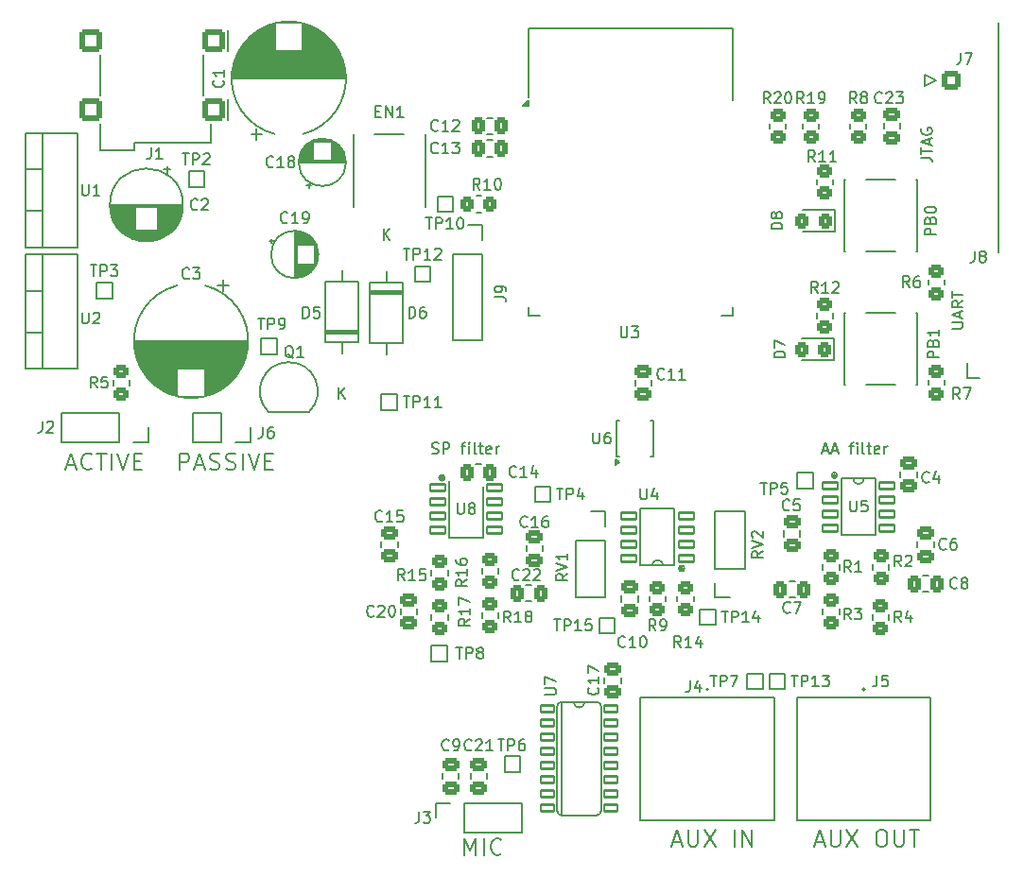
<source format=gto>
%TF.GenerationSoftware,KiCad,Pcbnew,8.0.4*%
%TF.CreationDate,2024-09-11T20:39:54+02:00*%
%TF.ProjectId,BaseBoard,42617365-426f-4617-9264-2e6b69636164,rev?*%
%TF.SameCoordinates,Original*%
%TF.FileFunction,Legend,Top*%
%TF.FilePolarity,Positive*%
%FSLAX46Y46*%
G04 Gerber Fmt 4.6, Leading zero omitted, Abs format (unit mm)*
G04 Created by KiCad (PCBNEW 8.0.4) date 2024-09-11 20:39:54*
%MOMM*%
%LPD*%
G01*
G04 APERTURE LIST*
G04 Aperture macros list*
%AMRoundRect*
0 Rectangle with rounded corners*
0 $1 Rounding radius*
0 $2 $3 $4 $5 $6 $7 $8 $9 X,Y pos of 4 corners*
0 Add a 4 corners polygon primitive as box body*
4,1,4,$2,$3,$4,$5,$6,$7,$8,$9,$2,$3,0*
0 Add four circle primitives for the rounded corners*
1,1,$1+$1,$2,$3*
1,1,$1+$1,$4,$5*
1,1,$1+$1,$6,$7*
1,1,$1+$1,$8,$9*
0 Add four rect primitives between the rounded corners*
20,1,$1+$1,$2,$3,$4,$5,0*
20,1,$1+$1,$4,$5,$6,$7,0*
20,1,$1+$1,$6,$7,$8,$9,0*
20,1,$1+$1,$8,$9,$2,$3,0*%
G04 Aperture macros list end*
%ADD10C,0.200000*%
%ADD11RoundRect,0.250000X0.450000X-0.350000X0.450000X0.350000X-0.450000X0.350000X-0.450000X-0.350000X0*%
%ADD12R,1.000000X1.000000*%
%ADD13R,2.000000X2.000000*%
%ADD14C,2.000000*%
%ADD15RoundRect,0.250000X0.475000X-0.337500X0.475000X0.337500X-0.475000X0.337500X-0.475000X-0.337500X0*%
%ADD16RoundRect,0.250000X-0.450000X0.350000X-0.450000X-0.350000X0.450000X-0.350000X0.450000X0.350000X0*%
%ADD17R,1.700000X1.700000*%
%ADD18O,1.700000X1.700000*%
%ADD19RoundRect,0.250000X-0.337500X-0.475000X0.337500X-0.475000X0.337500X0.475000X-0.337500X0.475000X0*%
%ADD20R,1.200000X1.200000*%
%ADD21C,1.200000*%
%ADD22O,2.820000X1.512000*%
%ADD23O,1.512000X2.820000*%
%ADD24R,1.600000X1.600000*%
%ADD25C,1.600000*%
%ADD26R,2.000000X1.905000*%
%ADD27O,2.000000X1.905000*%
%ADD28RoundRect,0.250000X0.337500X0.475000X-0.337500X0.475000X-0.337500X-0.475000X0.337500X-0.475000X0*%
%ADD29RoundRect,0.250000X0.325000X0.450000X-0.325000X0.450000X-0.325000X-0.450000X0.325000X-0.450000X0*%
%ADD30R,1.300000X1.550000*%
%ADD31RoundRect,0.102000X0.700000X0.300000X-0.700000X0.300000X-0.700000X-0.300000X0.700000X-0.300000X0*%
%ADD32R,1.500000X0.900000*%
%ADD33R,0.900000X1.500000*%
%ADD34C,0.600000*%
%ADD35R,3.800000X3.800000*%
%ADD36C,1.800000*%
%ADD37RoundRect,0.250000X0.750000X0.750000X-0.750000X0.750000X-0.750000X-0.750000X0.750000X-0.750000X0*%
%ADD38R,0.250000X1.100000*%
%ADD39RoundRect,0.250000X0.350000X0.450000X-0.350000X0.450000X-0.350000X-0.450000X0.350000X-0.450000X0*%
%ADD40RoundRect,0.250000X-0.475000X0.337500X-0.475000X-0.337500X0.475000X-0.337500X0.475000X0.337500X0*%
%ADD41RoundRect,0.250000X-0.600000X-0.600000X0.600000X-0.600000X0.600000X0.600000X-0.600000X0.600000X0*%
%ADD42C,1.700000*%
%ADD43RoundRect,0.102000X-0.700000X-0.300000X0.700000X-0.300000X0.700000X0.300000X-0.700000X0.300000X0*%
%ADD44R,2.200000X2.200000*%
%ADD45O,2.200000X2.200000*%
%ADD46RoundRect,0.102000X-0.600000X0.300000X-0.600000X-0.300000X0.600000X-0.300000X0.600000X0.300000X0*%
%ADD47R,1.050000X1.500000*%
%ADD48O,1.050000X1.500000*%
G04 APERTURE END LIST*
D10*
X139822054Y-98319600D02*
X139964911Y-98367219D01*
X139964911Y-98367219D02*
X140203006Y-98367219D01*
X140203006Y-98367219D02*
X140298244Y-98319600D01*
X140298244Y-98319600D02*
X140345863Y-98271980D01*
X140345863Y-98271980D02*
X140393482Y-98176742D01*
X140393482Y-98176742D02*
X140393482Y-98081504D01*
X140393482Y-98081504D02*
X140345863Y-97986266D01*
X140345863Y-97986266D02*
X140298244Y-97938647D01*
X140298244Y-97938647D02*
X140203006Y-97891028D01*
X140203006Y-97891028D02*
X140012530Y-97843409D01*
X140012530Y-97843409D02*
X139917292Y-97795790D01*
X139917292Y-97795790D02*
X139869673Y-97748171D01*
X139869673Y-97748171D02*
X139822054Y-97652933D01*
X139822054Y-97652933D02*
X139822054Y-97557695D01*
X139822054Y-97557695D02*
X139869673Y-97462457D01*
X139869673Y-97462457D02*
X139917292Y-97414838D01*
X139917292Y-97414838D02*
X140012530Y-97367219D01*
X140012530Y-97367219D02*
X140250625Y-97367219D01*
X140250625Y-97367219D02*
X140393482Y-97414838D01*
X140822054Y-98367219D02*
X140822054Y-97367219D01*
X140822054Y-97367219D02*
X141203006Y-97367219D01*
X141203006Y-97367219D02*
X141298244Y-97414838D01*
X141298244Y-97414838D02*
X141345863Y-97462457D01*
X141345863Y-97462457D02*
X141393482Y-97557695D01*
X141393482Y-97557695D02*
X141393482Y-97700552D01*
X141393482Y-97700552D02*
X141345863Y-97795790D01*
X141345863Y-97795790D02*
X141298244Y-97843409D01*
X141298244Y-97843409D02*
X141203006Y-97891028D01*
X141203006Y-97891028D02*
X140822054Y-97891028D01*
X142441102Y-97700552D02*
X142822054Y-97700552D01*
X142583959Y-98367219D02*
X142583959Y-97510076D01*
X142583959Y-97510076D02*
X142631578Y-97414838D01*
X142631578Y-97414838D02*
X142726816Y-97367219D01*
X142726816Y-97367219D02*
X142822054Y-97367219D01*
X143155388Y-98367219D02*
X143155388Y-97700552D01*
X143155388Y-97367219D02*
X143107769Y-97414838D01*
X143107769Y-97414838D02*
X143155388Y-97462457D01*
X143155388Y-97462457D02*
X143203007Y-97414838D01*
X143203007Y-97414838D02*
X143155388Y-97367219D01*
X143155388Y-97367219D02*
X143155388Y-97462457D01*
X143774435Y-98367219D02*
X143679197Y-98319600D01*
X143679197Y-98319600D02*
X143631578Y-98224361D01*
X143631578Y-98224361D02*
X143631578Y-97367219D01*
X144012531Y-97700552D02*
X144393483Y-97700552D01*
X144155388Y-97367219D02*
X144155388Y-98224361D01*
X144155388Y-98224361D02*
X144203007Y-98319600D01*
X144203007Y-98319600D02*
X144298245Y-98367219D01*
X144298245Y-98367219D02*
X144393483Y-98367219D01*
X145107769Y-98319600D02*
X145012531Y-98367219D01*
X145012531Y-98367219D02*
X144822055Y-98367219D01*
X144822055Y-98367219D02*
X144726817Y-98319600D01*
X144726817Y-98319600D02*
X144679198Y-98224361D01*
X144679198Y-98224361D02*
X144679198Y-97843409D01*
X144679198Y-97843409D02*
X144726817Y-97748171D01*
X144726817Y-97748171D02*
X144822055Y-97700552D01*
X144822055Y-97700552D02*
X145012531Y-97700552D01*
X145012531Y-97700552D02*
X145107769Y-97748171D01*
X145107769Y-97748171D02*
X145155388Y-97843409D01*
X145155388Y-97843409D02*
X145155388Y-97938647D01*
X145155388Y-97938647D02*
X144679198Y-98033885D01*
X145583960Y-98367219D02*
X145583960Y-97700552D01*
X145583960Y-97891028D02*
X145631579Y-97795790D01*
X145631579Y-97795790D02*
X145679198Y-97748171D01*
X145679198Y-97748171D02*
X145774436Y-97700552D01*
X145774436Y-97700552D02*
X145869674Y-97700552D01*
X107167292Y-99377457D02*
X107881578Y-99377457D01*
X107024435Y-99806028D02*
X107524435Y-98306028D01*
X107524435Y-98306028D02*
X108024435Y-99806028D01*
X109381577Y-99663171D02*
X109310149Y-99734600D01*
X109310149Y-99734600D02*
X109095863Y-99806028D01*
X109095863Y-99806028D02*
X108953006Y-99806028D01*
X108953006Y-99806028D02*
X108738720Y-99734600D01*
X108738720Y-99734600D02*
X108595863Y-99591742D01*
X108595863Y-99591742D02*
X108524434Y-99448885D01*
X108524434Y-99448885D02*
X108453006Y-99163171D01*
X108453006Y-99163171D02*
X108453006Y-98948885D01*
X108453006Y-98948885D02*
X108524434Y-98663171D01*
X108524434Y-98663171D02*
X108595863Y-98520314D01*
X108595863Y-98520314D02*
X108738720Y-98377457D01*
X108738720Y-98377457D02*
X108953006Y-98306028D01*
X108953006Y-98306028D02*
X109095863Y-98306028D01*
X109095863Y-98306028D02*
X109310149Y-98377457D01*
X109310149Y-98377457D02*
X109381577Y-98448885D01*
X109810149Y-98306028D02*
X110667292Y-98306028D01*
X110238720Y-99806028D02*
X110238720Y-98306028D01*
X111167291Y-99806028D02*
X111167291Y-98306028D01*
X111667292Y-98306028D02*
X112167292Y-99806028D01*
X112167292Y-99806028D02*
X112667292Y-98306028D01*
X113167291Y-99020314D02*
X113667291Y-99020314D01*
X113881577Y-99806028D02*
X113167291Y-99806028D01*
X113167291Y-99806028D02*
X113167291Y-98306028D01*
X113167291Y-98306028D02*
X113881577Y-98306028D01*
X161417292Y-133127457D02*
X162131578Y-133127457D01*
X161274435Y-133556028D02*
X161774435Y-132056028D01*
X161774435Y-132056028D02*
X162274435Y-133556028D01*
X162774434Y-132056028D02*
X162774434Y-133270314D01*
X162774434Y-133270314D02*
X162845863Y-133413171D01*
X162845863Y-133413171D02*
X162917292Y-133484600D01*
X162917292Y-133484600D02*
X163060149Y-133556028D01*
X163060149Y-133556028D02*
X163345863Y-133556028D01*
X163345863Y-133556028D02*
X163488720Y-133484600D01*
X163488720Y-133484600D02*
X163560149Y-133413171D01*
X163560149Y-133413171D02*
X163631577Y-133270314D01*
X163631577Y-133270314D02*
X163631577Y-132056028D01*
X164203006Y-132056028D02*
X165203006Y-133556028D01*
X165203006Y-132056028D02*
X164203006Y-133556028D01*
X166917291Y-133556028D02*
X166917291Y-132056028D01*
X167631577Y-133556028D02*
X167631577Y-132056028D01*
X167631577Y-132056028D02*
X168488720Y-133556028D01*
X168488720Y-133556028D02*
X168488720Y-132056028D01*
X174167292Y-133127457D02*
X174881578Y-133127457D01*
X174024435Y-133556028D02*
X174524435Y-132056028D01*
X174524435Y-132056028D02*
X175024435Y-133556028D01*
X175524434Y-132056028D02*
X175524434Y-133270314D01*
X175524434Y-133270314D02*
X175595863Y-133413171D01*
X175595863Y-133413171D02*
X175667292Y-133484600D01*
X175667292Y-133484600D02*
X175810149Y-133556028D01*
X175810149Y-133556028D02*
X176095863Y-133556028D01*
X176095863Y-133556028D02*
X176238720Y-133484600D01*
X176238720Y-133484600D02*
X176310149Y-133413171D01*
X176310149Y-133413171D02*
X176381577Y-133270314D01*
X176381577Y-133270314D02*
X176381577Y-132056028D01*
X176953006Y-132056028D02*
X177953006Y-133556028D01*
X177953006Y-132056028D02*
X176953006Y-133556028D01*
X179953006Y-132056028D02*
X180238720Y-132056028D01*
X180238720Y-132056028D02*
X180381577Y-132127457D01*
X180381577Y-132127457D02*
X180524434Y-132270314D01*
X180524434Y-132270314D02*
X180595863Y-132556028D01*
X180595863Y-132556028D02*
X180595863Y-133056028D01*
X180595863Y-133056028D02*
X180524434Y-133341742D01*
X180524434Y-133341742D02*
X180381577Y-133484600D01*
X180381577Y-133484600D02*
X180238720Y-133556028D01*
X180238720Y-133556028D02*
X179953006Y-133556028D01*
X179953006Y-133556028D02*
X179810149Y-133484600D01*
X179810149Y-133484600D02*
X179667291Y-133341742D01*
X179667291Y-133341742D02*
X179595863Y-133056028D01*
X179595863Y-133056028D02*
X179595863Y-132556028D01*
X179595863Y-132556028D02*
X179667291Y-132270314D01*
X179667291Y-132270314D02*
X179810149Y-132127457D01*
X179810149Y-132127457D02*
X179953006Y-132056028D01*
X181238720Y-132056028D02*
X181238720Y-133270314D01*
X181238720Y-133270314D02*
X181310149Y-133413171D01*
X181310149Y-133413171D02*
X181381578Y-133484600D01*
X181381578Y-133484600D02*
X181524435Y-133556028D01*
X181524435Y-133556028D02*
X181810149Y-133556028D01*
X181810149Y-133556028D02*
X181953006Y-133484600D01*
X181953006Y-133484600D02*
X182024435Y-133413171D01*
X182024435Y-133413171D02*
X182095863Y-133270314D01*
X182095863Y-133270314D02*
X182095863Y-132056028D01*
X182595864Y-132056028D02*
X183453007Y-132056028D01*
X183024435Y-133556028D02*
X183024435Y-132056028D01*
X183617219Y-71844612D02*
X184331504Y-71844612D01*
X184331504Y-71844612D02*
X184474361Y-71892231D01*
X184474361Y-71892231D02*
X184569600Y-71987469D01*
X184569600Y-71987469D02*
X184617219Y-72130326D01*
X184617219Y-72130326D02*
X184617219Y-72225564D01*
X183617219Y-71511278D02*
X183617219Y-70939850D01*
X184617219Y-71225564D02*
X183617219Y-71225564D01*
X184331504Y-70654135D02*
X184331504Y-70177945D01*
X184617219Y-70749373D02*
X183617219Y-70416040D01*
X183617219Y-70416040D02*
X184617219Y-70082707D01*
X183664838Y-69225564D02*
X183617219Y-69320802D01*
X183617219Y-69320802D02*
X183617219Y-69463659D01*
X183617219Y-69463659D02*
X183664838Y-69606516D01*
X183664838Y-69606516D02*
X183760076Y-69701754D01*
X183760076Y-69701754D02*
X183855314Y-69749373D01*
X183855314Y-69749373D02*
X184045790Y-69796992D01*
X184045790Y-69796992D02*
X184188647Y-69796992D01*
X184188647Y-69796992D02*
X184379123Y-69749373D01*
X184379123Y-69749373D02*
X184474361Y-69701754D01*
X184474361Y-69701754D02*
X184569600Y-69606516D01*
X184569600Y-69606516D02*
X184617219Y-69463659D01*
X184617219Y-69463659D02*
X184617219Y-69368421D01*
X184617219Y-69368421D02*
X184569600Y-69225564D01*
X184569600Y-69225564D02*
X184521980Y-69177945D01*
X184521980Y-69177945D02*
X184188647Y-69177945D01*
X184188647Y-69177945D02*
X184188647Y-69368421D01*
X117238720Y-99806028D02*
X117238720Y-98306028D01*
X117238720Y-98306028D02*
X117810149Y-98306028D01*
X117810149Y-98306028D02*
X117953006Y-98377457D01*
X117953006Y-98377457D02*
X118024435Y-98448885D01*
X118024435Y-98448885D02*
X118095863Y-98591742D01*
X118095863Y-98591742D02*
X118095863Y-98806028D01*
X118095863Y-98806028D02*
X118024435Y-98948885D01*
X118024435Y-98948885D02*
X117953006Y-99020314D01*
X117953006Y-99020314D02*
X117810149Y-99091742D01*
X117810149Y-99091742D02*
X117238720Y-99091742D01*
X118667292Y-99377457D02*
X119381578Y-99377457D01*
X118524435Y-99806028D02*
X119024435Y-98306028D01*
X119024435Y-98306028D02*
X119524435Y-99806028D01*
X119953006Y-99734600D02*
X120167292Y-99806028D01*
X120167292Y-99806028D02*
X120524434Y-99806028D01*
X120524434Y-99806028D02*
X120667292Y-99734600D01*
X120667292Y-99734600D02*
X120738720Y-99663171D01*
X120738720Y-99663171D02*
X120810149Y-99520314D01*
X120810149Y-99520314D02*
X120810149Y-99377457D01*
X120810149Y-99377457D02*
X120738720Y-99234600D01*
X120738720Y-99234600D02*
X120667292Y-99163171D01*
X120667292Y-99163171D02*
X120524434Y-99091742D01*
X120524434Y-99091742D02*
X120238720Y-99020314D01*
X120238720Y-99020314D02*
X120095863Y-98948885D01*
X120095863Y-98948885D02*
X120024434Y-98877457D01*
X120024434Y-98877457D02*
X119953006Y-98734600D01*
X119953006Y-98734600D02*
X119953006Y-98591742D01*
X119953006Y-98591742D02*
X120024434Y-98448885D01*
X120024434Y-98448885D02*
X120095863Y-98377457D01*
X120095863Y-98377457D02*
X120238720Y-98306028D01*
X120238720Y-98306028D02*
X120595863Y-98306028D01*
X120595863Y-98306028D02*
X120810149Y-98377457D01*
X121381577Y-99734600D02*
X121595863Y-99806028D01*
X121595863Y-99806028D02*
X121953005Y-99806028D01*
X121953005Y-99806028D02*
X122095863Y-99734600D01*
X122095863Y-99734600D02*
X122167291Y-99663171D01*
X122167291Y-99663171D02*
X122238720Y-99520314D01*
X122238720Y-99520314D02*
X122238720Y-99377457D01*
X122238720Y-99377457D02*
X122167291Y-99234600D01*
X122167291Y-99234600D02*
X122095863Y-99163171D01*
X122095863Y-99163171D02*
X121953005Y-99091742D01*
X121953005Y-99091742D02*
X121667291Y-99020314D01*
X121667291Y-99020314D02*
X121524434Y-98948885D01*
X121524434Y-98948885D02*
X121453005Y-98877457D01*
X121453005Y-98877457D02*
X121381577Y-98734600D01*
X121381577Y-98734600D02*
X121381577Y-98591742D01*
X121381577Y-98591742D02*
X121453005Y-98448885D01*
X121453005Y-98448885D02*
X121524434Y-98377457D01*
X121524434Y-98377457D02*
X121667291Y-98306028D01*
X121667291Y-98306028D02*
X122024434Y-98306028D01*
X122024434Y-98306028D02*
X122238720Y-98377457D01*
X122881576Y-99806028D02*
X122881576Y-98306028D01*
X123381577Y-98306028D02*
X123881577Y-99806028D01*
X123881577Y-99806028D02*
X124381577Y-98306028D01*
X124881576Y-99020314D02*
X125381576Y-99020314D01*
X125595862Y-99806028D02*
X124881576Y-99806028D01*
X124881576Y-99806028D02*
X124881576Y-98306028D01*
X124881576Y-98306028D02*
X125595862Y-98306028D01*
X174822054Y-98081504D02*
X175298244Y-98081504D01*
X174726816Y-98367219D02*
X175060149Y-97367219D01*
X175060149Y-97367219D02*
X175393482Y-98367219D01*
X175679197Y-98081504D02*
X176155387Y-98081504D01*
X175583959Y-98367219D02*
X175917292Y-97367219D01*
X175917292Y-97367219D02*
X176250625Y-98367219D01*
X177203007Y-97700552D02*
X177583959Y-97700552D01*
X177345864Y-98367219D02*
X177345864Y-97510076D01*
X177345864Y-97510076D02*
X177393483Y-97414838D01*
X177393483Y-97414838D02*
X177488721Y-97367219D01*
X177488721Y-97367219D02*
X177583959Y-97367219D01*
X177917293Y-98367219D02*
X177917293Y-97700552D01*
X177917293Y-97367219D02*
X177869674Y-97414838D01*
X177869674Y-97414838D02*
X177917293Y-97462457D01*
X177917293Y-97462457D02*
X177964912Y-97414838D01*
X177964912Y-97414838D02*
X177917293Y-97367219D01*
X177917293Y-97367219D02*
X177917293Y-97462457D01*
X178536340Y-98367219D02*
X178441102Y-98319600D01*
X178441102Y-98319600D02*
X178393483Y-98224361D01*
X178393483Y-98224361D02*
X178393483Y-97367219D01*
X178774436Y-97700552D02*
X179155388Y-97700552D01*
X178917293Y-97367219D02*
X178917293Y-98224361D01*
X178917293Y-98224361D02*
X178964912Y-98319600D01*
X178964912Y-98319600D02*
X179060150Y-98367219D01*
X179060150Y-98367219D02*
X179155388Y-98367219D01*
X179869674Y-98319600D02*
X179774436Y-98367219D01*
X179774436Y-98367219D02*
X179583960Y-98367219D01*
X179583960Y-98367219D02*
X179488722Y-98319600D01*
X179488722Y-98319600D02*
X179441103Y-98224361D01*
X179441103Y-98224361D02*
X179441103Y-97843409D01*
X179441103Y-97843409D02*
X179488722Y-97748171D01*
X179488722Y-97748171D02*
X179583960Y-97700552D01*
X179583960Y-97700552D02*
X179774436Y-97700552D01*
X179774436Y-97700552D02*
X179869674Y-97748171D01*
X179869674Y-97748171D02*
X179917293Y-97843409D01*
X179917293Y-97843409D02*
X179917293Y-97938647D01*
X179917293Y-97938647D02*
X179441103Y-98033885D01*
X180345865Y-98367219D02*
X180345865Y-97700552D01*
X180345865Y-97891028D02*
X180393484Y-97795790D01*
X180393484Y-97795790D02*
X180441103Y-97748171D01*
X180441103Y-97748171D02*
X180536341Y-97700552D01*
X180536341Y-97700552D02*
X180631579Y-97700552D01*
X186367219Y-87130326D02*
X187176742Y-87130326D01*
X187176742Y-87130326D02*
X187271980Y-87082707D01*
X187271980Y-87082707D02*
X187319600Y-87035088D01*
X187319600Y-87035088D02*
X187367219Y-86939850D01*
X187367219Y-86939850D02*
X187367219Y-86749374D01*
X187367219Y-86749374D02*
X187319600Y-86654136D01*
X187319600Y-86654136D02*
X187271980Y-86606517D01*
X187271980Y-86606517D02*
X187176742Y-86558898D01*
X187176742Y-86558898D02*
X186367219Y-86558898D01*
X187081504Y-86130326D02*
X187081504Y-85654136D01*
X187367219Y-86225564D02*
X186367219Y-85892231D01*
X186367219Y-85892231D02*
X187367219Y-85558898D01*
X187367219Y-84654136D02*
X186891028Y-84987469D01*
X187367219Y-85225564D02*
X186367219Y-85225564D01*
X186367219Y-85225564D02*
X186367219Y-84844612D01*
X186367219Y-84844612D02*
X186414838Y-84749374D01*
X186414838Y-84749374D02*
X186462457Y-84701755D01*
X186462457Y-84701755D02*
X186557695Y-84654136D01*
X186557695Y-84654136D02*
X186700552Y-84654136D01*
X186700552Y-84654136D02*
X186795790Y-84701755D01*
X186795790Y-84701755D02*
X186843409Y-84749374D01*
X186843409Y-84749374D02*
X186891028Y-84844612D01*
X186891028Y-84844612D02*
X186891028Y-85225564D01*
X186367219Y-84368421D02*
X186367219Y-83796993D01*
X187367219Y-84082707D02*
X186367219Y-84082707D01*
X142738720Y-134306028D02*
X142738720Y-132806028D01*
X142738720Y-132806028D02*
X143238720Y-133877457D01*
X143238720Y-133877457D02*
X143738720Y-132806028D01*
X143738720Y-132806028D02*
X143738720Y-134306028D01*
X144453006Y-134306028D02*
X144453006Y-132806028D01*
X146024435Y-134163171D02*
X145953007Y-134234600D01*
X145953007Y-134234600D02*
X145738721Y-134306028D01*
X145738721Y-134306028D02*
X145595864Y-134306028D01*
X145595864Y-134306028D02*
X145381578Y-134234600D01*
X145381578Y-134234600D02*
X145238721Y-134091742D01*
X145238721Y-134091742D02*
X145167292Y-133948885D01*
X145167292Y-133948885D02*
X145095864Y-133663171D01*
X145095864Y-133663171D02*
X145095864Y-133448885D01*
X145095864Y-133448885D02*
X145167292Y-133163171D01*
X145167292Y-133163171D02*
X145238721Y-133020314D01*
X145238721Y-133020314D02*
X145381578Y-132877457D01*
X145381578Y-132877457D02*
X145595864Y-132806028D01*
X145595864Y-132806028D02*
X145738721Y-132806028D01*
X145738721Y-132806028D02*
X145953007Y-132877457D01*
X145953007Y-132877457D02*
X146024435Y-132948885D01*
X142952219Y-109642857D02*
X142476028Y-109976190D01*
X142952219Y-110214285D02*
X141952219Y-110214285D01*
X141952219Y-110214285D02*
X141952219Y-109833333D01*
X141952219Y-109833333D02*
X141999838Y-109738095D01*
X141999838Y-109738095D02*
X142047457Y-109690476D01*
X142047457Y-109690476D02*
X142142695Y-109642857D01*
X142142695Y-109642857D02*
X142285552Y-109642857D01*
X142285552Y-109642857D02*
X142380790Y-109690476D01*
X142380790Y-109690476D02*
X142428409Y-109738095D01*
X142428409Y-109738095D02*
X142476028Y-109833333D01*
X142476028Y-109833333D02*
X142476028Y-110214285D01*
X142952219Y-108690476D02*
X142952219Y-109261904D01*
X142952219Y-108976190D02*
X141952219Y-108976190D01*
X141952219Y-108976190D02*
X142095076Y-109071428D01*
X142095076Y-109071428D02*
X142190314Y-109166666D01*
X142190314Y-109166666D02*
X142237933Y-109261904D01*
X141952219Y-107833333D02*
X141952219Y-108023809D01*
X141952219Y-108023809D02*
X141999838Y-108119047D01*
X141999838Y-108119047D02*
X142047457Y-108166666D01*
X142047457Y-108166666D02*
X142190314Y-108261904D01*
X142190314Y-108261904D02*
X142380790Y-108309523D01*
X142380790Y-108309523D02*
X142761742Y-108309523D01*
X142761742Y-108309523D02*
X142856980Y-108261904D01*
X142856980Y-108261904D02*
X142904600Y-108214285D01*
X142904600Y-108214285D02*
X142952219Y-108119047D01*
X142952219Y-108119047D02*
X142952219Y-107928571D01*
X142952219Y-107928571D02*
X142904600Y-107833333D01*
X142904600Y-107833333D02*
X142856980Y-107785714D01*
X142856980Y-107785714D02*
X142761742Y-107738095D01*
X142761742Y-107738095D02*
X142523647Y-107738095D01*
X142523647Y-107738095D02*
X142428409Y-107785714D01*
X142428409Y-107785714D02*
X142380790Y-107833333D01*
X142380790Y-107833333D02*
X142333171Y-107928571D01*
X142333171Y-107928571D02*
X142333171Y-108119047D01*
X142333171Y-108119047D02*
X142380790Y-108214285D01*
X142380790Y-108214285D02*
X142428409Y-108261904D01*
X142428409Y-108261904D02*
X142523647Y-108309523D01*
X150761905Y-113202219D02*
X151333333Y-113202219D01*
X151047619Y-114202219D02*
X151047619Y-113202219D01*
X151666667Y-114202219D02*
X151666667Y-113202219D01*
X151666667Y-113202219D02*
X152047619Y-113202219D01*
X152047619Y-113202219D02*
X152142857Y-113249838D01*
X152142857Y-113249838D02*
X152190476Y-113297457D01*
X152190476Y-113297457D02*
X152238095Y-113392695D01*
X152238095Y-113392695D02*
X152238095Y-113535552D01*
X152238095Y-113535552D02*
X152190476Y-113630790D01*
X152190476Y-113630790D02*
X152142857Y-113678409D01*
X152142857Y-113678409D02*
X152047619Y-113726028D01*
X152047619Y-113726028D02*
X151666667Y-113726028D01*
X153190476Y-114202219D02*
X152619048Y-114202219D01*
X152904762Y-114202219D02*
X152904762Y-113202219D01*
X152904762Y-113202219D02*
X152809524Y-113345076D01*
X152809524Y-113345076D02*
X152714286Y-113440314D01*
X152714286Y-113440314D02*
X152619048Y-113487933D01*
X154095238Y-113202219D02*
X153619048Y-113202219D01*
X153619048Y-113202219D02*
X153571429Y-113678409D01*
X153571429Y-113678409D02*
X153619048Y-113630790D01*
X153619048Y-113630790D02*
X153714286Y-113583171D01*
X153714286Y-113583171D02*
X153952381Y-113583171D01*
X153952381Y-113583171D02*
X154047619Y-113630790D01*
X154047619Y-113630790D02*
X154095238Y-113678409D01*
X154095238Y-113678409D02*
X154142857Y-113773647D01*
X154142857Y-113773647D02*
X154142857Y-114011742D01*
X154142857Y-114011742D02*
X154095238Y-114106980D01*
X154095238Y-114106980D02*
X154047619Y-114154600D01*
X154047619Y-114154600D02*
X153952381Y-114202219D01*
X153952381Y-114202219D02*
X153714286Y-114202219D01*
X153714286Y-114202219D02*
X153619048Y-114154600D01*
X153619048Y-114154600D02*
X153571429Y-114106980D01*
X121106980Y-64916666D02*
X121154600Y-64964285D01*
X121154600Y-64964285D02*
X121202219Y-65107142D01*
X121202219Y-65107142D02*
X121202219Y-65202380D01*
X121202219Y-65202380D02*
X121154600Y-65345237D01*
X121154600Y-65345237D02*
X121059361Y-65440475D01*
X121059361Y-65440475D02*
X120964123Y-65488094D01*
X120964123Y-65488094D02*
X120773647Y-65535713D01*
X120773647Y-65535713D02*
X120630790Y-65535713D01*
X120630790Y-65535713D02*
X120440314Y-65488094D01*
X120440314Y-65488094D02*
X120345076Y-65440475D01*
X120345076Y-65440475D02*
X120249838Y-65345237D01*
X120249838Y-65345237D02*
X120202219Y-65202380D01*
X120202219Y-65202380D02*
X120202219Y-65107142D01*
X120202219Y-65107142D02*
X120249838Y-64964285D01*
X120249838Y-64964285D02*
X120297457Y-64916666D01*
X121202219Y-63964285D02*
X121202219Y-64535713D01*
X121202219Y-64249999D02*
X120202219Y-64249999D01*
X120202219Y-64249999D02*
X120345076Y-64345237D01*
X120345076Y-64345237D02*
X120440314Y-64440475D01*
X120440314Y-64440475D02*
X120487933Y-64535713D01*
X174107142Y-72202219D02*
X173773809Y-71726028D01*
X173535714Y-72202219D02*
X173535714Y-71202219D01*
X173535714Y-71202219D02*
X173916666Y-71202219D01*
X173916666Y-71202219D02*
X174011904Y-71249838D01*
X174011904Y-71249838D02*
X174059523Y-71297457D01*
X174059523Y-71297457D02*
X174107142Y-71392695D01*
X174107142Y-71392695D02*
X174107142Y-71535552D01*
X174107142Y-71535552D02*
X174059523Y-71630790D01*
X174059523Y-71630790D02*
X174011904Y-71678409D01*
X174011904Y-71678409D02*
X173916666Y-71726028D01*
X173916666Y-71726028D02*
X173535714Y-71726028D01*
X175059523Y-72202219D02*
X174488095Y-72202219D01*
X174773809Y-72202219D02*
X174773809Y-71202219D01*
X174773809Y-71202219D02*
X174678571Y-71345076D01*
X174678571Y-71345076D02*
X174583333Y-71440314D01*
X174583333Y-71440314D02*
X174488095Y-71487933D01*
X176011904Y-72202219D02*
X175440476Y-72202219D01*
X175726190Y-72202219D02*
X175726190Y-71202219D01*
X175726190Y-71202219D02*
X175630952Y-71345076D01*
X175630952Y-71345076D02*
X175535714Y-71440314D01*
X175535714Y-71440314D02*
X175440476Y-71487933D01*
X148357142Y-104856980D02*
X148309523Y-104904600D01*
X148309523Y-104904600D02*
X148166666Y-104952219D01*
X148166666Y-104952219D02*
X148071428Y-104952219D01*
X148071428Y-104952219D02*
X147928571Y-104904600D01*
X147928571Y-104904600D02*
X147833333Y-104809361D01*
X147833333Y-104809361D02*
X147785714Y-104714123D01*
X147785714Y-104714123D02*
X147738095Y-104523647D01*
X147738095Y-104523647D02*
X147738095Y-104380790D01*
X147738095Y-104380790D02*
X147785714Y-104190314D01*
X147785714Y-104190314D02*
X147833333Y-104095076D01*
X147833333Y-104095076D02*
X147928571Y-103999838D01*
X147928571Y-103999838D02*
X148071428Y-103952219D01*
X148071428Y-103952219D02*
X148166666Y-103952219D01*
X148166666Y-103952219D02*
X148309523Y-103999838D01*
X148309523Y-103999838D02*
X148357142Y-104047457D01*
X149309523Y-104952219D02*
X148738095Y-104952219D01*
X149023809Y-104952219D02*
X149023809Y-103952219D01*
X149023809Y-103952219D02*
X148928571Y-104095076D01*
X148928571Y-104095076D02*
X148833333Y-104190314D01*
X148833333Y-104190314D02*
X148738095Y-104237933D01*
X150166666Y-103952219D02*
X149976190Y-103952219D01*
X149976190Y-103952219D02*
X149880952Y-103999838D01*
X149880952Y-103999838D02*
X149833333Y-104047457D01*
X149833333Y-104047457D02*
X149738095Y-104190314D01*
X149738095Y-104190314D02*
X149690476Y-104380790D01*
X149690476Y-104380790D02*
X149690476Y-104761742D01*
X149690476Y-104761742D02*
X149738095Y-104856980D01*
X149738095Y-104856980D02*
X149785714Y-104904600D01*
X149785714Y-104904600D02*
X149880952Y-104952219D01*
X149880952Y-104952219D02*
X150071428Y-104952219D01*
X150071428Y-104952219D02*
X150166666Y-104904600D01*
X150166666Y-104904600D02*
X150214285Y-104856980D01*
X150214285Y-104856980D02*
X150261904Y-104761742D01*
X150261904Y-104761742D02*
X150261904Y-104523647D01*
X150261904Y-104523647D02*
X150214285Y-104428409D01*
X150214285Y-104428409D02*
X150166666Y-104380790D01*
X150166666Y-104380790D02*
X150071428Y-104333171D01*
X150071428Y-104333171D02*
X149880952Y-104333171D01*
X149880952Y-104333171D02*
X149785714Y-104380790D01*
X149785714Y-104380790D02*
X149738095Y-104428409D01*
X149738095Y-104428409D02*
X149690476Y-104523647D01*
X117488095Y-71452219D02*
X118059523Y-71452219D01*
X117773809Y-72452219D02*
X117773809Y-71452219D01*
X118392857Y-72452219D02*
X118392857Y-71452219D01*
X118392857Y-71452219D02*
X118773809Y-71452219D01*
X118773809Y-71452219D02*
X118869047Y-71499838D01*
X118869047Y-71499838D02*
X118916666Y-71547457D01*
X118916666Y-71547457D02*
X118964285Y-71642695D01*
X118964285Y-71642695D02*
X118964285Y-71785552D01*
X118964285Y-71785552D02*
X118916666Y-71880790D01*
X118916666Y-71880790D02*
X118869047Y-71928409D01*
X118869047Y-71928409D02*
X118773809Y-71976028D01*
X118773809Y-71976028D02*
X118392857Y-71976028D01*
X119345238Y-71547457D02*
X119392857Y-71499838D01*
X119392857Y-71499838D02*
X119488095Y-71452219D01*
X119488095Y-71452219D02*
X119726190Y-71452219D01*
X119726190Y-71452219D02*
X119821428Y-71499838D01*
X119821428Y-71499838D02*
X119869047Y-71547457D01*
X119869047Y-71547457D02*
X119916666Y-71642695D01*
X119916666Y-71642695D02*
X119916666Y-71737933D01*
X119916666Y-71737933D02*
X119869047Y-71880790D01*
X119869047Y-71880790D02*
X119297619Y-72452219D01*
X119297619Y-72452219D02*
X119916666Y-72452219D01*
X173107142Y-66952219D02*
X172773809Y-66476028D01*
X172535714Y-66952219D02*
X172535714Y-65952219D01*
X172535714Y-65952219D02*
X172916666Y-65952219D01*
X172916666Y-65952219D02*
X173011904Y-65999838D01*
X173011904Y-65999838D02*
X173059523Y-66047457D01*
X173059523Y-66047457D02*
X173107142Y-66142695D01*
X173107142Y-66142695D02*
X173107142Y-66285552D01*
X173107142Y-66285552D02*
X173059523Y-66380790D01*
X173059523Y-66380790D02*
X173011904Y-66428409D01*
X173011904Y-66428409D02*
X172916666Y-66476028D01*
X172916666Y-66476028D02*
X172535714Y-66476028D01*
X174059523Y-66952219D02*
X173488095Y-66952219D01*
X173773809Y-66952219D02*
X173773809Y-65952219D01*
X173773809Y-65952219D02*
X173678571Y-66095076D01*
X173678571Y-66095076D02*
X173583333Y-66190314D01*
X173583333Y-66190314D02*
X173488095Y-66237933D01*
X174535714Y-66952219D02*
X174726190Y-66952219D01*
X174726190Y-66952219D02*
X174821428Y-66904600D01*
X174821428Y-66904600D02*
X174869047Y-66856980D01*
X174869047Y-66856980D02*
X174964285Y-66714123D01*
X174964285Y-66714123D02*
X175011904Y-66523647D01*
X175011904Y-66523647D02*
X175011904Y-66142695D01*
X175011904Y-66142695D02*
X174964285Y-66047457D01*
X174964285Y-66047457D02*
X174916666Y-65999838D01*
X174916666Y-65999838D02*
X174821428Y-65952219D01*
X174821428Y-65952219D02*
X174630952Y-65952219D01*
X174630952Y-65952219D02*
X174535714Y-65999838D01*
X174535714Y-65999838D02*
X174488095Y-66047457D01*
X174488095Y-66047457D02*
X174440476Y-66142695D01*
X174440476Y-66142695D02*
X174440476Y-66380790D01*
X174440476Y-66380790D02*
X174488095Y-66476028D01*
X174488095Y-66476028D02*
X174535714Y-66523647D01*
X174535714Y-66523647D02*
X174630952Y-66571266D01*
X174630952Y-66571266D02*
X174821428Y-66571266D01*
X174821428Y-66571266D02*
X174916666Y-66523647D01*
X174916666Y-66523647D02*
X174964285Y-66476028D01*
X174964285Y-66476028D02*
X175011904Y-66380790D01*
X169452219Y-107095238D02*
X168976028Y-107428571D01*
X169452219Y-107666666D02*
X168452219Y-107666666D01*
X168452219Y-107666666D02*
X168452219Y-107285714D01*
X168452219Y-107285714D02*
X168499838Y-107190476D01*
X168499838Y-107190476D02*
X168547457Y-107142857D01*
X168547457Y-107142857D02*
X168642695Y-107095238D01*
X168642695Y-107095238D02*
X168785552Y-107095238D01*
X168785552Y-107095238D02*
X168880790Y-107142857D01*
X168880790Y-107142857D02*
X168928409Y-107190476D01*
X168928409Y-107190476D02*
X168976028Y-107285714D01*
X168976028Y-107285714D02*
X168976028Y-107666666D01*
X168452219Y-106809523D02*
X169452219Y-106476190D01*
X169452219Y-106476190D02*
X168452219Y-106142857D01*
X168547457Y-105857142D02*
X168499838Y-105809523D01*
X168499838Y-105809523D02*
X168452219Y-105714285D01*
X168452219Y-105714285D02*
X168452219Y-105476190D01*
X168452219Y-105476190D02*
X168499838Y-105380952D01*
X168499838Y-105380952D02*
X168547457Y-105333333D01*
X168547457Y-105333333D02*
X168642695Y-105285714D01*
X168642695Y-105285714D02*
X168737933Y-105285714D01*
X168737933Y-105285714D02*
X168880790Y-105333333D01*
X168880790Y-105333333D02*
X169452219Y-105904761D01*
X169452219Y-105904761D02*
X169452219Y-105285714D01*
X104916666Y-95452219D02*
X104916666Y-96166504D01*
X104916666Y-96166504D02*
X104869047Y-96309361D01*
X104869047Y-96309361D02*
X104773809Y-96404600D01*
X104773809Y-96404600D02*
X104630952Y-96452219D01*
X104630952Y-96452219D02*
X104535714Y-96452219D01*
X105345238Y-95547457D02*
X105392857Y-95499838D01*
X105392857Y-95499838D02*
X105488095Y-95452219D01*
X105488095Y-95452219D02*
X105726190Y-95452219D01*
X105726190Y-95452219D02*
X105821428Y-95499838D01*
X105821428Y-95499838D02*
X105869047Y-95547457D01*
X105869047Y-95547457D02*
X105916666Y-95642695D01*
X105916666Y-95642695D02*
X105916666Y-95737933D01*
X105916666Y-95737933D02*
X105869047Y-95880790D01*
X105869047Y-95880790D02*
X105297619Y-96452219D01*
X105297619Y-96452219D02*
X105916666Y-96452219D01*
X165761905Y-112452219D02*
X166333333Y-112452219D01*
X166047619Y-113452219D02*
X166047619Y-112452219D01*
X166666667Y-113452219D02*
X166666667Y-112452219D01*
X166666667Y-112452219D02*
X167047619Y-112452219D01*
X167047619Y-112452219D02*
X167142857Y-112499838D01*
X167142857Y-112499838D02*
X167190476Y-112547457D01*
X167190476Y-112547457D02*
X167238095Y-112642695D01*
X167238095Y-112642695D02*
X167238095Y-112785552D01*
X167238095Y-112785552D02*
X167190476Y-112880790D01*
X167190476Y-112880790D02*
X167142857Y-112928409D01*
X167142857Y-112928409D02*
X167047619Y-112976028D01*
X167047619Y-112976028D02*
X166666667Y-112976028D01*
X168190476Y-113452219D02*
X167619048Y-113452219D01*
X167904762Y-113452219D02*
X167904762Y-112452219D01*
X167904762Y-112452219D02*
X167809524Y-112595076D01*
X167809524Y-112595076D02*
X167714286Y-112690314D01*
X167714286Y-112690314D02*
X167619048Y-112737933D01*
X169047619Y-112785552D02*
X169047619Y-113452219D01*
X168809524Y-112404600D02*
X168571429Y-113118885D01*
X168571429Y-113118885D02*
X169190476Y-113118885D01*
X147357142Y-100356980D02*
X147309523Y-100404600D01*
X147309523Y-100404600D02*
X147166666Y-100452219D01*
X147166666Y-100452219D02*
X147071428Y-100452219D01*
X147071428Y-100452219D02*
X146928571Y-100404600D01*
X146928571Y-100404600D02*
X146833333Y-100309361D01*
X146833333Y-100309361D02*
X146785714Y-100214123D01*
X146785714Y-100214123D02*
X146738095Y-100023647D01*
X146738095Y-100023647D02*
X146738095Y-99880790D01*
X146738095Y-99880790D02*
X146785714Y-99690314D01*
X146785714Y-99690314D02*
X146833333Y-99595076D01*
X146833333Y-99595076D02*
X146928571Y-99499838D01*
X146928571Y-99499838D02*
X147071428Y-99452219D01*
X147071428Y-99452219D02*
X147166666Y-99452219D01*
X147166666Y-99452219D02*
X147309523Y-99499838D01*
X147309523Y-99499838D02*
X147357142Y-99547457D01*
X148309523Y-100452219D02*
X147738095Y-100452219D01*
X148023809Y-100452219D02*
X148023809Y-99452219D01*
X148023809Y-99452219D02*
X147928571Y-99595076D01*
X147928571Y-99595076D02*
X147833333Y-99690314D01*
X147833333Y-99690314D02*
X147738095Y-99737933D01*
X149166666Y-99785552D02*
X149166666Y-100452219D01*
X148928571Y-99404600D02*
X148690476Y-100118885D01*
X148690476Y-100118885D02*
X149309523Y-100118885D01*
X125607142Y-72606980D02*
X125559523Y-72654600D01*
X125559523Y-72654600D02*
X125416666Y-72702219D01*
X125416666Y-72702219D02*
X125321428Y-72702219D01*
X125321428Y-72702219D02*
X125178571Y-72654600D01*
X125178571Y-72654600D02*
X125083333Y-72559361D01*
X125083333Y-72559361D02*
X125035714Y-72464123D01*
X125035714Y-72464123D02*
X124988095Y-72273647D01*
X124988095Y-72273647D02*
X124988095Y-72130790D01*
X124988095Y-72130790D02*
X125035714Y-71940314D01*
X125035714Y-71940314D02*
X125083333Y-71845076D01*
X125083333Y-71845076D02*
X125178571Y-71749838D01*
X125178571Y-71749838D02*
X125321428Y-71702219D01*
X125321428Y-71702219D02*
X125416666Y-71702219D01*
X125416666Y-71702219D02*
X125559523Y-71749838D01*
X125559523Y-71749838D02*
X125607142Y-71797457D01*
X126559523Y-72702219D02*
X125988095Y-72702219D01*
X126273809Y-72702219D02*
X126273809Y-71702219D01*
X126273809Y-71702219D02*
X126178571Y-71845076D01*
X126178571Y-71845076D02*
X126083333Y-71940314D01*
X126083333Y-71940314D02*
X125988095Y-71987933D01*
X127130952Y-72130790D02*
X127035714Y-72083171D01*
X127035714Y-72083171D02*
X126988095Y-72035552D01*
X126988095Y-72035552D02*
X126940476Y-71940314D01*
X126940476Y-71940314D02*
X126940476Y-71892695D01*
X126940476Y-71892695D02*
X126988095Y-71797457D01*
X126988095Y-71797457D02*
X127035714Y-71749838D01*
X127035714Y-71749838D02*
X127130952Y-71702219D01*
X127130952Y-71702219D02*
X127321428Y-71702219D01*
X127321428Y-71702219D02*
X127416666Y-71749838D01*
X127416666Y-71749838D02*
X127464285Y-71797457D01*
X127464285Y-71797457D02*
X127511904Y-71892695D01*
X127511904Y-71892695D02*
X127511904Y-71940314D01*
X127511904Y-71940314D02*
X127464285Y-72035552D01*
X127464285Y-72035552D02*
X127416666Y-72083171D01*
X127416666Y-72083171D02*
X127321428Y-72130790D01*
X127321428Y-72130790D02*
X127130952Y-72130790D01*
X127130952Y-72130790D02*
X127035714Y-72178409D01*
X127035714Y-72178409D02*
X126988095Y-72226028D01*
X126988095Y-72226028D02*
X126940476Y-72321266D01*
X126940476Y-72321266D02*
X126940476Y-72511742D01*
X126940476Y-72511742D02*
X126988095Y-72606980D01*
X126988095Y-72606980D02*
X127035714Y-72654600D01*
X127035714Y-72654600D02*
X127130952Y-72702219D01*
X127130952Y-72702219D02*
X127321428Y-72702219D01*
X127321428Y-72702219D02*
X127416666Y-72654600D01*
X127416666Y-72654600D02*
X127464285Y-72606980D01*
X127464285Y-72606980D02*
X127511904Y-72511742D01*
X127511904Y-72511742D02*
X127511904Y-72321266D01*
X127511904Y-72321266D02*
X127464285Y-72226028D01*
X127464285Y-72226028D02*
X127416666Y-72178409D01*
X127416666Y-72178409D02*
X127321428Y-72130790D01*
X179666666Y-118202219D02*
X179666666Y-118916504D01*
X179666666Y-118916504D02*
X179619047Y-119059361D01*
X179619047Y-119059361D02*
X179523809Y-119154600D01*
X179523809Y-119154600D02*
X179380952Y-119202219D01*
X179380952Y-119202219D02*
X179285714Y-119202219D01*
X180619047Y-118202219D02*
X180142857Y-118202219D01*
X180142857Y-118202219D02*
X180095238Y-118678409D01*
X180095238Y-118678409D02*
X180142857Y-118630790D01*
X180142857Y-118630790D02*
X180238095Y-118583171D01*
X180238095Y-118583171D02*
X180476190Y-118583171D01*
X180476190Y-118583171D02*
X180571428Y-118630790D01*
X180571428Y-118630790D02*
X180619047Y-118678409D01*
X180619047Y-118678409D02*
X180666666Y-118773647D01*
X180666666Y-118773647D02*
X180666666Y-119011742D01*
X180666666Y-119011742D02*
X180619047Y-119106980D01*
X180619047Y-119106980D02*
X180571428Y-119154600D01*
X180571428Y-119154600D02*
X180476190Y-119202219D01*
X180476190Y-119202219D02*
X180238095Y-119202219D01*
X180238095Y-119202219D02*
X180142857Y-119154600D01*
X180142857Y-119154600D02*
X180095238Y-119106980D01*
X118833333Y-76424601D02*
X118785714Y-76472221D01*
X118785714Y-76472221D02*
X118642857Y-76519840D01*
X118642857Y-76519840D02*
X118547619Y-76519840D01*
X118547619Y-76519840D02*
X118404762Y-76472221D01*
X118404762Y-76472221D02*
X118309524Y-76376982D01*
X118309524Y-76376982D02*
X118261905Y-76281744D01*
X118261905Y-76281744D02*
X118214286Y-76091268D01*
X118214286Y-76091268D02*
X118214286Y-75948411D01*
X118214286Y-75948411D02*
X118261905Y-75757935D01*
X118261905Y-75757935D02*
X118309524Y-75662697D01*
X118309524Y-75662697D02*
X118404762Y-75567459D01*
X118404762Y-75567459D02*
X118547619Y-75519840D01*
X118547619Y-75519840D02*
X118642857Y-75519840D01*
X118642857Y-75519840D02*
X118785714Y-75567459D01*
X118785714Y-75567459D02*
X118833333Y-75615078D01*
X119214286Y-75615078D02*
X119261905Y-75567459D01*
X119261905Y-75567459D02*
X119357143Y-75519840D01*
X119357143Y-75519840D02*
X119595238Y-75519840D01*
X119595238Y-75519840D02*
X119690476Y-75567459D01*
X119690476Y-75567459D02*
X119738095Y-75615078D01*
X119738095Y-75615078D02*
X119785714Y-75710316D01*
X119785714Y-75710316D02*
X119785714Y-75805554D01*
X119785714Y-75805554D02*
X119738095Y-75948411D01*
X119738095Y-75948411D02*
X119166667Y-76519840D01*
X119166667Y-76519840D02*
X119785714Y-76519840D01*
X108488095Y-85702219D02*
X108488095Y-86511742D01*
X108488095Y-86511742D02*
X108535714Y-86606980D01*
X108535714Y-86606980D02*
X108583333Y-86654600D01*
X108583333Y-86654600D02*
X108678571Y-86702219D01*
X108678571Y-86702219D02*
X108869047Y-86702219D01*
X108869047Y-86702219D02*
X108964285Y-86654600D01*
X108964285Y-86654600D02*
X109011904Y-86606980D01*
X109011904Y-86606980D02*
X109059523Y-86511742D01*
X109059523Y-86511742D02*
X109059523Y-85702219D01*
X109488095Y-85797457D02*
X109535714Y-85749838D01*
X109535714Y-85749838D02*
X109630952Y-85702219D01*
X109630952Y-85702219D02*
X109869047Y-85702219D01*
X109869047Y-85702219D02*
X109964285Y-85749838D01*
X109964285Y-85749838D02*
X110011904Y-85797457D01*
X110011904Y-85797457D02*
X110059523Y-85892695D01*
X110059523Y-85892695D02*
X110059523Y-85987933D01*
X110059523Y-85987933D02*
X110011904Y-86130790D01*
X110011904Y-86130790D02*
X109440476Y-86702219D01*
X109440476Y-86702219D02*
X110059523Y-86702219D01*
X171890083Y-112536980D02*
X171842464Y-112584600D01*
X171842464Y-112584600D02*
X171699607Y-112632219D01*
X171699607Y-112632219D02*
X171604369Y-112632219D01*
X171604369Y-112632219D02*
X171461512Y-112584600D01*
X171461512Y-112584600D02*
X171366274Y-112489361D01*
X171366274Y-112489361D02*
X171318655Y-112394123D01*
X171318655Y-112394123D02*
X171271036Y-112203647D01*
X171271036Y-112203647D02*
X171271036Y-112060790D01*
X171271036Y-112060790D02*
X171318655Y-111870314D01*
X171318655Y-111870314D02*
X171366274Y-111775076D01*
X171366274Y-111775076D02*
X171461512Y-111679838D01*
X171461512Y-111679838D02*
X171604369Y-111632219D01*
X171604369Y-111632219D02*
X171699607Y-111632219D01*
X171699607Y-111632219D02*
X171842464Y-111679838D01*
X171842464Y-111679838D02*
X171890083Y-111727457D01*
X172223417Y-111632219D02*
X172890083Y-111632219D01*
X172890083Y-111632219D02*
X172461512Y-112632219D01*
X145738095Y-123952219D02*
X146309523Y-123952219D01*
X146023809Y-124952219D02*
X146023809Y-123952219D01*
X146642857Y-124952219D02*
X146642857Y-123952219D01*
X146642857Y-123952219D02*
X147023809Y-123952219D01*
X147023809Y-123952219D02*
X147119047Y-123999838D01*
X147119047Y-123999838D02*
X147166666Y-124047457D01*
X147166666Y-124047457D02*
X147214285Y-124142695D01*
X147214285Y-124142695D02*
X147214285Y-124285552D01*
X147214285Y-124285552D02*
X147166666Y-124380790D01*
X147166666Y-124380790D02*
X147119047Y-124428409D01*
X147119047Y-124428409D02*
X147023809Y-124476028D01*
X147023809Y-124476028D02*
X146642857Y-124476028D01*
X148071428Y-123952219D02*
X147880952Y-123952219D01*
X147880952Y-123952219D02*
X147785714Y-123999838D01*
X147785714Y-123999838D02*
X147738095Y-124047457D01*
X147738095Y-124047457D02*
X147642857Y-124190314D01*
X147642857Y-124190314D02*
X147595238Y-124380790D01*
X147595238Y-124380790D02*
X147595238Y-124761742D01*
X147595238Y-124761742D02*
X147642857Y-124856980D01*
X147642857Y-124856980D02*
X147690476Y-124904600D01*
X147690476Y-124904600D02*
X147785714Y-124952219D01*
X147785714Y-124952219D02*
X147976190Y-124952219D01*
X147976190Y-124952219D02*
X148071428Y-124904600D01*
X148071428Y-124904600D02*
X148119047Y-124856980D01*
X148119047Y-124856980D02*
X148166666Y-124761742D01*
X148166666Y-124761742D02*
X148166666Y-124523647D01*
X148166666Y-124523647D02*
X148119047Y-124428409D01*
X148119047Y-124428409D02*
X148071428Y-124380790D01*
X148071428Y-124380790D02*
X147976190Y-124333171D01*
X147976190Y-124333171D02*
X147785714Y-124333171D01*
X147785714Y-124333171D02*
X147690476Y-124380790D01*
X147690476Y-124380790D02*
X147642857Y-124428409D01*
X147642857Y-124428409D02*
X147595238Y-124523647D01*
X181833333Y-113452219D02*
X181500000Y-112976028D01*
X181261905Y-113452219D02*
X181261905Y-112452219D01*
X181261905Y-112452219D02*
X181642857Y-112452219D01*
X181642857Y-112452219D02*
X181738095Y-112499838D01*
X181738095Y-112499838D02*
X181785714Y-112547457D01*
X181785714Y-112547457D02*
X181833333Y-112642695D01*
X181833333Y-112642695D02*
X181833333Y-112785552D01*
X181833333Y-112785552D02*
X181785714Y-112880790D01*
X181785714Y-112880790D02*
X181738095Y-112928409D01*
X181738095Y-112928409D02*
X181642857Y-112976028D01*
X181642857Y-112976028D02*
X181261905Y-112976028D01*
X182690476Y-112785552D02*
X182690476Y-113452219D01*
X182452381Y-112404600D02*
X182214286Y-113118885D01*
X182214286Y-113118885D02*
X182833333Y-113118885D01*
X177333333Y-108952219D02*
X177000000Y-108476028D01*
X176761905Y-108952219D02*
X176761905Y-107952219D01*
X176761905Y-107952219D02*
X177142857Y-107952219D01*
X177142857Y-107952219D02*
X177238095Y-107999838D01*
X177238095Y-107999838D02*
X177285714Y-108047457D01*
X177285714Y-108047457D02*
X177333333Y-108142695D01*
X177333333Y-108142695D02*
X177333333Y-108285552D01*
X177333333Y-108285552D02*
X177285714Y-108380790D01*
X177285714Y-108380790D02*
X177238095Y-108428409D01*
X177238095Y-108428409D02*
X177142857Y-108476028D01*
X177142857Y-108476028D02*
X176761905Y-108476028D01*
X178285714Y-108952219D02*
X177714286Y-108952219D01*
X178000000Y-108952219D02*
X178000000Y-107952219D01*
X178000000Y-107952219D02*
X177904762Y-108095076D01*
X177904762Y-108095076D02*
X177809524Y-108190314D01*
X177809524Y-108190314D02*
X177714286Y-108237933D01*
X140357142Y-71356980D02*
X140309523Y-71404600D01*
X140309523Y-71404600D02*
X140166666Y-71452219D01*
X140166666Y-71452219D02*
X140071428Y-71452219D01*
X140071428Y-71452219D02*
X139928571Y-71404600D01*
X139928571Y-71404600D02*
X139833333Y-71309361D01*
X139833333Y-71309361D02*
X139785714Y-71214123D01*
X139785714Y-71214123D02*
X139738095Y-71023647D01*
X139738095Y-71023647D02*
X139738095Y-70880790D01*
X139738095Y-70880790D02*
X139785714Y-70690314D01*
X139785714Y-70690314D02*
X139833333Y-70595076D01*
X139833333Y-70595076D02*
X139928571Y-70499838D01*
X139928571Y-70499838D02*
X140071428Y-70452219D01*
X140071428Y-70452219D02*
X140166666Y-70452219D01*
X140166666Y-70452219D02*
X140309523Y-70499838D01*
X140309523Y-70499838D02*
X140357142Y-70547457D01*
X141309523Y-71452219D02*
X140738095Y-71452219D01*
X141023809Y-71452219D02*
X141023809Y-70452219D01*
X141023809Y-70452219D02*
X140928571Y-70595076D01*
X140928571Y-70595076D02*
X140833333Y-70690314D01*
X140833333Y-70690314D02*
X140738095Y-70737933D01*
X141642857Y-70452219D02*
X142261904Y-70452219D01*
X142261904Y-70452219D02*
X141928571Y-70833171D01*
X141928571Y-70833171D02*
X142071428Y-70833171D01*
X142071428Y-70833171D02*
X142166666Y-70880790D01*
X142166666Y-70880790D02*
X142214285Y-70928409D01*
X142214285Y-70928409D02*
X142261904Y-71023647D01*
X142261904Y-71023647D02*
X142261904Y-71261742D01*
X142261904Y-71261742D02*
X142214285Y-71356980D01*
X142214285Y-71356980D02*
X142166666Y-71404600D01*
X142166666Y-71404600D02*
X142071428Y-71452219D01*
X142071428Y-71452219D02*
X141785714Y-71452219D01*
X141785714Y-71452219D02*
X141690476Y-71404600D01*
X141690476Y-71404600D02*
X141642857Y-71356980D01*
X124238095Y-86202219D02*
X124809523Y-86202219D01*
X124523809Y-87202219D02*
X124523809Y-86202219D01*
X125142857Y-87202219D02*
X125142857Y-86202219D01*
X125142857Y-86202219D02*
X125523809Y-86202219D01*
X125523809Y-86202219D02*
X125619047Y-86249838D01*
X125619047Y-86249838D02*
X125666666Y-86297457D01*
X125666666Y-86297457D02*
X125714285Y-86392695D01*
X125714285Y-86392695D02*
X125714285Y-86535552D01*
X125714285Y-86535552D02*
X125666666Y-86630790D01*
X125666666Y-86630790D02*
X125619047Y-86678409D01*
X125619047Y-86678409D02*
X125523809Y-86726028D01*
X125523809Y-86726028D02*
X125142857Y-86726028D01*
X126190476Y-87202219D02*
X126380952Y-87202219D01*
X126380952Y-87202219D02*
X126476190Y-87154600D01*
X126476190Y-87154600D02*
X126523809Y-87106980D01*
X126523809Y-87106980D02*
X126619047Y-86964123D01*
X126619047Y-86964123D02*
X126666666Y-86773647D01*
X126666666Y-86773647D02*
X126666666Y-86392695D01*
X126666666Y-86392695D02*
X126619047Y-86297457D01*
X126619047Y-86297457D02*
X126571428Y-86249838D01*
X126571428Y-86249838D02*
X126476190Y-86202219D01*
X126476190Y-86202219D02*
X126285714Y-86202219D01*
X126285714Y-86202219D02*
X126190476Y-86249838D01*
X126190476Y-86249838D02*
X126142857Y-86297457D01*
X126142857Y-86297457D02*
X126095238Y-86392695D01*
X126095238Y-86392695D02*
X126095238Y-86630790D01*
X126095238Y-86630790D02*
X126142857Y-86726028D01*
X126142857Y-86726028D02*
X126190476Y-86773647D01*
X126190476Y-86773647D02*
X126285714Y-86821266D01*
X126285714Y-86821266D02*
X126476190Y-86821266D01*
X126476190Y-86821266D02*
X126571428Y-86773647D01*
X126571428Y-86773647D02*
X126619047Y-86726028D01*
X126619047Y-86726028D02*
X126666666Y-86630790D01*
X174357142Y-83952219D02*
X174023809Y-83476028D01*
X173785714Y-83952219D02*
X173785714Y-82952219D01*
X173785714Y-82952219D02*
X174166666Y-82952219D01*
X174166666Y-82952219D02*
X174261904Y-82999838D01*
X174261904Y-82999838D02*
X174309523Y-83047457D01*
X174309523Y-83047457D02*
X174357142Y-83142695D01*
X174357142Y-83142695D02*
X174357142Y-83285552D01*
X174357142Y-83285552D02*
X174309523Y-83380790D01*
X174309523Y-83380790D02*
X174261904Y-83428409D01*
X174261904Y-83428409D02*
X174166666Y-83476028D01*
X174166666Y-83476028D02*
X173785714Y-83476028D01*
X175309523Y-83952219D02*
X174738095Y-83952219D01*
X175023809Y-83952219D02*
X175023809Y-82952219D01*
X175023809Y-82952219D02*
X174928571Y-83095076D01*
X174928571Y-83095076D02*
X174833333Y-83190314D01*
X174833333Y-83190314D02*
X174738095Y-83237933D01*
X175690476Y-83047457D02*
X175738095Y-82999838D01*
X175738095Y-82999838D02*
X175833333Y-82952219D01*
X175833333Y-82952219D02*
X176071428Y-82952219D01*
X176071428Y-82952219D02*
X176166666Y-82999838D01*
X176166666Y-82999838D02*
X176214285Y-83047457D01*
X176214285Y-83047457D02*
X176261904Y-83142695D01*
X176261904Y-83142695D02*
X176261904Y-83237933D01*
X176261904Y-83237933D02*
X176214285Y-83380790D01*
X176214285Y-83380790D02*
X175642857Y-83952219D01*
X175642857Y-83952219D02*
X176261904Y-83952219D01*
X177333333Y-113202219D02*
X177000000Y-112726028D01*
X176761905Y-113202219D02*
X176761905Y-112202219D01*
X176761905Y-112202219D02*
X177142857Y-112202219D01*
X177142857Y-112202219D02*
X177238095Y-112249838D01*
X177238095Y-112249838D02*
X177285714Y-112297457D01*
X177285714Y-112297457D02*
X177333333Y-112392695D01*
X177333333Y-112392695D02*
X177333333Y-112535552D01*
X177333333Y-112535552D02*
X177285714Y-112630790D01*
X177285714Y-112630790D02*
X177238095Y-112678409D01*
X177238095Y-112678409D02*
X177142857Y-112726028D01*
X177142857Y-112726028D02*
X176761905Y-112726028D01*
X177666667Y-112202219D02*
X178285714Y-112202219D01*
X178285714Y-112202219D02*
X177952381Y-112583171D01*
X177952381Y-112583171D02*
X178095238Y-112583171D01*
X178095238Y-112583171D02*
X178190476Y-112630790D01*
X178190476Y-112630790D02*
X178238095Y-112678409D01*
X178238095Y-112678409D02*
X178285714Y-112773647D01*
X178285714Y-112773647D02*
X178285714Y-113011742D01*
X178285714Y-113011742D02*
X178238095Y-113106980D01*
X178238095Y-113106980D02*
X178190476Y-113154600D01*
X178190476Y-113154600D02*
X178095238Y-113202219D01*
X178095238Y-113202219D02*
X177809524Y-113202219D01*
X177809524Y-113202219D02*
X177714286Y-113154600D01*
X177714286Y-113154600D02*
X177666667Y-113106980D01*
X137357142Y-109702219D02*
X137023809Y-109226028D01*
X136785714Y-109702219D02*
X136785714Y-108702219D01*
X136785714Y-108702219D02*
X137166666Y-108702219D01*
X137166666Y-108702219D02*
X137261904Y-108749838D01*
X137261904Y-108749838D02*
X137309523Y-108797457D01*
X137309523Y-108797457D02*
X137357142Y-108892695D01*
X137357142Y-108892695D02*
X137357142Y-109035552D01*
X137357142Y-109035552D02*
X137309523Y-109130790D01*
X137309523Y-109130790D02*
X137261904Y-109178409D01*
X137261904Y-109178409D02*
X137166666Y-109226028D01*
X137166666Y-109226028D02*
X136785714Y-109226028D01*
X138309523Y-109702219D02*
X137738095Y-109702219D01*
X138023809Y-109702219D02*
X138023809Y-108702219D01*
X138023809Y-108702219D02*
X137928571Y-108845076D01*
X137928571Y-108845076D02*
X137833333Y-108940314D01*
X137833333Y-108940314D02*
X137738095Y-108987933D01*
X139214285Y-108702219D02*
X138738095Y-108702219D01*
X138738095Y-108702219D02*
X138690476Y-109178409D01*
X138690476Y-109178409D02*
X138738095Y-109130790D01*
X138738095Y-109130790D02*
X138833333Y-109083171D01*
X138833333Y-109083171D02*
X139071428Y-109083171D01*
X139071428Y-109083171D02*
X139166666Y-109130790D01*
X139166666Y-109130790D02*
X139214285Y-109178409D01*
X139214285Y-109178409D02*
X139261904Y-109273647D01*
X139261904Y-109273647D02*
X139261904Y-109511742D01*
X139261904Y-109511742D02*
X139214285Y-109606980D01*
X139214285Y-109606980D02*
X139166666Y-109654600D01*
X139166666Y-109654600D02*
X139071428Y-109702219D01*
X139071428Y-109702219D02*
X138833333Y-109702219D01*
X138833333Y-109702219D02*
X138738095Y-109654600D01*
X138738095Y-109654600D02*
X138690476Y-109606980D01*
X171452219Y-89738094D02*
X170452219Y-89738094D01*
X170452219Y-89738094D02*
X170452219Y-89499999D01*
X170452219Y-89499999D02*
X170499838Y-89357142D01*
X170499838Y-89357142D02*
X170595076Y-89261904D01*
X170595076Y-89261904D02*
X170690314Y-89214285D01*
X170690314Y-89214285D02*
X170880790Y-89166666D01*
X170880790Y-89166666D02*
X171023647Y-89166666D01*
X171023647Y-89166666D02*
X171214123Y-89214285D01*
X171214123Y-89214285D02*
X171309361Y-89261904D01*
X171309361Y-89261904D02*
X171404600Y-89357142D01*
X171404600Y-89357142D02*
X171452219Y-89499999D01*
X171452219Y-89499999D02*
X171452219Y-89738094D01*
X170452219Y-88833332D02*
X170452219Y-88166666D01*
X170452219Y-88166666D02*
X171452219Y-88595237D01*
X150988095Y-101452219D02*
X151559523Y-101452219D01*
X151273809Y-102452219D02*
X151273809Y-101452219D01*
X151892857Y-102452219D02*
X151892857Y-101452219D01*
X151892857Y-101452219D02*
X152273809Y-101452219D01*
X152273809Y-101452219D02*
X152369047Y-101499838D01*
X152369047Y-101499838D02*
X152416666Y-101547457D01*
X152416666Y-101547457D02*
X152464285Y-101642695D01*
X152464285Y-101642695D02*
X152464285Y-101785552D01*
X152464285Y-101785552D02*
X152416666Y-101880790D01*
X152416666Y-101880790D02*
X152369047Y-101928409D01*
X152369047Y-101928409D02*
X152273809Y-101976028D01*
X152273809Y-101976028D02*
X151892857Y-101976028D01*
X153321428Y-101785552D02*
X153321428Y-102452219D01*
X153083333Y-101404600D02*
X152845238Y-102118885D01*
X152845238Y-102118885D02*
X153464285Y-102118885D01*
X138666666Y-130427219D02*
X138666666Y-131141504D01*
X138666666Y-131141504D02*
X138619047Y-131284361D01*
X138619047Y-131284361D02*
X138523809Y-131379600D01*
X138523809Y-131379600D02*
X138380952Y-131427219D01*
X138380952Y-131427219D02*
X138285714Y-131427219D01*
X139047619Y-130427219D02*
X139666666Y-130427219D01*
X139666666Y-130427219D02*
X139333333Y-130808171D01*
X139333333Y-130808171D02*
X139476190Y-130808171D01*
X139476190Y-130808171D02*
X139571428Y-130855790D01*
X139571428Y-130855790D02*
X139619047Y-130903409D01*
X139619047Y-130903409D02*
X139666666Y-130998647D01*
X139666666Y-130998647D02*
X139666666Y-131236742D01*
X139666666Y-131236742D02*
X139619047Y-131331980D01*
X139619047Y-131331980D02*
X139571428Y-131379600D01*
X139571428Y-131379600D02*
X139476190Y-131427219D01*
X139476190Y-131427219D02*
X139190476Y-131427219D01*
X139190476Y-131427219D02*
X139095238Y-131379600D01*
X139095238Y-131379600D02*
X139047619Y-131331980D01*
X126884543Y-77606980D02*
X126836924Y-77654600D01*
X126836924Y-77654600D02*
X126694067Y-77702219D01*
X126694067Y-77702219D02*
X126598829Y-77702219D01*
X126598829Y-77702219D02*
X126455972Y-77654600D01*
X126455972Y-77654600D02*
X126360734Y-77559361D01*
X126360734Y-77559361D02*
X126313115Y-77464123D01*
X126313115Y-77464123D02*
X126265496Y-77273647D01*
X126265496Y-77273647D02*
X126265496Y-77130790D01*
X126265496Y-77130790D02*
X126313115Y-76940314D01*
X126313115Y-76940314D02*
X126360734Y-76845076D01*
X126360734Y-76845076D02*
X126455972Y-76749838D01*
X126455972Y-76749838D02*
X126598829Y-76702219D01*
X126598829Y-76702219D02*
X126694067Y-76702219D01*
X126694067Y-76702219D02*
X126836924Y-76749838D01*
X126836924Y-76749838D02*
X126884543Y-76797457D01*
X127836924Y-77702219D02*
X127265496Y-77702219D01*
X127551210Y-77702219D02*
X127551210Y-76702219D01*
X127551210Y-76702219D02*
X127455972Y-76845076D01*
X127455972Y-76845076D02*
X127360734Y-76940314D01*
X127360734Y-76940314D02*
X127265496Y-76987933D01*
X128313115Y-77702219D02*
X128503591Y-77702219D01*
X128503591Y-77702219D02*
X128598829Y-77654600D01*
X128598829Y-77654600D02*
X128646448Y-77606980D01*
X128646448Y-77606980D02*
X128741686Y-77464123D01*
X128741686Y-77464123D02*
X128789305Y-77273647D01*
X128789305Y-77273647D02*
X128789305Y-76892695D01*
X128789305Y-76892695D02*
X128741686Y-76797457D01*
X128741686Y-76797457D02*
X128694067Y-76749838D01*
X128694067Y-76749838D02*
X128598829Y-76702219D01*
X128598829Y-76702219D02*
X128408353Y-76702219D01*
X128408353Y-76702219D02*
X128313115Y-76749838D01*
X128313115Y-76749838D02*
X128265496Y-76797457D01*
X128265496Y-76797457D02*
X128217877Y-76892695D01*
X128217877Y-76892695D02*
X128217877Y-77130790D01*
X128217877Y-77130790D02*
X128265496Y-77226028D01*
X128265496Y-77226028D02*
X128313115Y-77273647D01*
X128313115Y-77273647D02*
X128408353Y-77321266D01*
X128408353Y-77321266D02*
X128598829Y-77321266D01*
X128598829Y-77321266D02*
X128694067Y-77273647D01*
X128694067Y-77273647D02*
X128741686Y-77226028D01*
X128741686Y-77226028D02*
X128789305Y-77130790D01*
X185202219Y-89738094D02*
X184202219Y-89738094D01*
X184202219Y-89738094D02*
X184202219Y-89357142D01*
X184202219Y-89357142D02*
X184249838Y-89261904D01*
X184249838Y-89261904D02*
X184297457Y-89214285D01*
X184297457Y-89214285D02*
X184392695Y-89166666D01*
X184392695Y-89166666D02*
X184535552Y-89166666D01*
X184535552Y-89166666D02*
X184630790Y-89214285D01*
X184630790Y-89214285D02*
X184678409Y-89261904D01*
X184678409Y-89261904D02*
X184726028Y-89357142D01*
X184726028Y-89357142D02*
X184726028Y-89738094D01*
X184678409Y-88404761D02*
X184726028Y-88261904D01*
X184726028Y-88261904D02*
X184773647Y-88214285D01*
X184773647Y-88214285D02*
X184868885Y-88166666D01*
X184868885Y-88166666D02*
X185011742Y-88166666D01*
X185011742Y-88166666D02*
X185106980Y-88214285D01*
X185106980Y-88214285D02*
X185154600Y-88261904D01*
X185154600Y-88261904D02*
X185202219Y-88357142D01*
X185202219Y-88357142D02*
X185202219Y-88738094D01*
X185202219Y-88738094D02*
X184202219Y-88738094D01*
X184202219Y-88738094D02*
X184202219Y-88404761D01*
X184202219Y-88404761D02*
X184249838Y-88309523D01*
X184249838Y-88309523D02*
X184297457Y-88261904D01*
X184297457Y-88261904D02*
X184392695Y-88214285D01*
X184392695Y-88214285D02*
X184487933Y-88214285D01*
X184487933Y-88214285D02*
X184583171Y-88261904D01*
X184583171Y-88261904D02*
X184630790Y-88309523D01*
X184630790Y-88309523D02*
X184678409Y-88404761D01*
X184678409Y-88404761D02*
X184678409Y-88738094D01*
X185202219Y-87214285D02*
X185202219Y-87785713D01*
X185202219Y-87499999D02*
X184202219Y-87499999D01*
X184202219Y-87499999D02*
X184345076Y-87595237D01*
X184345076Y-87595237D02*
X184440314Y-87690475D01*
X184440314Y-87690475D02*
X184487933Y-87785713D01*
X158488095Y-101452219D02*
X158488095Y-102261742D01*
X158488095Y-102261742D02*
X158535714Y-102356980D01*
X158535714Y-102356980D02*
X158583333Y-102404600D01*
X158583333Y-102404600D02*
X158678571Y-102452219D01*
X158678571Y-102452219D02*
X158869047Y-102452219D01*
X158869047Y-102452219D02*
X158964285Y-102404600D01*
X158964285Y-102404600D02*
X159011904Y-102356980D01*
X159011904Y-102356980D02*
X159059523Y-102261742D01*
X159059523Y-102261742D02*
X159059523Y-101452219D01*
X159964285Y-101785552D02*
X159964285Y-102452219D01*
X159726190Y-101404600D02*
X159488095Y-102118885D01*
X159488095Y-102118885D02*
X160107142Y-102118885D01*
X156738095Y-86952219D02*
X156738095Y-87761742D01*
X156738095Y-87761742D02*
X156785714Y-87856980D01*
X156785714Y-87856980D02*
X156833333Y-87904600D01*
X156833333Y-87904600D02*
X156928571Y-87952219D01*
X156928571Y-87952219D02*
X157119047Y-87952219D01*
X157119047Y-87952219D02*
X157214285Y-87904600D01*
X157214285Y-87904600D02*
X157261904Y-87856980D01*
X157261904Y-87856980D02*
X157309523Y-87761742D01*
X157309523Y-87761742D02*
X157309523Y-86952219D01*
X157690476Y-86952219D02*
X158309523Y-86952219D01*
X158309523Y-86952219D02*
X157976190Y-87333171D01*
X157976190Y-87333171D02*
X158119047Y-87333171D01*
X158119047Y-87333171D02*
X158214285Y-87380790D01*
X158214285Y-87380790D02*
X158261904Y-87428409D01*
X158261904Y-87428409D02*
X158309523Y-87523647D01*
X158309523Y-87523647D02*
X158309523Y-87761742D01*
X158309523Y-87761742D02*
X158261904Y-87856980D01*
X158261904Y-87856980D02*
X158214285Y-87904600D01*
X158214285Y-87904600D02*
X158119047Y-87952219D01*
X158119047Y-87952219D02*
X157833333Y-87952219D01*
X157833333Y-87952219D02*
X157738095Y-87904600D01*
X157738095Y-87904600D02*
X157690476Y-87856980D01*
X154676980Y-119305357D02*
X154724600Y-119352976D01*
X154724600Y-119352976D02*
X154772219Y-119495833D01*
X154772219Y-119495833D02*
X154772219Y-119591071D01*
X154772219Y-119591071D02*
X154724600Y-119733928D01*
X154724600Y-119733928D02*
X154629361Y-119829166D01*
X154629361Y-119829166D02*
X154534123Y-119876785D01*
X154534123Y-119876785D02*
X154343647Y-119924404D01*
X154343647Y-119924404D02*
X154200790Y-119924404D01*
X154200790Y-119924404D02*
X154010314Y-119876785D01*
X154010314Y-119876785D02*
X153915076Y-119829166D01*
X153915076Y-119829166D02*
X153819838Y-119733928D01*
X153819838Y-119733928D02*
X153772219Y-119591071D01*
X153772219Y-119591071D02*
X153772219Y-119495833D01*
X153772219Y-119495833D02*
X153819838Y-119352976D01*
X153819838Y-119352976D02*
X153867457Y-119305357D01*
X154772219Y-118352976D02*
X154772219Y-118924404D01*
X154772219Y-118638690D02*
X153772219Y-118638690D01*
X153772219Y-118638690D02*
X153915076Y-118733928D01*
X153915076Y-118733928D02*
X154010314Y-118829166D01*
X154010314Y-118829166D02*
X154057933Y-118924404D01*
X153772219Y-118019642D02*
X153772219Y-117352976D01*
X153772219Y-117352976D02*
X154772219Y-117781547D01*
X109833333Y-92452219D02*
X109500000Y-91976028D01*
X109261905Y-92452219D02*
X109261905Y-91452219D01*
X109261905Y-91452219D02*
X109642857Y-91452219D01*
X109642857Y-91452219D02*
X109738095Y-91499838D01*
X109738095Y-91499838D02*
X109785714Y-91547457D01*
X109785714Y-91547457D02*
X109833333Y-91642695D01*
X109833333Y-91642695D02*
X109833333Y-91785552D01*
X109833333Y-91785552D02*
X109785714Y-91880790D01*
X109785714Y-91880790D02*
X109738095Y-91928409D01*
X109738095Y-91928409D02*
X109642857Y-91976028D01*
X109642857Y-91976028D02*
X109261905Y-91976028D01*
X110738095Y-91452219D02*
X110261905Y-91452219D01*
X110261905Y-91452219D02*
X110214286Y-91928409D01*
X110214286Y-91928409D02*
X110261905Y-91880790D01*
X110261905Y-91880790D02*
X110357143Y-91833171D01*
X110357143Y-91833171D02*
X110595238Y-91833171D01*
X110595238Y-91833171D02*
X110690476Y-91880790D01*
X110690476Y-91880790D02*
X110738095Y-91928409D01*
X110738095Y-91928409D02*
X110785714Y-92023647D01*
X110785714Y-92023647D02*
X110785714Y-92261742D01*
X110785714Y-92261742D02*
X110738095Y-92356980D01*
X110738095Y-92356980D02*
X110690476Y-92404600D01*
X110690476Y-92404600D02*
X110595238Y-92452219D01*
X110595238Y-92452219D02*
X110357143Y-92452219D01*
X110357143Y-92452219D02*
X110261905Y-92404600D01*
X110261905Y-92404600D02*
X110214286Y-92356980D01*
X160607142Y-91606980D02*
X160559523Y-91654600D01*
X160559523Y-91654600D02*
X160416666Y-91702219D01*
X160416666Y-91702219D02*
X160321428Y-91702219D01*
X160321428Y-91702219D02*
X160178571Y-91654600D01*
X160178571Y-91654600D02*
X160083333Y-91559361D01*
X160083333Y-91559361D02*
X160035714Y-91464123D01*
X160035714Y-91464123D02*
X159988095Y-91273647D01*
X159988095Y-91273647D02*
X159988095Y-91130790D01*
X159988095Y-91130790D02*
X160035714Y-90940314D01*
X160035714Y-90940314D02*
X160083333Y-90845076D01*
X160083333Y-90845076D02*
X160178571Y-90749838D01*
X160178571Y-90749838D02*
X160321428Y-90702219D01*
X160321428Y-90702219D02*
X160416666Y-90702219D01*
X160416666Y-90702219D02*
X160559523Y-90749838D01*
X160559523Y-90749838D02*
X160607142Y-90797457D01*
X161559523Y-91702219D02*
X160988095Y-91702219D01*
X161273809Y-91702219D02*
X161273809Y-90702219D01*
X161273809Y-90702219D02*
X161178571Y-90845076D01*
X161178571Y-90845076D02*
X161083333Y-90940314D01*
X161083333Y-90940314D02*
X160988095Y-90987933D01*
X162511904Y-91702219D02*
X161940476Y-91702219D01*
X162226190Y-91702219D02*
X162226190Y-90702219D01*
X162226190Y-90702219D02*
X162130952Y-90845076D01*
X162130952Y-90845076D02*
X162035714Y-90940314D01*
X162035714Y-90940314D02*
X161940476Y-90987933D01*
X169238095Y-100952219D02*
X169809523Y-100952219D01*
X169523809Y-101952219D02*
X169523809Y-100952219D01*
X170142857Y-101952219D02*
X170142857Y-100952219D01*
X170142857Y-100952219D02*
X170523809Y-100952219D01*
X170523809Y-100952219D02*
X170619047Y-100999838D01*
X170619047Y-100999838D02*
X170666666Y-101047457D01*
X170666666Y-101047457D02*
X170714285Y-101142695D01*
X170714285Y-101142695D02*
X170714285Y-101285552D01*
X170714285Y-101285552D02*
X170666666Y-101380790D01*
X170666666Y-101380790D02*
X170619047Y-101428409D01*
X170619047Y-101428409D02*
X170523809Y-101476028D01*
X170523809Y-101476028D02*
X170142857Y-101476028D01*
X171619047Y-100952219D02*
X171142857Y-100952219D01*
X171142857Y-100952219D02*
X171095238Y-101428409D01*
X171095238Y-101428409D02*
X171142857Y-101380790D01*
X171142857Y-101380790D02*
X171238095Y-101333171D01*
X171238095Y-101333171D02*
X171476190Y-101333171D01*
X171476190Y-101333171D02*
X171571428Y-101380790D01*
X171571428Y-101380790D02*
X171619047Y-101428409D01*
X171619047Y-101428409D02*
X171666666Y-101523647D01*
X171666666Y-101523647D02*
X171666666Y-101761742D01*
X171666666Y-101761742D02*
X171619047Y-101856980D01*
X171619047Y-101856980D02*
X171571428Y-101904600D01*
X171571428Y-101904600D02*
X171476190Y-101952219D01*
X171476190Y-101952219D02*
X171238095Y-101952219D01*
X171238095Y-101952219D02*
X171142857Y-101904600D01*
X171142857Y-101904600D02*
X171095238Y-101856980D01*
X134607142Y-112856980D02*
X134559523Y-112904600D01*
X134559523Y-112904600D02*
X134416666Y-112952219D01*
X134416666Y-112952219D02*
X134321428Y-112952219D01*
X134321428Y-112952219D02*
X134178571Y-112904600D01*
X134178571Y-112904600D02*
X134083333Y-112809361D01*
X134083333Y-112809361D02*
X134035714Y-112714123D01*
X134035714Y-112714123D02*
X133988095Y-112523647D01*
X133988095Y-112523647D02*
X133988095Y-112380790D01*
X133988095Y-112380790D02*
X134035714Y-112190314D01*
X134035714Y-112190314D02*
X134083333Y-112095076D01*
X134083333Y-112095076D02*
X134178571Y-111999838D01*
X134178571Y-111999838D02*
X134321428Y-111952219D01*
X134321428Y-111952219D02*
X134416666Y-111952219D01*
X134416666Y-111952219D02*
X134559523Y-111999838D01*
X134559523Y-111999838D02*
X134607142Y-112047457D01*
X134988095Y-112047457D02*
X135035714Y-111999838D01*
X135035714Y-111999838D02*
X135130952Y-111952219D01*
X135130952Y-111952219D02*
X135369047Y-111952219D01*
X135369047Y-111952219D02*
X135464285Y-111999838D01*
X135464285Y-111999838D02*
X135511904Y-112047457D01*
X135511904Y-112047457D02*
X135559523Y-112142695D01*
X135559523Y-112142695D02*
X135559523Y-112237933D01*
X135559523Y-112237933D02*
X135511904Y-112380790D01*
X135511904Y-112380790D02*
X134940476Y-112952219D01*
X134940476Y-112952219D02*
X135559523Y-112952219D01*
X136178571Y-111952219D02*
X136273809Y-111952219D01*
X136273809Y-111952219D02*
X136369047Y-111999838D01*
X136369047Y-111999838D02*
X136416666Y-112047457D01*
X136416666Y-112047457D02*
X136464285Y-112142695D01*
X136464285Y-112142695D02*
X136511904Y-112333171D01*
X136511904Y-112333171D02*
X136511904Y-112571266D01*
X136511904Y-112571266D02*
X136464285Y-112761742D01*
X136464285Y-112761742D02*
X136416666Y-112856980D01*
X136416666Y-112856980D02*
X136369047Y-112904600D01*
X136369047Y-112904600D02*
X136273809Y-112952219D01*
X136273809Y-112952219D02*
X136178571Y-112952219D01*
X136178571Y-112952219D02*
X136083333Y-112904600D01*
X136083333Y-112904600D02*
X136035714Y-112856980D01*
X136035714Y-112856980D02*
X135988095Y-112761742D01*
X135988095Y-112761742D02*
X135940476Y-112571266D01*
X135940476Y-112571266D02*
X135940476Y-112333171D01*
X135940476Y-112333171D02*
X135988095Y-112142695D01*
X135988095Y-112142695D02*
X136035714Y-112047457D01*
X136035714Y-112047457D02*
X136083333Y-111999838D01*
X136083333Y-111999838D02*
X136178571Y-111952219D01*
X114666666Y-70952219D02*
X114666666Y-71666504D01*
X114666666Y-71666504D02*
X114619047Y-71809361D01*
X114619047Y-71809361D02*
X114523809Y-71904600D01*
X114523809Y-71904600D02*
X114380952Y-71952219D01*
X114380952Y-71952219D02*
X114285714Y-71952219D01*
X115666666Y-71952219D02*
X115095238Y-71952219D01*
X115380952Y-71952219D02*
X115380952Y-70952219D01*
X115380952Y-70952219D02*
X115285714Y-71095076D01*
X115285714Y-71095076D02*
X115190476Y-71190314D01*
X115190476Y-71190314D02*
X115095238Y-71237933D01*
X154238095Y-96452219D02*
X154238095Y-97261742D01*
X154238095Y-97261742D02*
X154285714Y-97356980D01*
X154285714Y-97356980D02*
X154333333Y-97404600D01*
X154333333Y-97404600D02*
X154428571Y-97452219D01*
X154428571Y-97452219D02*
X154619047Y-97452219D01*
X154619047Y-97452219D02*
X154714285Y-97404600D01*
X154714285Y-97404600D02*
X154761904Y-97356980D01*
X154761904Y-97356980D02*
X154809523Y-97261742D01*
X154809523Y-97261742D02*
X154809523Y-96452219D01*
X155714285Y-96452219D02*
X155523809Y-96452219D01*
X155523809Y-96452219D02*
X155428571Y-96499838D01*
X155428571Y-96499838D02*
X155380952Y-96547457D01*
X155380952Y-96547457D02*
X155285714Y-96690314D01*
X155285714Y-96690314D02*
X155238095Y-96880790D01*
X155238095Y-96880790D02*
X155238095Y-97261742D01*
X155238095Y-97261742D02*
X155285714Y-97356980D01*
X155285714Y-97356980D02*
X155333333Y-97404600D01*
X155333333Y-97404600D02*
X155428571Y-97452219D01*
X155428571Y-97452219D02*
X155619047Y-97452219D01*
X155619047Y-97452219D02*
X155714285Y-97404600D01*
X155714285Y-97404600D02*
X155761904Y-97356980D01*
X155761904Y-97356980D02*
X155809523Y-97261742D01*
X155809523Y-97261742D02*
X155809523Y-97023647D01*
X155809523Y-97023647D02*
X155761904Y-96928409D01*
X155761904Y-96928409D02*
X155714285Y-96880790D01*
X155714285Y-96880790D02*
X155619047Y-96833171D01*
X155619047Y-96833171D02*
X155428571Y-96833171D01*
X155428571Y-96833171D02*
X155333333Y-96880790D01*
X155333333Y-96880790D02*
X155285714Y-96928409D01*
X155285714Y-96928409D02*
X155238095Y-97023647D01*
X143357142Y-124856980D02*
X143309523Y-124904600D01*
X143309523Y-124904600D02*
X143166666Y-124952219D01*
X143166666Y-124952219D02*
X143071428Y-124952219D01*
X143071428Y-124952219D02*
X142928571Y-124904600D01*
X142928571Y-124904600D02*
X142833333Y-124809361D01*
X142833333Y-124809361D02*
X142785714Y-124714123D01*
X142785714Y-124714123D02*
X142738095Y-124523647D01*
X142738095Y-124523647D02*
X142738095Y-124380790D01*
X142738095Y-124380790D02*
X142785714Y-124190314D01*
X142785714Y-124190314D02*
X142833333Y-124095076D01*
X142833333Y-124095076D02*
X142928571Y-123999838D01*
X142928571Y-123999838D02*
X143071428Y-123952219D01*
X143071428Y-123952219D02*
X143166666Y-123952219D01*
X143166666Y-123952219D02*
X143309523Y-123999838D01*
X143309523Y-123999838D02*
X143357142Y-124047457D01*
X143738095Y-124047457D02*
X143785714Y-123999838D01*
X143785714Y-123999838D02*
X143880952Y-123952219D01*
X143880952Y-123952219D02*
X144119047Y-123952219D01*
X144119047Y-123952219D02*
X144214285Y-123999838D01*
X144214285Y-123999838D02*
X144261904Y-124047457D01*
X144261904Y-124047457D02*
X144309523Y-124142695D01*
X144309523Y-124142695D02*
X144309523Y-124237933D01*
X144309523Y-124237933D02*
X144261904Y-124380790D01*
X144261904Y-124380790D02*
X143690476Y-124952219D01*
X143690476Y-124952219D02*
X144309523Y-124952219D01*
X145261904Y-124952219D02*
X144690476Y-124952219D01*
X144976190Y-124952219D02*
X144976190Y-123952219D01*
X144976190Y-123952219D02*
X144880952Y-124095076D01*
X144880952Y-124095076D02*
X144785714Y-124190314D01*
X144785714Y-124190314D02*
X144690476Y-124237933D01*
X172011905Y-118202219D02*
X172583333Y-118202219D01*
X172297619Y-119202219D02*
X172297619Y-118202219D01*
X172916667Y-119202219D02*
X172916667Y-118202219D01*
X172916667Y-118202219D02*
X173297619Y-118202219D01*
X173297619Y-118202219D02*
X173392857Y-118249838D01*
X173392857Y-118249838D02*
X173440476Y-118297457D01*
X173440476Y-118297457D02*
X173488095Y-118392695D01*
X173488095Y-118392695D02*
X173488095Y-118535552D01*
X173488095Y-118535552D02*
X173440476Y-118630790D01*
X173440476Y-118630790D02*
X173392857Y-118678409D01*
X173392857Y-118678409D02*
X173297619Y-118726028D01*
X173297619Y-118726028D02*
X172916667Y-118726028D01*
X174440476Y-119202219D02*
X173869048Y-119202219D01*
X174154762Y-119202219D02*
X174154762Y-118202219D01*
X174154762Y-118202219D02*
X174059524Y-118345076D01*
X174059524Y-118345076D02*
X173964286Y-118440314D01*
X173964286Y-118440314D02*
X173869048Y-118487933D01*
X174773810Y-118202219D02*
X175392857Y-118202219D01*
X175392857Y-118202219D02*
X175059524Y-118583171D01*
X175059524Y-118583171D02*
X175202381Y-118583171D01*
X175202381Y-118583171D02*
X175297619Y-118630790D01*
X175297619Y-118630790D02*
X175345238Y-118678409D01*
X175345238Y-118678409D02*
X175392857Y-118773647D01*
X175392857Y-118773647D02*
X175392857Y-119011742D01*
X175392857Y-119011742D02*
X175345238Y-119106980D01*
X175345238Y-119106980D02*
X175297619Y-119154600D01*
X175297619Y-119154600D02*
X175202381Y-119202219D01*
X175202381Y-119202219D02*
X174916667Y-119202219D01*
X174916667Y-119202219D02*
X174821429Y-119154600D01*
X174821429Y-119154600D02*
X174773810Y-119106980D01*
X151952219Y-109095238D02*
X151476028Y-109428571D01*
X151952219Y-109666666D02*
X150952219Y-109666666D01*
X150952219Y-109666666D02*
X150952219Y-109285714D01*
X150952219Y-109285714D02*
X150999838Y-109190476D01*
X150999838Y-109190476D02*
X151047457Y-109142857D01*
X151047457Y-109142857D02*
X151142695Y-109095238D01*
X151142695Y-109095238D02*
X151285552Y-109095238D01*
X151285552Y-109095238D02*
X151380790Y-109142857D01*
X151380790Y-109142857D02*
X151428409Y-109190476D01*
X151428409Y-109190476D02*
X151476028Y-109285714D01*
X151476028Y-109285714D02*
X151476028Y-109666666D01*
X150952219Y-108809523D02*
X151952219Y-108476190D01*
X151952219Y-108476190D02*
X150952219Y-108142857D01*
X151952219Y-107285714D02*
X151952219Y-107857142D01*
X151952219Y-107571428D02*
X150952219Y-107571428D01*
X150952219Y-107571428D02*
X151095076Y-107666666D01*
X151095076Y-107666666D02*
X151190314Y-107761904D01*
X151190314Y-107761904D02*
X151237933Y-107857142D01*
X139261905Y-77202219D02*
X139833333Y-77202219D01*
X139547619Y-78202219D02*
X139547619Y-77202219D01*
X140166667Y-78202219D02*
X140166667Y-77202219D01*
X140166667Y-77202219D02*
X140547619Y-77202219D01*
X140547619Y-77202219D02*
X140642857Y-77249838D01*
X140642857Y-77249838D02*
X140690476Y-77297457D01*
X140690476Y-77297457D02*
X140738095Y-77392695D01*
X140738095Y-77392695D02*
X140738095Y-77535552D01*
X140738095Y-77535552D02*
X140690476Y-77630790D01*
X140690476Y-77630790D02*
X140642857Y-77678409D01*
X140642857Y-77678409D02*
X140547619Y-77726028D01*
X140547619Y-77726028D02*
X140166667Y-77726028D01*
X141690476Y-78202219D02*
X141119048Y-78202219D01*
X141404762Y-78202219D02*
X141404762Y-77202219D01*
X141404762Y-77202219D02*
X141309524Y-77345076D01*
X141309524Y-77345076D02*
X141214286Y-77440314D01*
X141214286Y-77440314D02*
X141119048Y-77487933D01*
X142309524Y-77202219D02*
X142404762Y-77202219D01*
X142404762Y-77202219D02*
X142500000Y-77249838D01*
X142500000Y-77249838D02*
X142547619Y-77297457D01*
X142547619Y-77297457D02*
X142595238Y-77392695D01*
X142595238Y-77392695D02*
X142642857Y-77583171D01*
X142642857Y-77583171D02*
X142642857Y-77821266D01*
X142642857Y-77821266D02*
X142595238Y-78011742D01*
X142595238Y-78011742D02*
X142547619Y-78106980D01*
X142547619Y-78106980D02*
X142500000Y-78154600D01*
X142500000Y-78154600D02*
X142404762Y-78202219D01*
X142404762Y-78202219D02*
X142309524Y-78202219D01*
X142309524Y-78202219D02*
X142214286Y-78154600D01*
X142214286Y-78154600D02*
X142166667Y-78106980D01*
X142166667Y-78106980D02*
X142119048Y-78011742D01*
X142119048Y-78011742D02*
X142071429Y-77821266D01*
X142071429Y-77821266D02*
X142071429Y-77583171D01*
X142071429Y-77583171D02*
X142119048Y-77392695D01*
X142119048Y-77392695D02*
X142166667Y-77297457D01*
X142166667Y-77297457D02*
X142214286Y-77249838D01*
X142214286Y-77249838D02*
X142309524Y-77202219D01*
X144107142Y-74702219D02*
X143773809Y-74226028D01*
X143535714Y-74702219D02*
X143535714Y-73702219D01*
X143535714Y-73702219D02*
X143916666Y-73702219D01*
X143916666Y-73702219D02*
X144011904Y-73749838D01*
X144011904Y-73749838D02*
X144059523Y-73797457D01*
X144059523Y-73797457D02*
X144107142Y-73892695D01*
X144107142Y-73892695D02*
X144107142Y-74035552D01*
X144107142Y-74035552D02*
X144059523Y-74130790D01*
X144059523Y-74130790D02*
X144011904Y-74178409D01*
X144011904Y-74178409D02*
X143916666Y-74226028D01*
X143916666Y-74226028D02*
X143535714Y-74226028D01*
X145059523Y-74702219D02*
X144488095Y-74702219D01*
X144773809Y-74702219D02*
X144773809Y-73702219D01*
X144773809Y-73702219D02*
X144678571Y-73845076D01*
X144678571Y-73845076D02*
X144583333Y-73940314D01*
X144583333Y-73940314D02*
X144488095Y-73987933D01*
X145678571Y-73702219D02*
X145773809Y-73702219D01*
X145773809Y-73702219D02*
X145869047Y-73749838D01*
X145869047Y-73749838D02*
X145916666Y-73797457D01*
X145916666Y-73797457D02*
X145964285Y-73892695D01*
X145964285Y-73892695D02*
X146011904Y-74083171D01*
X146011904Y-74083171D02*
X146011904Y-74321266D01*
X146011904Y-74321266D02*
X145964285Y-74511742D01*
X145964285Y-74511742D02*
X145916666Y-74606980D01*
X145916666Y-74606980D02*
X145869047Y-74654600D01*
X145869047Y-74654600D02*
X145773809Y-74702219D01*
X145773809Y-74702219D02*
X145678571Y-74702219D01*
X145678571Y-74702219D02*
X145583333Y-74654600D01*
X145583333Y-74654600D02*
X145535714Y-74606980D01*
X145535714Y-74606980D02*
X145488095Y-74511742D01*
X145488095Y-74511742D02*
X145440476Y-74321266D01*
X145440476Y-74321266D02*
X145440476Y-74083171D01*
X145440476Y-74083171D02*
X145488095Y-73892695D01*
X145488095Y-73892695D02*
X145535714Y-73797457D01*
X145535714Y-73797457D02*
X145583333Y-73749838D01*
X145583333Y-73749838D02*
X145678571Y-73702219D01*
X184333333Y-100856980D02*
X184285714Y-100904600D01*
X184285714Y-100904600D02*
X184142857Y-100952219D01*
X184142857Y-100952219D02*
X184047619Y-100952219D01*
X184047619Y-100952219D02*
X183904762Y-100904600D01*
X183904762Y-100904600D02*
X183809524Y-100809361D01*
X183809524Y-100809361D02*
X183761905Y-100714123D01*
X183761905Y-100714123D02*
X183714286Y-100523647D01*
X183714286Y-100523647D02*
X183714286Y-100380790D01*
X183714286Y-100380790D02*
X183761905Y-100190314D01*
X183761905Y-100190314D02*
X183809524Y-100095076D01*
X183809524Y-100095076D02*
X183904762Y-99999838D01*
X183904762Y-99999838D02*
X184047619Y-99952219D01*
X184047619Y-99952219D02*
X184142857Y-99952219D01*
X184142857Y-99952219D02*
X184285714Y-99999838D01*
X184285714Y-99999838D02*
X184333333Y-100047457D01*
X185190476Y-100285552D02*
X185190476Y-100952219D01*
X184952381Y-99904600D02*
X184714286Y-100618885D01*
X184714286Y-100618885D02*
X185333333Y-100618885D01*
X188416666Y-80202219D02*
X188416666Y-80916504D01*
X188416666Y-80916504D02*
X188369047Y-81059361D01*
X188369047Y-81059361D02*
X188273809Y-81154600D01*
X188273809Y-81154600D02*
X188130952Y-81202219D01*
X188130952Y-81202219D02*
X188035714Y-81202219D01*
X189035714Y-80630790D02*
X188940476Y-80583171D01*
X188940476Y-80583171D02*
X188892857Y-80535552D01*
X188892857Y-80535552D02*
X188845238Y-80440314D01*
X188845238Y-80440314D02*
X188845238Y-80392695D01*
X188845238Y-80392695D02*
X188892857Y-80297457D01*
X188892857Y-80297457D02*
X188940476Y-80249838D01*
X188940476Y-80249838D02*
X189035714Y-80202219D01*
X189035714Y-80202219D02*
X189226190Y-80202219D01*
X189226190Y-80202219D02*
X189321428Y-80249838D01*
X189321428Y-80249838D02*
X189369047Y-80297457D01*
X189369047Y-80297457D02*
X189416666Y-80392695D01*
X189416666Y-80392695D02*
X189416666Y-80440314D01*
X189416666Y-80440314D02*
X189369047Y-80535552D01*
X189369047Y-80535552D02*
X189321428Y-80583171D01*
X189321428Y-80583171D02*
X189226190Y-80630790D01*
X189226190Y-80630790D02*
X189035714Y-80630790D01*
X189035714Y-80630790D02*
X188940476Y-80678409D01*
X188940476Y-80678409D02*
X188892857Y-80726028D01*
X188892857Y-80726028D02*
X188845238Y-80821266D01*
X188845238Y-80821266D02*
X188845238Y-81011742D01*
X188845238Y-81011742D02*
X188892857Y-81106980D01*
X188892857Y-81106980D02*
X188940476Y-81154600D01*
X188940476Y-81154600D02*
X189035714Y-81202219D01*
X189035714Y-81202219D02*
X189226190Y-81202219D01*
X189226190Y-81202219D02*
X189321428Y-81154600D01*
X189321428Y-81154600D02*
X189369047Y-81106980D01*
X189369047Y-81106980D02*
X189416666Y-81011742D01*
X189416666Y-81011742D02*
X189416666Y-80821266D01*
X189416666Y-80821266D02*
X189369047Y-80726028D01*
X189369047Y-80726028D02*
X189321428Y-80678409D01*
X189321428Y-80678409D02*
X189226190Y-80630790D01*
X157107142Y-115606980D02*
X157059523Y-115654600D01*
X157059523Y-115654600D02*
X156916666Y-115702219D01*
X156916666Y-115702219D02*
X156821428Y-115702219D01*
X156821428Y-115702219D02*
X156678571Y-115654600D01*
X156678571Y-115654600D02*
X156583333Y-115559361D01*
X156583333Y-115559361D02*
X156535714Y-115464123D01*
X156535714Y-115464123D02*
X156488095Y-115273647D01*
X156488095Y-115273647D02*
X156488095Y-115130790D01*
X156488095Y-115130790D02*
X156535714Y-114940314D01*
X156535714Y-114940314D02*
X156583333Y-114845076D01*
X156583333Y-114845076D02*
X156678571Y-114749838D01*
X156678571Y-114749838D02*
X156821428Y-114702219D01*
X156821428Y-114702219D02*
X156916666Y-114702219D01*
X156916666Y-114702219D02*
X157059523Y-114749838D01*
X157059523Y-114749838D02*
X157107142Y-114797457D01*
X158059523Y-115702219D02*
X157488095Y-115702219D01*
X157773809Y-115702219D02*
X157773809Y-114702219D01*
X157773809Y-114702219D02*
X157678571Y-114845076D01*
X157678571Y-114845076D02*
X157583333Y-114940314D01*
X157583333Y-114940314D02*
X157488095Y-114987933D01*
X158678571Y-114702219D02*
X158773809Y-114702219D01*
X158773809Y-114702219D02*
X158869047Y-114749838D01*
X158869047Y-114749838D02*
X158916666Y-114797457D01*
X158916666Y-114797457D02*
X158964285Y-114892695D01*
X158964285Y-114892695D02*
X159011904Y-115083171D01*
X159011904Y-115083171D02*
X159011904Y-115321266D01*
X159011904Y-115321266D02*
X158964285Y-115511742D01*
X158964285Y-115511742D02*
X158916666Y-115606980D01*
X158916666Y-115606980D02*
X158869047Y-115654600D01*
X158869047Y-115654600D02*
X158773809Y-115702219D01*
X158773809Y-115702219D02*
X158678571Y-115702219D01*
X158678571Y-115702219D02*
X158583333Y-115654600D01*
X158583333Y-115654600D02*
X158535714Y-115606980D01*
X158535714Y-115606980D02*
X158488095Y-115511742D01*
X158488095Y-115511742D02*
X158440476Y-115321266D01*
X158440476Y-115321266D02*
X158440476Y-115083171D01*
X158440476Y-115083171D02*
X158488095Y-114892695D01*
X158488095Y-114892695D02*
X158535714Y-114797457D01*
X158535714Y-114797457D02*
X158583333Y-114749838D01*
X158583333Y-114749838D02*
X158678571Y-114702219D01*
X159852583Y-114202219D02*
X159519250Y-113726028D01*
X159281155Y-114202219D02*
X159281155Y-113202219D01*
X159281155Y-113202219D02*
X159662107Y-113202219D01*
X159662107Y-113202219D02*
X159757345Y-113249838D01*
X159757345Y-113249838D02*
X159804964Y-113297457D01*
X159804964Y-113297457D02*
X159852583Y-113392695D01*
X159852583Y-113392695D02*
X159852583Y-113535552D01*
X159852583Y-113535552D02*
X159804964Y-113630790D01*
X159804964Y-113630790D02*
X159757345Y-113678409D01*
X159757345Y-113678409D02*
X159662107Y-113726028D01*
X159662107Y-113726028D02*
X159281155Y-113726028D01*
X160328774Y-114202219D02*
X160519250Y-114202219D01*
X160519250Y-114202219D02*
X160614488Y-114154600D01*
X160614488Y-114154600D02*
X160662107Y-114106980D01*
X160662107Y-114106980D02*
X160757345Y-113964123D01*
X160757345Y-113964123D02*
X160804964Y-113773647D01*
X160804964Y-113773647D02*
X160804964Y-113392695D01*
X160804964Y-113392695D02*
X160757345Y-113297457D01*
X160757345Y-113297457D02*
X160709726Y-113249838D01*
X160709726Y-113249838D02*
X160614488Y-113202219D01*
X160614488Y-113202219D02*
X160424012Y-113202219D01*
X160424012Y-113202219D02*
X160328774Y-113249838D01*
X160328774Y-113249838D02*
X160281155Y-113297457D01*
X160281155Y-113297457D02*
X160233536Y-113392695D01*
X160233536Y-113392695D02*
X160233536Y-113630790D01*
X160233536Y-113630790D02*
X160281155Y-113726028D01*
X160281155Y-113726028D02*
X160328774Y-113773647D01*
X160328774Y-113773647D02*
X160424012Y-113821266D01*
X160424012Y-113821266D02*
X160614488Y-113821266D01*
X160614488Y-113821266D02*
X160709726Y-113773647D01*
X160709726Y-113773647D02*
X160757345Y-113726028D01*
X160757345Y-113726028D02*
X160804964Y-113630790D01*
X162916666Y-118702219D02*
X162916666Y-119416504D01*
X162916666Y-119416504D02*
X162869047Y-119559361D01*
X162869047Y-119559361D02*
X162773809Y-119654600D01*
X162773809Y-119654600D02*
X162630952Y-119702219D01*
X162630952Y-119702219D02*
X162535714Y-119702219D01*
X163821428Y-119035552D02*
X163821428Y-119702219D01*
X163583333Y-118654600D02*
X163345238Y-119368885D01*
X163345238Y-119368885D02*
X163964285Y-119368885D01*
X170107142Y-66952219D02*
X169773809Y-66476028D01*
X169535714Y-66952219D02*
X169535714Y-65952219D01*
X169535714Y-65952219D02*
X169916666Y-65952219D01*
X169916666Y-65952219D02*
X170011904Y-65999838D01*
X170011904Y-65999838D02*
X170059523Y-66047457D01*
X170059523Y-66047457D02*
X170107142Y-66142695D01*
X170107142Y-66142695D02*
X170107142Y-66285552D01*
X170107142Y-66285552D02*
X170059523Y-66380790D01*
X170059523Y-66380790D02*
X170011904Y-66428409D01*
X170011904Y-66428409D02*
X169916666Y-66476028D01*
X169916666Y-66476028D02*
X169535714Y-66476028D01*
X170488095Y-66047457D02*
X170535714Y-65999838D01*
X170535714Y-65999838D02*
X170630952Y-65952219D01*
X170630952Y-65952219D02*
X170869047Y-65952219D01*
X170869047Y-65952219D02*
X170964285Y-65999838D01*
X170964285Y-65999838D02*
X171011904Y-66047457D01*
X171011904Y-66047457D02*
X171059523Y-66142695D01*
X171059523Y-66142695D02*
X171059523Y-66237933D01*
X171059523Y-66237933D02*
X171011904Y-66380790D01*
X171011904Y-66380790D02*
X170440476Y-66952219D01*
X170440476Y-66952219D02*
X171059523Y-66952219D01*
X171678571Y-65952219D02*
X171773809Y-65952219D01*
X171773809Y-65952219D02*
X171869047Y-65999838D01*
X171869047Y-65999838D02*
X171916666Y-66047457D01*
X171916666Y-66047457D02*
X171964285Y-66142695D01*
X171964285Y-66142695D02*
X172011904Y-66333171D01*
X172011904Y-66333171D02*
X172011904Y-66571266D01*
X172011904Y-66571266D02*
X171964285Y-66761742D01*
X171964285Y-66761742D02*
X171916666Y-66856980D01*
X171916666Y-66856980D02*
X171869047Y-66904600D01*
X171869047Y-66904600D02*
X171773809Y-66952219D01*
X171773809Y-66952219D02*
X171678571Y-66952219D01*
X171678571Y-66952219D02*
X171583333Y-66904600D01*
X171583333Y-66904600D02*
X171535714Y-66856980D01*
X171535714Y-66856980D02*
X171488095Y-66761742D01*
X171488095Y-66761742D02*
X171440476Y-66571266D01*
X171440476Y-66571266D02*
X171440476Y-66333171D01*
X171440476Y-66333171D02*
X171488095Y-66142695D01*
X171488095Y-66142695D02*
X171535714Y-66047457D01*
X171535714Y-66047457D02*
X171583333Y-65999838D01*
X171583333Y-65999838D02*
X171678571Y-65952219D01*
X187166666Y-62452219D02*
X187166666Y-63166504D01*
X187166666Y-63166504D02*
X187119047Y-63309361D01*
X187119047Y-63309361D02*
X187023809Y-63404600D01*
X187023809Y-63404600D02*
X186880952Y-63452219D01*
X186880952Y-63452219D02*
X186785714Y-63452219D01*
X187547619Y-62452219D02*
X188214285Y-62452219D01*
X188214285Y-62452219D02*
X187785714Y-63452219D01*
X145452219Y-84333333D02*
X146166504Y-84333333D01*
X146166504Y-84333333D02*
X146309361Y-84380952D01*
X146309361Y-84380952D02*
X146404600Y-84476190D01*
X146404600Y-84476190D02*
X146452219Y-84619047D01*
X146452219Y-84619047D02*
X146452219Y-84714285D01*
X146452219Y-83809523D02*
X146452219Y-83619047D01*
X146452219Y-83619047D02*
X146404600Y-83523809D01*
X146404600Y-83523809D02*
X146356980Y-83476190D01*
X146356980Y-83476190D02*
X146214123Y-83380952D01*
X146214123Y-83380952D02*
X146023647Y-83333333D01*
X146023647Y-83333333D02*
X145642695Y-83333333D01*
X145642695Y-83333333D02*
X145547457Y-83380952D01*
X145547457Y-83380952D02*
X145499838Y-83428571D01*
X145499838Y-83428571D02*
X145452219Y-83523809D01*
X145452219Y-83523809D02*
X145452219Y-83714285D01*
X145452219Y-83714285D02*
X145499838Y-83809523D01*
X145499838Y-83809523D02*
X145547457Y-83857142D01*
X145547457Y-83857142D02*
X145642695Y-83904761D01*
X145642695Y-83904761D02*
X145880790Y-83904761D01*
X145880790Y-83904761D02*
X145976028Y-83857142D01*
X145976028Y-83857142D02*
X146023647Y-83809523D01*
X146023647Y-83809523D02*
X146071266Y-83714285D01*
X146071266Y-83714285D02*
X146071266Y-83523809D01*
X146071266Y-83523809D02*
X146023647Y-83428571D01*
X146023647Y-83428571D02*
X145976028Y-83380952D01*
X145976028Y-83380952D02*
X145880790Y-83333333D01*
X171202219Y-78238094D02*
X170202219Y-78238094D01*
X170202219Y-78238094D02*
X170202219Y-77999999D01*
X170202219Y-77999999D02*
X170249838Y-77857142D01*
X170249838Y-77857142D02*
X170345076Y-77761904D01*
X170345076Y-77761904D02*
X170440314Y-77714285D01*
X170440314Y-77714285D02*
X170630790Y-77666666D01*
X170630790Y-77666666D02*
X170773647Y-77666666D01*
X170773647Y-77666666D02*
X170964123Y-77714285D01*
X170964123Y-77714285D02*
X171059361Y-77761904D01*
X171059361Y-77761904D02*
X171154600Y-77857142D01*
X171154600Y-77857142D02*
X171202219Y-77999999D01*
X171202219Y-77999999D02*
X171202219Y-78238094D01*
X170630790Y-77095237D02*
X170583171Y-77190475D01*
X170583171Y-77190475D02*
X170535552Y-77238094D01*
X170535552Y-77238094D02*
X170440314Y-77285713D01*
X170440314Y-77285713D02*
X170392695Y-77285713D01*
X170392695Y-77285713D02*
X170297457Y-77238094D01*
X170297457Y-77238094D02*
X170249838Y-77190475D01*
X170249838Y-77190475D02*
X170202219Y-77095237D01*
X170202219Y-77095237D02*
X170202219Y-76904761D01*
X170202219Y-76904761D02*
X170249838Y-76809523D01*
X170249838Y-76809523D02*
X170297457Y-76761904D01*
X170297457Y-76761904D02*
X170392695Y-76714285D01*
X170392695Y-76714285D02*
X170440314Y-76714285D01*
X170440314Y-76714285D02*
X170535552Y-76761904D01*
X170535552Y-76761904D02*
X170583171Y-76809523D01*
X170583171Y-76809523D02*
X170630790Y-76904761D01*
X170630790Y-76904761D02*
X170630790Y-77095237D01*
X170630790Y-77095237D02*
X170678409Y-77190475D01*
X170678409Y-77190475D02*
X170726028Y-77238094D01*
X170726028Y-77238094D02*
X170821266Y-77285713D01*
X170821266Y-77285713D02*
X171011742Y-77285713D01*
X171011742Y-77285713D02*
X171106980Y-77238094D01*
X171106980Y-77238094D02*
X171154600Y-77190475D01*
X171154600Y-77190475D02*
X171202219Y-77095237D01*
X171202219Y-77095237D02*
X171202219Y-76904761D01*
X171202219Y-76904761D02*
X171154600Y-76809523D01*
X171154600Y-76809523D02*
X171106980Y-76761904D01*
X171106980Y-76761904D02*
X171011742Y-76714285D01*
X171011742Y-76714285D02*
X170821266Y-76714285D01*
X170821266Y-76714285D02*
X170726028Y-76761904D01*
X170726028Y-76761904D02*
X170678409Y-76809523D01*
X170678409Y-76809523D02*
X170630790Y-76904761D01*
X140357142Y-69356980D02*
X140309523Y-69404600D01*
X140309523Y-69404600D02*
X140166666Y-69452219D01*
X140166666Y-69452219D02*
X140071428Y-69452219D01*
X140071428Y-69452219D02*
X139928571Y-69404600D01*
X139928571Y-69404600D02*
X139833333Y-69309361D01*
X139833333Y-69309361D02*
X139785714Y-69214123D01*
X139785714Y-69214123D02*
X139738095Y-69023647D01*
X139738095Y-69023647D02*
X139738095Y-68880790D01*
X139738095Y-68880790D02*
X139785714Y-68690314D01*
X139785714Y-68690314D02*
X139833333Y-68595076D01*
X139833333Y-68595076D02*
X139928571Y-68499838D01*
X139928571Y-68499838D02*
X140071428Y-68452219D01*
X140071428Y-68452219D02*
X140166666Y-68452219D01*
X140166666Y-68452219D02*
X140309523Y-68499838D01*
X140309523Y-68499838D02*
X140357142Y-68547457D01*
X141309523Y-69452219D02*
X140738095Y-69452219D01*
X141023809Y-69452219D02*
X141023809Y-68452219D01*
X141023809Y-68452219D02*
X140928571Y-68595076D01*
X140928571Y-68595076D02*
X140833333Y-68690314D01*
X140833333Y-68690314D02*
X140738095Y-68737933D01*
X141690476Y-68547457D02*
X141738095Y-68499838D01*
X141738095Y-68499838D02*
X141833333Y-68452219D01*
X141833333Y-68452219D02*
X142071428Y-68452219D01*
X142071428Y-68452219D02*
X142166666Y-68499838D01*
X142166666Y-68499838D02*
X142214285Y-68547457D01*
X142214285Y-68547457D02*
X142261904Y-68642695D01*
X142261904Y-68642695D02*
X142261904Y-68737933D01*
X142261904Y-68737933D02*
X142214285Y-68880790D01*
X142214285Y-68880790D02*
X141642857Y-69452219D01*
X141642857Y-69452219D02*
X142261904Y-69452219D01*
X143202219Y-113142857D02*
X142726028Y-113476190D01*
X143202219Y-113714285D02*
X142202219Y-113714285D01*
X142202219Y-113714285D02*
X142202219Y-113333333D01*
X142202219Y-113333333D02*
X142249838Y-113238095D01*
X142249838Y-113238095D02*
X142297457Y-113190476D01*
X142297457Y-113190476D02*
X142392695Y-113142857D01*
X142392695Y-113142857D02*
X142535552Y-113142857D01*
X142535552Y-113142857D02*
X142630790Y-113190476D01*
X142630790Y-113190476D02*
X142678409Y-113238095D01*
X142678409Y-113238095D02*
X142726028Y-113333333D01*
X142726028Y-113333333D02*
X142726028Y-113714285D01*
X143202219Y-112190476D02*
X143202219Y-112761904D01*
X143202219Y-112476190D02*
X142202219Y-112476190D01*
X142202219Y-112476190D02*
X142345076Y-112571428D01*
X142345076Y-112571428D02*
X142440314Y-112666666D01*
X142440314Y-112666666D02*
X142487933Y-112761904D01*
X142202219Y-111857142D02*
X142202219Y-111190476D01*
X142202219Y-111190476D02*
X143202219Y-111619047D01*
X177257345Y-102547219D02*
X177257345Y-103356742D01*
X177257345Y-103356742D02*
X177304964Y-103451980D01*
X177304964Y-103451980D02*
X177352583Y-103499600D01*
X177352583Y-103499600D02*
X177447821Y-103547219D01*
X177447821Y-103547219D02*
X177638297Y-103547219D01*
X177638297Y-103547219D02*
X177733535Y-103499600D01*
X177733535Y-103499600D02*
X177781154Y-103451980D01*
X177781154Y-103451980D02*
X177828773Y-103356742D01*
X177828773Y-103356742D02*
X177828773Y-102547219D01*
X178781154Y-102547219D02*
X178304964Y-102547219D01*
X178304964Y-102547219D02*
X178257345Y-103023409D01*
X178257345Y-103023409D02*
X178304964Y-102975790D01*
X178304964Y-102975790D02*
X178400202Y-102928171D01*
X178400202Y-102928171D02*
X178638297Y-102928171D01*
X178638297Y-102928171D02*
X178733535Y-102975790D01*
X178733535Y-102975790D02*
X178781154Y-103023409D01*
X178781154Y-103023409D02*
X178828773Y-103118647D01*
X178828773Y-103118647D02*
X178828773Y-103356742D01*
X178828773Y-103356742D02*
X178781154Y-103451980D01*
X178781154Y-103451980D02*
X178733535Y-103499600D01*
X178733535Y-103499600D02*
X178638297Y-103547219D01*
X178638297Y-103547219D02*
X178400202Y-103547219D01*
X178400202Y-103547219D02*
X178304964Y-103499600D01*
X178304964Y-103499600D02*
X178257345Y-103451980D01*
X137761905Y-86202219D02*
X137761905Y-85202219D01*
X137761905Y-85202219D02*
X138000000Y-85202219D01*
X138000000Y-85202219D02*
X138142857Y-85249838D01*
X138142857Y-85249838D02*
X138238095Y-85345076D01*
X138238095Y-85345076D02*
X138285714Y-85440314D01*
X138285714Y-85440314D02*
X138333333Y-85630790D01*
X138333333Y-85630790D02*
X138333333Y-85773647D01*
X138333333Y-85773647D02*
X138285714Y-85964123D01*
X138285714Y-85964123D02*
X138238095Y-86059361D01*
X138238095Y-86059361D02*
X138142857Y-86154600D01*
X138142857Y-86154600D02*
X138000000Y-86202219D01*
X138000000Y-86202219D02*
X137761905Y-86202219D01*
X139190476Y-85202219D02*
X139000000Y-85202219D01*
X139000000Y-85202219D02*
X138904762Y-85249838D01*
X138904762Y-85249838D02*
X138857143Y-85297457D01*
X138857143Y-85297457D02*
X138761905Y-85440314D01*
X138761905Y-85440314D02*
X138714286Y-85630790D01*
X138714286Y-85630790D02*
X138714286Y-86011742D01*
X138714286Y-86011742D02*
X138761905Y-86106980D01*
X138761905Y-86106980D02*
X138809524Y-86154600D01*
X138809524Y-86154600D02*
X138904762Y-86202219D01*
X138904762Y-86202219D02*
X139095238Y-86202219D01*
X139095238Y-86202219D02*
X139190476Y-86154600D01*
X139190476Y-86154600D02*
X139238095Y-86106980D01*
X139238095Y-86106980D02*
X139285714Y-86011742D01*
X139285714Y-86011742D02*
X139285714Y-85773647D01*
X139285714Y-85773647D02*
X139238095Y-85678409D01*
X139238095Y-85678409D02*
X139190476Y-85630790D01*
X139190476Y-85630790D02*
X139095238Y-85583171D01*
X139095238Y-85583171D02*
X138904762Y-85583171D01*
X138904762Y-85583171D02*
X138809524Y-85630790D01*
X138809524Y-85630790D02*
X138761905Y-85678409D01*
X138761905Y-85678409D02*
X138714286Y-85773647D01*
X135488095Y-79202219D02*
X135488095Y-78202219D01*
X136059523Y-79202219D02*
X135630952Y-78630790D01*
X136059523Y-78202219D02*
X135488095Y-78773647D01*
X181833333Y-108452219D02*
X181500000Y-107976028D01*
X181261905Y-108452219D02*
X181261905Y-107452219D01*
X181261905Y-107452219D02*
X181642857Y-107452219D01*
X181642857Y-107452219D02*
X181738095Y-107499838D01*
X181738095Y-107499838D02*
X181785714Y-107547457D01*
X181785714Y-107547457D02*
X181833333Y-107642695D01*
X181833333Y-107642695D02*
X181833333Y-107785552D01*
X181833333Y-107785552D02*
X181785714Y-107880790D01*
X181785714Y-107880790D02*
X181738095Y-107928409D01*
X181738095Y-107928409D02*
X181642857Y-107976028D01*
X181642857Y-107976028D02*
X181261905Y-107976028D01*
X182214286Y-107547457D02*
X182261905Y-107499838D01*
X182261905Y-107499838D02*
X182357143Y-107452219D01*
X182357143Y-107452219D02*
X182595238Y-107452219D01*
X182595238Y-107452219D02*
X182690476Y-107499838D01*
X182690476Y-107499838D02*
X182738095Y-107547457D01*
X182738095Y-107547457D02*
X182785714Y-107642695D01*
X182785714Y-107642695D02*
X182785714Y-107737933D01*
X182785714Y-107737933D02*
X182738095Y-107880790D01*
X182738095Y-107880790D02*
X182166667Y-108452219D01*
X182166667Y-108452219D02*
X182785714Y-108452219D01*
X177833333Y-66952219D02*
X177500000Y-66476028D01*
X177261905Y-66952219D02*
X177261905Y-65952219D01*
X177261905Y-65952219D02*
X177642857Y-65952219D01*
X177642857Y-65952219D02*
X177738095Y-65999838D01*
X177738095Y-65999838D02*
X177785714Y-66047457D01*
X177785714Y-66047457D02*
X177833333Y-66142695D01*
X177833333Y-66142695D02*
X177833333Y-66285552D01*
X177833333Y-66285552D02*
X177785714Y-66380790D01*
X177785714Y-66380790D02*
X177738095Y-66428409D01*
X177738095Y-66428409D02*
X177642857Y-66476028D01*
X177642857Y-66476028D02*
X177261905Y-66476028D01*
X178404762Y-66380790D02*
X178309524Y-66333171D01*
X178309524Y-66333171D02*
X178261905Y-66285552D01*
X178261905Y-66285552D02*
X178214286Y-66190314D01*
X178214286Y-66190314D02*
X178214286Y-66142695D01*
X178214286Y-66142695D02*
X178261905Y-66047457D01*
X178261905Y-66047457D02*
X178309524Y-65999838D01*
X178309524Y-65999838D02*
X178404762Y-65952219D01*
X178404762Y-65952219D02*
X178595238Y-65952219D01*
X178595238Y-65952219D02*
X178690476Y-65999838D01*
X178690476Y-65999838D02*
X178738095Y-66047457D01*
X178738095Y-66047457D02*
X178785714Y-66142695D01*
X178785714Y-66142695D02*
X178785714Y-66190314D01*
X178785714Y-66190314D02*
X178738095Y-66285552D01*
X178738095Y-66285552D02*
X178690476Y-66333171D01*
X178690476Y-66333171D02*
X178595238Y-66380790D01*
X178595238Y-66380790D02*
X178404762Y-66380790D01*
X178404762Y-66380790D02*
X178309524Y-66428409D01*
X178309524Y-66428409D02*
X178261905Y-66476028D01*
X178261905Y-66476028D02*
X178214286Y-66571266D01*
X178214286Y-66571266D02*
X178214286Y-66761742D01*
X178214286Y-66761742D02*
X178261905Y-66856980D01*
X178261905Y-66856980D02*
X178309524Y-66904600D01*
X178309524Y-66904600D02*
X178404762Y-66952219D01*
X178404762Y-66952219D02*
X178595238Y-66952219D01*
X178595238Y-66952219D02*
X178690476Y-66904600D01*
X178690476Y-66904600D02*
X178738095Y-66856980D01*
X178738095Y-66856980D02*
X178785714Y-66761742D01*
X178785714Y-66761742D02*
X178785714Y-66571266D01*
X178785714Y-66571266D02*
X178738095Y-66476028D01*
X178738095Y-66476028D02*
X178690476Y-66428409D01*
X178690476Y-66428409D02*
X178595238Y-66380790D01*
X137261905Y-79952219D02*
X137833333Y-79952219D01*
X137547619Y-80952219D02*
X137547619Y-79952219D01*
X138166667Y-80952219D02*
X138166667Y-79952219D01*
X138166667Y-79952219D02*
X138547619Y-79952219D01*
X138547619Y-79952219D02*
X138642857Y-79999838D01*
X138642857Y-79999838D02*
X138690476Y-80047457D01*
X138690476Y-80047457D02*
X138738095Y-80142695D01*
X138738095Y-80142695D02*
X138738095Y-80285552D01*
X138738095Y-80285552D02*
X138690476Y-80380790D01*
X138690476Y-80380790D02*
X138642857Y-80428409D01*
X138642857Y-80428409D02*
X138547619Y-80476028D01*
X138547619Y-80476028D02*
X138166667Y-80476028D01*
X139690476Y-80952219D02*
X139119048Y-80952219D01*
X139404762Y-80952219D02*
X139404762Y-79952219D01*
X139404762Y-79952219D02*
X139309524Y-80095076D01*
X139309524Y-80095076D02*
X139214286Y-80190314D01*
X139214286Y-80190314D02*
X139119048Y-80237933D01*
X140071429Y-80047457D02*
X140119048Y-79999838D01*
X140119048Y-79999838D02*
X140214286Y-79952219D01*
X140214286Y-79952219D02*
X140452381Y-79952219D01*
X140452381Y-79952219D02*
X140547619Y-79999838D01*
X140547619Y-79999838D02*
X140595238Y-80047457D01*
X140595238Y-80047457D02*
X140642857Y-80142695D01*
X140642857Y-80142695D02*
X140642857Y-80237933D01*
X140642857Y-80237933D02*
X140595238Y-80380790D01*
X140595238Y-80380790D02*
X140023810Y-80952219D01*
X140023810Y-80952219D02*
X140642857Y-80952219D01*
X141333333Y-124856980D02*
X141285714Y-124904600D01*
X141285714Y-124904600D02*
X141142857Y-124952219D01*
X141142857Y-124952219D02*
X141047619Y-124952219D01*
X141047619Y-124952219D02*
X140904762Y-124904600D01*
X140904762Y-124904600D02*
X140809524Y-124809361D01*
X140809524Y-124809361D02*
X140761905Y-124714123D01*
X140761905Y-124714123D02*
X140714286Y-124523647D01*
X140714286Y-124523647D02*
X140714286Y-124380790D01*
X140714286Y-124380790D02*
X140761905Y-124190314D01*
X140761905Y-124190314D02*
X140809524Y-124095076D01*
X140809524Y-124095076D02*
X140904762Y-123999838D01*
X140904762Y-123999838D02*
X141047619Y-123952219D01*
X141047619Y-123952219D02*
X141142857Y-123952219D01*
X141142857Y-123952219D02*
X141285714Y-123999838D01*
X141285714Y-123999838D02*
X141333333Y-124047457D01*
X141809524Y-124952219D02*
X142000000Y-124952219D01*
X142000000Y-124952219D02*
X142095238Y-124904600D01*
X142095238Y-124904600D02*
X142142857Y-124856980D01*
X142142857Y-124856980D02*
X142238095Y-124714123D01*
X142238095Y-124714123D02*
X142285714Y-124523647D01*
X142285714Y-124523647D02*
X142285714Y-124142695D01*
X142285714Y-124142695D02*
X142238095Y-124047457D01*
X142238095Y-124047457D02*
X142190476Y-123999838D01*
X142190476Y-123999838D02*
X142095238Y-123952219D01*
X142095238Y-123952219D02*
X141904762Y-123952219D01*
X141904762Y-123952219D02*
X141809524Y-123999838D01*
X141809524Y-123999838D02*
X141761905Y-124047457D01*
X141761905Y-124047457D02*
X141714286Y-124142695D01*
X141714286Y-124142695D02*
X141714286Y-124380790D01*
X141714286Y-124380790D02*
X141761905Y-124476028D01*
X141761905Y-124476028D02*
X141809524Y-124523647D01*
X141809524Y-124523647D02*
X141904762Y-124571266D01*
X141904762Y-124571266D02*
X142095238Y-124571266D01*
X142095238Y-124571266D02*
X142190476Y-124523647D01*
X142190476Y-124523647D02*
X142238095Y-124476028D01*
X142238095Y-124476028D02*
X142285714Y-124380790D01*
X185852583Y-106856980D02*
X185804964Y-106904600D01*
X185804964Y-106904600D02*
X185662107Y-106952219D01*
X185662107Y-106952219D02*
X185566869Y-106952219D01*
X185566869Y-106952219D02*
X185424012Y-106904600D01*
X185424012Y-106904600D02*
X185328774Y-106809361D01*
X185328774Y-106809361D02*
X185281155Y-106714123D01*
X185281155Y-106714123D02*
X185233536Y-106523647D01*
X185233536Y-106523647D02*
X185233536Y-106380790D01*
X185233536Y-106380790D02*
X185281155Y-106190314D01*
X185281155Y-106190314D02*
X185328774Y-106095076D01*
X185328774Y-106095076D02*
X185424012Y-105999838D01*
X185424012Y-105999838D02*
X185566869Y-105952219D01*
X185566869Y-105952219D02*
X185662107Y-105952219D01*
X185662107Y-105952219D02*
X185804964Y-105999838D01*
X185804964Y-105999838D02*
X185852583Y-106047457D01*
X186709726Y-105952219D02*
X186519250Y-105952219D01*
X186519250Y-105952219D02*
X186424012Y-105999838D01*
X186424012Y-105999838D02*
X186376393Y-106047457D01*
X186376393Y-106047457D02*
X186281155Y-106190314D01*
X186281155Y-106190314D02*
X186233536Y-106380790D01*
X186233536Y-106380790D02*
X186233536Y-106761742D01*
X186233536Y-106761742D02*
X186281155Y-106856980D01*
X186281155Y-106856980D02*
X186328774Y-106904600D01*
X186328774Y-106904600D02*
X186424012Y-106952219D01*
X186424012Y-106952219D02*
X186614488Y-106952219D01*
X186614488Y-106952219D02*
X186709726Y-106904600D01*
X186709726Y-106904600D02*
X186757345Y-106856980D01*
X186757345Y-106856980D02*
X186804964Y-106761742D01*
X186804964Y-106761742D02*
X186804964Y-106523647D01*
X186804964Y-106523647D02*
X186757345Y-106428409D01*
X186757345Y-106428409D02*
X186709726Y-106380790D01*
X186709726Y-106380790D02*
X186614488Y-106333171D01*
X186614488Y-106333171D02*
X186424012Y-106333171D01*
X186424012Y-106333171D02*
X186328774Y-106380790D01*
X186328774Y-106380790D02*
X186281155Y-106428409D01*
X186281155Y-106428409D02*
X186233536Y-106523647D01*
X124666666Y-95952219D02*
X124666666Y-96666504D01*
X124666666Y-96666504D02*
X124619047Y-96809361D01*
X124619047Y-96809361D02*
X124523809Y-96904600D01*
X124523809Y-96904600D02*
X124380952Y-96952219D01*
X124380952Y-96952219D02*
X124285714Y-96952219D01*
X125571428Y-95952219D02*
X125380952Y-95952219D01*
X125380952Y-95952219D02*
X125285714Y-95999838D01*
X125285714Y-95999838D02*
X125238095Y-96047457D01*
X125238095Y-96047457D02*
X125142857Y-96190314D01*
X125142857Y-96190314D02*
X125095238Y-96380790D01*
X125095238Y-96380790D02*
X125095238Y-96761742D01*
X125095238Y-96761742D02*
X125142857Y-96856980D01*
X125142857Y-96856980D02*
X125190476Y-96904600D01*
X125190476Y-96904600D02*
X125285714Y-96952219D01*
X125285714Y-96952219D02*
X125476190Y-96952219D01*
X125476190Y-96952219D02*
X125571428Y-96904600D01*
X125571428Y-96904600D02*
X125619047Y-96856980D01*
X125619047Y-96856980D02*
X125666666Y-96761742D01*
X125666666Y-96761742D02*
X125666666Y-96523647D01*
X125666666Y-96523647D02*
X125619047Y-96428409D01*
X125619047Y-96428409D02*
X125571428Y-96380790D01*
X125571428Y-96380790D02*
X125476190Y-96333171D01*
X125476190Y-96333171D02*
X125285714Y-96333171D01*
X125285714Y-96333171D02*
X125190476Y-96380790D01*
X125190476Y-96380790D02*
X125142857Y-96428409D01*
X125142857Y-96428409D02*
X125095238Y-96523647D01*
X109238095Y-81452219D02*
X109809523Y-81452219D01*
X109523809Y-82452219D02*
X109523809Y-81452219D01*
X110142857Y-82452219D02*
X110142857Y-81452219D01*
X110142857Y-81452219D02*
X110523809Y-81452219D01*
X110523809Y-81452219D02*
X110619047Y-81499838D01*
X110619047Y-81499838D02*
X110666666Y-81547457D01*
X110666666Y-81547457D02*
X110714285Y-81642695D01*
X110714285Y-81642695D02*
X110714285Y-81785552D01*
X110714285Y-81785552D02*
X110666666Y-81880790D01*
X110666666Y-81880790D02*
X110619047Y-81928409D01*
X110619047Y-81928409D02*
X110523809Y-81976028D01*
X110523809Y-81976028D02*
X110142857Y-81976028D01*
X111047619Y-81452219D02*
X111666666Y-81452219D01*
X111666666Y-81452219D02*
X111333333Y-81833171D01*
X111333333Y-81833171D02*
X111476190Y-81833171D01*
X111476190Y-81833171D02*
X111571428Y-81880790D01*
X111571428Y-81880790D02*
X111619047Y-81928409D01*
X111619047Y-81928409D02*
X111666666Y-82023647D01*
X111666666Y-82023647D02*
X111666666Y-82261742D01*
X111666666Y-82261742D02*
X111619047Y-82356980D01*
X111619047Y-82356980D02*
X111571428Y-82404600D01*
X111571428Y-82404600D02*
X111476190Y-82452219D01*
X111476190Y-82452219D02*
X111190476Y-82452219D01*
X111190476Y-82452219D02*
X111095238Y-82404600D01*
X111095238Y-82404600D02*
X111047619Y-82356980D01*
X146857142Y-113452219D02*
X146523809Y-112976028D01*
X146285714Y-113452219D02*
X146285714Y-112452219D01*
X146285714Y-112452219D02*
X146666666Y-112452219D01*
X146666666Y-112452219D02*
X146761904Y-112499838D01*
X146761904Y-112499838D02*
X146809523Y-112547457D01*
X146809523Y-112547457D02*
X146857142Y-112642695D01*
X146857142Y-112642695D02*
X146857142Y-112785552D01*
X146857142Y-112785552D02*
X146809523Y-112880790D01*
X146809523Y-112880790D02*
X146761904Y-112928409D01*
X146761904Y-112928409D02*
X146666666Y-112976028D01*
X146666666Y-112976028D02*
X146285714Y-112976028D01*
X147809523Y-113452219D02*
X147238095Y-113452219D01*
X147523809Y-113452219D02*
X147523809Y-112452219D01*
X147523809Y-112452219D02*
X147428571Y-112595076D01*
X147428571Y-112595076D02*
X147333333Y-112690314D01*
X147333333Y-112690314D02*
X147238095Y-112737933D01*
X148380952Y-112880790D02*
X148285714Y-112833171D01*
X148285714Y-112833171D02*
X148238095Y-112785552D01*
X148238095Y-112785552D02*
X148190476Y-112690314D01*
X148190476Y-112690314D02*
X148190476Y-112642695D01*
X148190476Y-112642695D02*
X148238095Y-112547457D01*
X148238095Y-112547457D02*
X148285714Y-112499838D01*
X148285714Y-112499838D02*
X148380952Y-112452219D01*
X148380952Y-112452219D02*
X148571428Y-112452219D01*
X148571428Y-112452219D02*
X148666666Y-112499838D01*
X148666666Y-112499838D02*
X148714285Y-112547457D01*
X148714285Y-112547457D02*
X148761904Y-112642695D01*
X148761904Y-112642695D02*
X148761904Y-112690314D01*
X148761904Y-112690314D02*
X148714285Y-112785552D01*
X148714285Y-112785552D02*
X148666666Y-112833171D01*
X148666666Y-112833171D02*
X148571428Y-112880790D01*
X148571428Y-112880790D02*
X148380952Y-112880790D01*
X148380952Y-112880790D02*
X148285714Y-112928409D01*
X148285714Y-112928409D02*
X148238095Y-112976028D01*
X148238095Y-112976028D02*
X148190476Y-113071266D01*
X148190476Y-113071266D02*
X148190476Y-113261742D01*
X148190476Y-113261742D02*
X148238095Y-113356980D01*
X148238095Y-113356980D02*
X148285714Y-113404600D01*
X148285714Y-113404600D02*
X148380952Y-113452219D01*
X148380952Y-113452219D02*
X148571428Y-113452219D01*
X148571428Y-113452219D02*
X148666666Y-113404600D01*
X148666666Y-113404600D02*
X148714285Y-113356980D01*
X148714285Y-113356980D02*
X148761904Y-113261742D01*
X148761904Y-113261742D02*
X148761904Y-113071266D01*
X148761904Y-113071266D02*
X148714285Y-112976028D01*
X148714285Y-112976028D02*
X148666666Y-112928409D01*
X148666666Y-112928409D02*
X148571428Y-112880790D01*
X187083333Y-93452219D02*
X186750000Y-92976028D01*
X186511905Y-93452219D02*
X186511905Y-92452219D01*
X186511905Y-92452219D02*
X186892857Y-92452219D01*
X186892857Y-92452219D02*
X186988095Y-92499838D01*
X186988095Y-92499838D02*
X187035714Y-92547457D01*
X187035714Y-92547457D02*
X187083333Y-92642695D01*
X187083333Y-92642695D02*
X187083333Y-92785552D01*
X187083333Y-92785552D02*
X187035714Y-92880790D01*
X187035714Y-92880790D02*
X186988095Y-92928409D01*
X186988095Y-92928409D02*
X186892857Y-92976028D01*
X186892857Y-92976028D02*
X186511905Y-92976028D01*
X187416667Y-92452219D02*
X188083333Y-92452219D01*
X188083333Y-92452219D02*
X187654762Y-93452219D01*
X135357142Y-104356980D02*
X135309523Y-104404600D01*
X135309523Y-104404600D02*
X135166666Y-104452219D01*
X135166666Y-104452219D02*
X135071428Y-104452219D01*
X135071428Y-104452219D02*
X134928571Y-104404600D01*
X134928571Y-104404600D02*
X134833333Y-104309361D01*
X134833333Y-104309361D02*
X134785714Y-104214123D01*
X134785714Y-104214123D02*
X134738095Y-104023647D01*
X134738095Y-104023647D02*
X134738095Y-103880790D01*
X134738095Y-103880790D02*
X134785714Y-103690314D01*
X134785714Y-103690314D02*
X134833333Y-103595076D01*
X134833333Y-103595076D02*
X134928571Y-103499838D01*
X134928571Y-103499838D02*
X135071428Y-103452219D01*
X135071428Y-103452219D02*
X135166666Y-103452219D01*
X135166666Y-103452219D02*
X135309523Y-103499838D01*
X135309523Y-103499838D02*
X135357142Y-103547457D01*
X136309523Y-104452219D02*
X135738095Y-104452219D01*
X136023809Y-104452219D02*
X136023809Y-103452219D01*
X136023809Y-103452219D02*
X135928571Y-103595076D01*
X135928571Y-103595076D02*
X135833333Y-103690314D01*
X135833333Y-103690314D02*
X135738095Y-103737933D01*
X137214285Y-103452219D02*
X136738095Y-103452219D01*
X136738095Y-103452219D02*
X136690476Y-103928409D01*
X136690476Y-103928409D02*
X136738095Y-103880790D01*
X136738095Y-103880790D02*
X136833333Y-103833171D01*
X136833333Y-103833171D02*
X137071428Y-103833171D01*
X137071428Y-103833171D02*
X137166666Y-103880790D01*
X137166666Y-103880790D02*
X137214285Y-103928409D01*
X137214285Y-103928409D02*
X137261904Y-104023647D01*
X137261904Y-104023647D02*
X137261904Y-104261742D01*
X137261904Y-104261742D02*
X137214285Y-104356980D01*
X137214285Y-104356980D02*
X137166666Y-104404600D01*
X137166666Y-104404600D02*
X137071428Y-104452219D01*
X137071428Y-104452219D02*
X136833333Y-104452219D01*
X136833333Y-104452219D02*
X136738095Y-104404600D01*
X136738095Y-104404600D02*
X136690476Y-104356980D01*
X182583333Y-83452219D02*
X182250000Y-82976028D01*
X182011905Y-83452219D02*
X182011905Y-82452219D01*
X182011905Y-82452219D02*
X182392857Y-82452219D01*
X182392857Y-82452219D02*
X182488095Y-82499838D01*
X182488095Y-82499838D02*
X182535714Y-82547457D01*
X182535714Y-82547457D02*
X182583333Y-82642695D01*
X182583333Y-82642695D02*
X182583333Y-82785552D01*
X182583333Y-82785552D02*
X182535714Y-82880790D01*
X182535714Y-82880790D02*
X182488095Y-82928409D01*
X182488095Y-82928409D02*
X182392857Y-82976028D01*
X182392857Y-82976028D02*
X182011905Y-82976028D01*
X183440476Y-82452219D02*
X183250000Y-82452219D01*
X183250000Y-82452219D02*
X183154762Y-82499838D01*
X183154762Y-82499838D02*
X183107143Y-82547457D01*
X183107143Y-82547457D02*
X183011905Y-82690314D01*
X183011905Y-82690314D02*
X182964286Y-82880790D01*
X182964286Y-82880790D02*
X182964286Y-83261742D01*
X182964286Y-83261742D02*
X183011905Y-83356980D01*
X183011905Y-83356980D02*
X183059524Y-83404600D01*
X183059524Y-83404600D02*
X183154762Y-83452219D01*
X183154762Y-83452219D02*
X183345238Y-83452219D01*
X183345238Y-83452219D02*
X183440476Y-83404600D01*
X183440476Y-83404600D02*
X183488095Y-83356980D01*
X183488095Y-83356980D02*
X183535714Y-83261742D01*
X183535714Y-83261742D02*
X183535714Y-83023647D01*
X183535714Y-83023647D02*
X183488095Y-82928409D01*
X183488095Y-82928409D02*
X183440476Y-82880790D01*
X183440476Y-82880790D02*
X183345238Y-82833171D01*
X183345238Y-82833171D02*
X183154762Y-82833171D01*
X183154762Y-82833171D02*
X183059524Y-82880790D01*
X183059524Y-82880790D02*
X183011905Y-82928409D01*
X183011905Y-82928409D02*
X182964286Y-83023647D01*
X147607142Y-109606980D02*
X147559523Y-109654600D01*
X147559523Y-109654600D02*
X147416666Y-109702219D01*
X147416666Y-109702219D02*
X147321428Y-109702219D01*
X147321428Y-109702219D02*
X147178571Y-109654600D01*
X147178571Y-109654600D02*
X147083333Y-109559361D01*
X147083333Y-109559361D02*
X147035714Y-109464123D01*
X147035714Y-109464123D02*
X146988095Y-109273647D01*
X146988095Y-109273647D02*
X146988095Y-109130790D01*
X146988095Y-109130790D02*
X147035714Y-108940314D01*
X147035714Y-108940314D02*
X147083333Y-108845076D01*
X147083333Y-108845076D02*
X147178571Y-108749838D01*
X147178571Y-108749838D02*
X147321428Y-108702219D01*
X147321428Y-108702219D02*
X147416666Y-108702219D01*
X147416666Y-108702219D02*
X147559523Y-108749838D01*
X147559523Y-108749838D02*
X147607142Y-108797457D01*
X147988095Y-108797457D02*
X148035714Y-108749838D01*
X148035714Y-108749838D02*
X148130952Y-108702219D01*
X148130952Y-108702219D02*
X148369047Y-108702219D01*
X148369047Y-108702219D02*
X148464285Y-108749838D01*
X148464285Y-108749838D02*
X148511904Y-108797457D01*
X148511904Y-108797457D02*
X148559523Y-108892695D01*
X148559523Y-108892695D02*
X148559523Y-108987933D01*
X148559523Y-108987933D02*
X148511904Y-109130790D01*
X148511904Y-109130790D02*
X147940476Y-109702219D01*
X147940476Y-109702219D02*
X148559523Y-109702219D01*
X148940476Y-108797457D02*
X148988095Y-108749838D01*
X148988095Y-108749838D02*
X149083333Y-108702219D01*
X149083333Y-108702219D02*
X149321428Y-108702219D01*
X149321428Y-108702219D02*
X149416666Y-108749838D01*
X149416666Y-108749838D02*
X149464285Y-108797457D01*
X149464285Y-108797457D02*
X149511904Y-108892695D01*
X149511904Y-108892695D02*
X149511904Y-108987933D01*
X149511904Y-108987933D02*
X149464285Y-109130790D01*
X149464285Y-109130790D02*
X148892857Y-109702219D01*
X148892857Y-109702219D02*
X149511904Y-109702219D01*
X149932208Y-119925484D02*
X150742879Y-119925484D01*
X150742879Y-119925484D02*
X150838252Y-119877797D01*
X150838252Y-119877797D02*
X150885939Y-119830111D01*
X150885939Y-119830111D02*
X150933625Y-119734738D01*
X150933625Y-119734738D02*
X150933625Y-119543992D01*
X150933625Y-119543992D02*
X150885939Y-119448619D01*
X150885939Y-119448619D02*
X150838252Y-119400932D01*
X150838252Y-119400932D02*
X150742879Y-119353246D01*
X150742879Y-119353246D02*
X149932208Y-119353246D01*
X149932208Y-118971753D02*
X149932208Y-118304142D01*
X149932208Y-118304142D02*
X150933625Y-118733320D01*
X142111345Y-102769719D02*
X142111345Y-103579242D01*
X142111345Y-103579242D02*
X142158964Y-103674480D01*
X142158964Y-103674480D02*
X142206583Y-103722100D01*
X142206583Y-103722100D02*
X142301821Y-103769719D01*
X142301821Y-103769719D02*
X142492297Y-103769719D01*
X142492297Y-103769719D02*
X142587535Y-103722100D01*
X142587535Y-103722100D02*
X142635154Y-103674480D01*
X142635154Y-103674480D02*
X142682773Y-103579242D01*
X142682773Y-103579242D02*
X142682773Y-102769719D01*
X143301821Y-103198290D02*
X143206583Y-103150671D01*
X143206583Y-103150671D02*
X143158964Y-103103052D01*
X143158964Y-103103052D02*
X143111345Y-103007814D01*
X143111345Y-103007814D02*
X143111345Y-102960195D01*
X143111345Y-102960195D02*
X143158964Y-102864957D01*
X143158964Y-102864957D02*
X143206583Y-102817338D01*
X143206583Y-102817338D02*
X143301821Y-102769719D01*
X143301821Y-102769719D02*
X143492297Y-102769719D01*
X143492297Y-102769719D02*
X143587535Y-102817338D01*
X143587535Y-102817338D02*
X143635154Y-102864957D01*
X143635154Y-102864957D02*
X143682773Y-102960195D01*
X143682773Y-102960195D02*
X143682773Y-103007814D01*
X143682773Y-103007814D02*
X143635154Y-103103052D01*
X143635154Y-103103052D02*
X143587535Y-103150671D01*
X143587535Y-103150671D02*
X143492297Y-103198290D01*
X143492297Y-103198290D02*
X143301821Y-103198290D01*
X143301821Y-103198290D02*
X143206583Y-103245909D01*
X143206583Y-103245909D02*
X143158964Y-103293528D01*
X143158964Y-103293528D02*
X143111345Y-103388766D01*
X143111345Y-103388766D02*
X143111345Y-103579242D01*
X143111345Y-103579242D02*
X143158964Y-103674480D01*
X143158964Y-103674480D02*
X143206583Y-103722100D01*
X143206583Y-103722100D02*
X143301821Y-103769719D01*
X143301821Y-103769719D02*
X143492297Y-103769719D01*
X143492297Y-103769719D02*
X143587535Y-103722100D01*
X143587535Y-103722100D02*
X143635154Y-103674480D01*
X143635154Y-103674480D02*
X143682773Y-103579242D01*
X143682773Y-103579242D02*
X143682773Y-103388766D01*
X143682773Y-103388766D02*
X143635154Y-103293528D01*
X143635154Y-103293528D02*
X143587535Y-103245909D01*
X143587535Y-103245909D02*
X143492297Y-103198290D01*
X186833333Y-110356980D02*
X186785714Y-110404600D01*
X186785714Y-110404600D02*
X186642857Y-110452219D01*
X186642857Y-110452219D02*
X186547619Y-110452219D01*
X186547619Y-110452219D02*
X186404762Y-110404600D01*
X186404762Y-110404600D02*
X186309524Y-110309361D01*
X186309524Y-110309361D02*
X186261905Y-110214123D01*
X186261905Y-110214123D02*
X186214286Y-110023647D01*
X186214286Y-110023647D02*
X186214286Y-109880790D01*
X186214286Y-109880790D02*
X186261905Y-109690314D01*
X186261905Y-109690314D02*
X186309524Y-109595076D01*
X186309524Y-109595076D02*
X186404762Y-109499838D01*
X186404762Y-109499838D02*
X186547619Y-109452219D01*
X186547619Y-109452219D02*
X186642857Y-109452219D01*
X186642857Y-109452219D02*
X186785714Y-109499838D01*
X186785714Y-109499838D02*
X186833333Y-109547457D01*
X187404762Y-109880790D02*
X187309524Y-109833171D01*
X187309524Y-109833171D02*
X187261905Y-109785552D01*
X187261905Y-109785552D02*
X187214286Y-109690314D01*
X187214286Y-109690314D02*
X187214286Y-109642695D01*
X187214286Y-109642695D02*
X187261905Y-109547457D01*
X187261905Y-109547457D02*
X187309524Y-109499838D01*
X187309524Y-109499838D02*
X187404762Y-109452219D01*
X187404762Y-109452219D02*
X187595238Y-109452219D01*
X187595238Y-109452219D02*
X187690476Y-109499838D01*
X187690476Y-109499838D02*
X187738095Y-109547457D01*
X187738095Y-109547457D02*
X187785714Y-109642695D01*
X187785714Y-109642695D02*
X187785714Y-109690314D01*
X187785714Y-109690314D02*
X187738095Y-109785552D01*
X187738095Y-109785552D02*
X187690476Y-109833171D01*
X187690476Y-109833171D02*
X187595238Y-109880790D01*
X187595238Y-109880790D02*
X187404762Y-109880790D01*
X187404762Y-109880790D02*
X187309524Y-109928409D01*
X187309524Y-109928409D02*
X187261905Y-109976028D01*
X187261905Y-109976028D02*
X187214286Y-110071266D01*
X187214286Y-110071266D02*
X187214286Y-110261742D01*
X187214286Y-110261742D02*
X187261905Y-110356980D01*
X187261905Y-110356980D02*
X187309524Y-110404600D01*
X187309524Y-110404600D02*
X187404762Y-110452219D01*
X187404762Y-110452219D02*
X187595238Y-110452219D01*
X187595238Y-110452219D02*
X187690476Y-110404600D01*
X187690476Y-110404600D02*
X187738095Y-110356980D01*
X187738095Y-110356980D02*
X187785714Y-110261742D01*
X187785714Y-110261742D02*
X187785714Y-110071266D01*
X187785714Y-110071266D02*
X187738095Y-109976028D01*
X187738095Y-109976028D02*
X187690476Y-109928409D01*
X187690476Y-109928409D02*
X187595238Y-109880790D01*
X184952219Y-78738094D02*
X183952219Y-78738094D01*
X183952219Y-78738094D02*
X183952219Y-78357142D01*
X183952219Y-78357142D02*
X183999838Y-78261904D01*
X183999838Y-78261904D02*
X184047457Y-78214285D01*
X184047457Y-78214285D02*
X184142695Y-78166666D01*
X184142695Y-78166666D02*
X184285552Y-78166666D01*
X184285552Y-78166666D02*
X184380790Y-78214285D01*
X184380790Y-78214285D02*
X184428409Y-78261904D01*
X184428409Y-78261904D02*
X184476028Y-78357142D01*
X184476028Y-78357142D02*
X184476028Y-78738094D01*
X184428409Y-77404761D02*
X184476028Y-77261904D01*
X184476028Y-77261904D02*
X184523647Y-77214285D01*
X184523647Y-77214285D02*
X184618885Y-77166666D01*
X184618885Y-77166666D02*
X184761742Y-77166666D01*
X184761742Y-77166666D02*
X184856980Y-77214285D01*
X184856980Y-77214285D02*
X184904600Y-77261904D01*
X184904600Y-77261904D02*
X184952219Y-77357142D01*
X184952219Y-77357142D02*
X184952219Y-77738094D01*
X184952219Y-77738094D02*
X183952219Y-77738094D01*
X183952219Y-77738094D02*
X183952219Y-77404761D01*
X183952219Y-77404761D02*
X183999838Y-77309523D01*
X183999838Y-77309523D02*
X184047457Y-77261904D01*
X184047457Y-77261904D02*
X184142695Y-77214285D01*
X184142695Y-77214285D02*
X184237933Y-77214285D01*
X184237933Y-77214285D02*
X184333171Y-77261904D01*
X184333171Y-77261904D02*
X184380790Y-77309523D01*
X184380790Y-77309523D02*
X184428409Y-77404761D01*
X184428409Y-77404761D02*
X184428409Y-77738094D01*
X183952219Y-76547618D02*
X183952219Y-76452380D01*
X183952219Y-76452380D02*
X183999838Y-76357142D01*
X183999838Y-76357142D02*
X184047457Y-76309523D01*
X184047457Y-76309523D02*
X184142695Y-76261904D01*
X184142695Y-76261904D02*
X184333171Y-76214285D01*
X184333171Y-76214285D02*
X184571266Y-76214285D01*
X184571266Y-76214285D02*
X184761742Y-76261904D01*
X184761742Y-76261904D02*
X184856980Y-76309523D01*
X184856980Y-76309523D02*
X184904600Y-76357142D01*
X184904600Y-76357142D02*
X184952219Y-76452380D01*
X184952219Y-76452380D02*
X184952219Y-76547618D01*
X184952219Y-76547618D02*
X184904600Y-76642856D01*
X184904600Y-76642856D02*
X184856980Y-76690475D01*
X184856980Y-76690475D02*
X184761742Y-76738094D01*
X184761742Y-76738094D02*
X184571266Y-76785713D01*
X184571266Y-76785713D02*
X184333171Y-76785713D01*
X184333171Y-76785713D02*
X184142695Y-76738094D01*
X184142695Y-76738094D02*
X184047457Y-76690475D01*
X184047457Y-76690475D02*
X183999838Y-76642856D01*
X183999838Y-76642856D02*
X183952219Y-76547618D01*
X141988095Y-115702219D02*
X142559523Y-115702219D01*
X142273809Y-116702219D02*
X142273809Y-115702219D01*
X142892857Y-116702219D02*
X142892857Y-115702219D01*
X142892857Y-115702219D02*
X143273809Y-115702219D01*
X143273809Y-115702219D02*
X143369047Y-115749838D01*
X143369047Y-115749838D02*
X143416666Y-115797457D01*
X143416666Y-115797457D02*
X143464285Y-115892695D01*
X143464285Y-115892695D02*
X143464285Y-116035552D01*
X143464285Y-116035552D02*
X143416666Y-116130790D01*
X143416666Y-116130790D02*
X143369047Y-116178409D01*
X143369047Y-116178409D02*
X143273809Y-116226028D01*
X143273809Y-116226028D02*
X142892857Y-116226028D01*
X144035714Y-116130790D02*
X143940476Y-116083171D01*
X143940476Y-116083171D02*
X143892857Y-116035552D01*
X143892857Y-116035552D02*
X143845238Y-115940314D01*
X143845238Y-115940314D02*
X143845238Y-115892695D01*
X143845238Y-115892695D02*
X143892857Y-115797457D01*
X143892857Y-115797457D02*
X143940476Y-115749838D01*
X143940476Y-115749838D02*
X144035714Y-115702219D01*
X144035714Y-115702219D02*
X144226190Y-115702219D01*
X144226190Y-115702219D02*
X144321428Y-115749838D01*
X144321428Y-115749838D02*
X144369047Y-115797457D01*
X144369047Y-115797457D02*
X144416666Y-115892695D01*
X144416666Y-115892695D02*
X144416666Y-115940314D01*
X144416666Y-115940314D02*
X144369047Y-116035552D01*
X144369047Y-116035552D02*
X144321428Y-116083171D01*
X144321428Y-116083171D02*
X144226190Y-116130790D01*
X144226190Y-116130790D02*
X144035714Y-116130790D01*
X144035714Y-116130790D02*
X143940476Y-116178409D01*
X143940476Y-116178409D02*
X143892857Y-116226028D01*
X143892857Y-116226028D02*
X143845238Y-116321266D01*
X143845238Y-116321266D02*
X143845238Y-116511742D01*
X143845238Y-116511742D02*
X143892857Y-116606980D01*
X143892857Y-116606980D02*
X143940476Y-116654600D01*
X143940476Y-116654600D02*
X144035714Y-116702219D01*
X144035714Y-116702219D02*
X144226190Y-116702219D01*
X144226190Y-116702219D02*
X144321428Y-116654600D01*
X144321428Y-116654600D02*
X144369047Y-116606980D01*
X144369047Y-116606980D02*
X144416666Y-116511742D01*
X144416666Y-116511742D02*
X144416666Y-116321266D01*
X144416666Y-116321266D02*
X144369047Y-116226028D01*
X144369047Y-116226028D02*
X144321428Y-116178409D01*
X144321428Y-116178409D02*
X144226190Y-116130790D01*
X137261905Y-93202219D02*
X137833333Y-93202219D01*
X137547619Y-94202219D02*
X137547619Y-93202219D01*
X138166667Y-94202219D02*
X138166667Y-93202219D01*
X138166667Y-93202219D02*
X138547619Y-93202219D01*
X138547619Y-93202219D02*
X138642857Y-93249838D01*
X138642857Y-93249838D02*
X138690476Y-93297457D01*
X138690476Y-93297457D02*
X138738095Y-93392695D01*
X138738095Y-93392695D02*
X138738095Y-93535552D01*
X138738095Y-93535552D02*
X138690476Y-93630790D01*
X138690476Y-93630790D02*
X138642857Y-93678409D01*
X138642857Y-93678409D02*
X138547619Y-93726028D01*
X138547619Y-93726028D02*
X138166667Y-93726028D01*
X139690476Y-94202219D02*
X139119048Y-94202219D01*
X139404762Y-94202219D02*
X139404762Y-93202219D01*
X139404762Y-93202219D02*
X139309524Y-93345076D01*
X139309524Y-93345076D02*
X139214286Y-93440314D01*
X139214286Y-93440314D02*
X139119048Y-93487933D01*
X140642857Y-94202219D02*
X140071429Y-94202219D01*
X140357143Y-94202219D02*
X140357143Y-93202219D01*
X140357143Y-93202219D02*
X140261905Y-93345076D01*
X140261905Y-93345076D02*
X140166667Y-93440314D01*
X140166667Y-93440314D02*
X140071429Y-93487933D01*
X108488095Y-74202219D02*
X108488095Y-75011742D01*
X108488095Y-75011742D02*
X108535714Y-75106980D01*
X108535714Y-75106980D02*
X108583333Y-75154600D01*
X108583333Y-75154600D02*
X108678571Y-75202219D01*
X108678571Y-75202219D02*
X108869047Y-75202219D01*
X108869047Y-75202219D02*
X108964285Y-75154600D01*
X108964285Y-75154600D02*
X109011904Y-75106980D01*
X109011904Y-75106980D02*
X109059523Y-75011742D01*
X109059523Y-75011742D02*
X109059523Y-74202219D01*
X110059523Y-75202219D02*
X109488095Y-75202219D01*
X109773809Y-75202219D02*
X109773809Y-74202219D01*
X109773809Y-74202219D02*
X109678571Y-74345076D01*
X109678571Y-74345076D02*
X109583333Y-74440314D01*
X109583333Y-74440314D02*
X109488095Y-74487933D01*
X164738095Y-118202219D02*
X165309523Y-118202219D01*
X165023809Y-119202219D02*
X165023809Y-118202219D01*
X165642857Y-119202219D02*
X165642857Y-118202219D01*
X165642857Y-118202219D02*
X166023809Y-118202219D01*
X166023809Y-118202219D02*
X166119047Y-118249838D01*
X166119047Y-118249838D02*
X166166666Y-118297457D01*
X166166666Y-118297457D02*
X166214285Y-118392695D01*
X166214285Y-118392695D02*
X166214285Y-118535552D01*
X166214285Y-118535552D02*
X166166666Y-118630790D01*
X166166666Y-118630790D02*
X166119047Y-118678409D01*
X166119047Y-118678409D02*
X166023809Y-118726028D01*
X166023809Y-118726028D02*
X165642857Y-118726028D01*
X166547619Y-118202219D02*
X167214285Y-118202219D01*
X167214285Y-118202219D02*
X166785714Y-119202219D01*
X118083333Y-82606980D02*
X118035714Y-82654600D01*
X118035714Y-82654600D02*
X117892857Y-82702219D01*
X117892857Y-82702219D02*
X117797619Y-82702219D01*
X117797619Y-82702219D02*
X117654762Y-82654600D01*
X117654762Y-82654600D02*
X117559524Y-82559361D01*
X117559524Y-82559361D02*
X117511905Y-82464123D01*
X117511905Y-82464123D02*
X117464286Y-82273647D01*
X117464286Y-82273647D02*
X117464286Y-82130790D01*
X117464286Y-82130790D02*
X117511905Y-81940314D01*
X117511905Y-81940314D02*
X117559524Y-81845076D01*
X117559524Y-81845076D02*
X117654762Y-81749838D01*
X117654762Y-81749838D02*
X117797619Y-81702219D01*
X117797619Y-81702219D02*
X117892857Y-81702219D01*
X117892857Y-81702219D02*
X118035714Y-81749838D01*
X118035714Y-81749838D02*
X118083333Y-81797457D01*
X118416667Y-81702219D02*
X119035714Y-81702219D01*
X119035714Y-81702219D02*
X118702381Y-82083171D01*
X118702381Y-82083171D02*
X118845238Y-82083171D01*
X118845238Y-82083171D02*
X118940476Y-82130790D01*
X118940476Y-82130790D02*
X118988095Y-82178409D01*
X118988095Y-82178409D02*
X119035714Y-82273647D01*
X119035714Y-82273647D02*
X119035714Y-82511742D01*
X119035714Y-82511742D02*
X118988095Y-82606980D01*
X118988095Y-82606980D02*
X118940476Y-82654600D01*
X118940476Y-82654600D02*
X118845238Y-82702219D01*
X118845238Y-82702219D02*
X118559524Y-82702219D01*
X118559524Y-82702219D02*
X118464286Y-82654600D01*
X118464286Y-82654600D02*
X118416667Y-82606980D01*
X162107142Y-115702219D02*
X161773809Y-115226028D01*
X161535714Y-115702219D02*
X161535714Y-114702219D01*
X161535714Y-114702219D02*
X161916666Y-114702219D01*
X161916666Y-114702219D02*
X162011904Y-114749838D01*
X162011904Y-114749838D02*
X162059523Y-114797457D01*
X162059523Y-114797457D02*
X162107142Y-114892695D01*
X162107142Y-114892695D02*
X162107142Y-115035552D01*
X162107142Y-115035552D02*
X162059523Y-115130790D01*
X162059523Y-115130790D02*
X162011904Y-115178409D01*
X162011904Y-115178409D02*
X161916666Y-115226028D01*
X161916666Y-115226028D02*
X161535714Y-115226028D01*
X163059523Y-115702219D02*
X162488095Y-115702219D01*
X162773809Y-115702219D02*
X162773809Y-114702219D01*
X162773809Y-114702219D02*
X162678571Y-114845076D01*
X162678571Y-114845076D02*
X162583333Y-114940314D01*
X162583333Y-114940314D02*
X162488095Y-114987933D01*
X163916666Y-115035552D02*
X163916666Y-115702219D01*
X163678571Y-114654600D02*
X163440476Y-115368885D01*
X163440476Y-115368885D02*
X164059523Y-115368885D01*
X171833333Y-103356980D02*
X171785714Y-103404600D01*
X171785714Y-103404600D02*
X171642857Y-103452219D01*
X171642857Y-103452219D02*
X171547619Y-103452219D01*
X171547619Y-103452219D02*
X171404762Y-103404600D01*
X171404762Y-103404600D02*
X171309524Y-103309361D01*
X171309524Y-103309361D02*
X171261905Y-103214123D01*
X171261905Y-103214123D02*
X171214286Y-103023647D01*
X171214286Y-103023647D02*
X171214286Y-102880790D01*
X171214286Y-102880790D02*
X171261905Y-102690314D01*
X171261905Y-102690314D02*
X171309524Y-102595076D01*
X171309524Y-102595076D02*
X171404762Y-102499838D01*
X171404762Y-102499838D02*
X171547619Y-102452219D01*
X171547619Y-102452219D02*
X171642857Y-102452219D01*
X171642857Y-102452219D02*
X171785714Y-102499838D01*
X171785714Y-102499838D02*
X171833333Y-102547457D01*
X172738095Y-102452219D02*
X172261905Y-102452219D01*
X172261905Y-102452219D02*
X172214286Y-102928409D01*
X172214286Y-102928409D02*
X172261905Y-102880790D01*
X172261905Y-102880790D02*
X172357143Y-102833171D01*
X172357143Y-102833171D02*
X172595238Y-102833171D01*
X172595238Y-102833171D02*
X172690476Y-102880790D01*
X172690476Y-102880790D02*
X172738095Y-102928409D01*
X172738095Y-102928409D02*
X172785714Y-103023647D01*
X172785714Y-103023647D02*
X172785714Y-103261742D01*
X172785714Y-103261742D02*
X172738095Y-103356980D01*
X172738095Y-103356980D02*
X172690476Y-103404600D01*
X172690476Y-103404600D02*
X172595238Y-103452219D01*
X172595238Y-103452219D02*
X172357143Y-103452219D01*
X172357143Y-103452219D02*
X172261905Y-103404600D01*
X172261905Y-103404600D02*
X172214286Y-103356980D01*
X127404761Y-89797457D02*
X127309523Y-89749838D01*
X127309523Y-89749838D02*
X127214285Y-89654600D01*
X127214285Y-89654600D02*
X127071428Y-89511742D01*
X127071428Y-89511742D02*
X126976190Y-89464123D01*
X126976190Y-89464123D02*
X126880952Y-89464123D01*
X126928571Y-89702219D02*
X126833333Y-89654600D01*
X126833333Y-89654600D02*
X126738095Y-89559361D01*
X126738095Y-89559361D02*
X126690476Y-89368885D01*
X126690476Y-89368885D02*
X126690476Y-89035552D01*
X126690476Y-89035552D02*
X126738095Y-88845076D01*
X126738095Y-88845076D02*
X126833333Y-88749838D01*
X126833333Y-88749838D02*
X126928571Y-88702219D01*
X126928571Y-88702219D02*
X127119047Y-88702219D01*
X127119047Y-88702219D02*
X127214285Y-88749838D01*
X127214285Y-88749838D02*
X127309523Y-88845076D01*
X127309523Y-88845076D02*
X127357142Y-89035552D01*
X127357142Y-89035552D02*
X127357142Y-89368885D01*
X127357142Y-89368885D02*
X127309523Y-89559361D01*
X127309523Y-89559361D02*
X127214285Y-89654600D01*
X127214285Y-89654600D02*
X127119047Y-89702219D01*
X127119047Y-89702219D02*
X126928571Y-89702219D01*
X128309523Y-89702219D02*
X127738095Y-89702219D01*
X128023809Y-89702219D02*
X128023809Y-88702219D01*
X128023809Y-88702219D02*
X127928571Y-88845076D01*
X127928571Y-88845076D02*
X127833333Y-88940314D01*
X127833333Y-88940314D02*
X127738095Y-88987933D01*
X128261905Y-86202219D02*
X128261905Y-85202219D01*
X128261905Y-85202219D02*
X128500000Y-85202219D01*
X128500000Y-85202219D02*
X128642857Y-85249838D01*
X128642857Y-85249838D02*
X128738095Y-85345076D01*
X128738095Y-85345076D02*
X128785714Y-85440314D01*
X128785714Y-85440314D02*
X128833333Y-85630790D01*
X128833333Y-85630790D02*
X128833333Y-85773647D01*
X128833333Y-85773647D02*
X128785714Y-85964123D01*
X128785714Y-85964123D02*
X128738095Y-86059361D01*
X128738095Y-86059361D02*
X128642857Y-86154600D01*
X128642857Y-86154600D02*
X128500000Y-86202219D01*
X128500000Y-86202219D02*
X128261905Y-86202219D01*
X129738095Y-85202219D02*
X129261905Y-85202219D01*
X129261905Y-85202219D02*
X129214286Y-85678409D01*
X129214286Y-85678409D02*
X129261905Y-85630790D01*
X129261905Y-85630790D02*
X129357143Y-85583171D01*
X129357143Y-85583171D02*
X129595238Y-85583171D01*
X129595238Y-85583171D02*
X129690476Y-85630790D01*
X129690476Y-85630790D02*
X129738095Y-85678409D01*
X129738095Y-85678409D02*
X129785714Y-85773647D01*
X129785714Y-85773647D02*
X129785714Y-86011742D01*
X129785714Y-86011742D02*
X129738095Y-86106980D01*
X129738095Y-86106980D02*
X129690476Y-86154600D01*
X129690476Y-86154600D02*
X129595238Y-86202219D01*
X129595238Y-86202219D02*
X129357143Y-86202219D01*
X129357143Y-86202219D02*
X129261905Y-86154600D01*
X129261905Y-86154600D02*
X129214286Y-86106980D01*
X131488095Y-93452219D02*
X131488095Y-92452219D01*
X132059523Y-93452219D02*
X131630952Y-92880790D01*
X132059523Y-92452219D02*
X131488095Y-93023647D01*
X134785714Y-67678409D02*
X135119047Y-67678409D01*
X135261904Y-68202219D02*
X134785714Y-68202219D01*
X134785714Y-68202219D02*
X134785714Y-67202219D01*
X134785714Y-67202219D02*
X135261904Y-67202219D01*
X135690476Y-68202219D02*
X135690476Y-67202219D01*
X135690476Y-67202219D02*
X136261904Y-68202219D01*
X136261904Y-68202219D02*
X136261904Y-67202219D01*
X137261904Y-68202219D02*
X136690476Y-68202219D01*
X136976190Y-68202219D02*
X136976190Y-67202219D01*
X136976190Y-67202219D02*
X136880952Y-67345076D01*
X136880952Y-67345076D02*
X136785714Y-67440314D01*
X136785714Y-67440314D02*
X136690476Y-67487933D01*
X180107142Y-66856980D02*
X180059523Y-66904600D01*
X180059523Y-66904600D02*
X179916666Y-66952219D01*
X179916666Y-66952219D02*
X179821428Y-66952219D01*
X179821428Y-66952219D02*
X179678571Y-66904600D01*
X179678571Y-66904600D02*
X179583333Y-66809361D01*
X179583333Y-66809361D02*
X179535714Y-66714123D01*
X179535714Y-66714123D02*
X179488095Y-66523647D01*
X179488095Y-66523647D02*
X179488095Y-66380790D01*
X179488095Y-66380790D02*
X179535714Y-66190314D01*
X179535714Y-66190314D02*
X179583333Y-66095076D01*
X179583333Y-66095076D02*
X179678571Y-65999838D01*
X179678571Y-65999838D02*
X179821428Y-65952219D01*
X179821428Y-65952219D02*
X179916666Y-65952219D01*
X179916666Y-65952219D02*
X180059523Y-65999838D01*
X180059523Y-65999838D02*
X180107142Y-66047457D01*
X180488095Y-66047457D02*
X180535714Y-65999838D01*
X180535714Y-65999838D02*
X180630952Y-65952219D01*
X180630952Y-65952219D02*
X180869047Y-65952219D01*
X180869047Y-65952219D02*
X180964285Y-65999838D01*
X180964285Y-65999838D02*
X181011904Y-66047457D01*
X181011904Y-66047457D02*
X181059523Y-66142695D01*
X181059523Y-66142695D02*
X181059523Y-66237933D01*
X181059523Y-66237933D02*
X181011904Y-66380790D01*
X181011904Y-66380790D02*
X180440476Y-66952219D01*
X180440476Y-66952219D02*
X181059523Y-66952219D01*
X181392857Y-65952219D02*
X182011904Y-65952219D01*
X182011904Y-65952219D02*
X181678571Y-66333171D01*
X181678571Y-66333171D02*
X181821428Y-66333171D01*
X181821428Y-66333171D02*
X181916666Y-66380790D01*
X181916666Y-66380790D02*
X181964285Y-66428409D01*
X181964285Y-66428409D02*
X182011904Y-66523647D01*
X182011904Y-66523647D02*
X182011904Y-66761742D01*
X182011904Y-66761742D02*
X181964285Y-66856980D01*
X181964285Y-66856980D02*
X181916666Y-66904600D01*
X181916666Y-66904600D02*
X181821428Y-66952219D01*
X181821428Y-66952219D02*
X181535714Y-66952219D01*
X181535714Y-66952219D02*
X181440476Y-66904600D01*
X181440476Y-66904600D02*
X181392857Y-66856980D01*
%TO.C,R16*%
X144284250Y-109064564D02*
X144284250Y-108610436D01*
X145754250Y-109064564D02*
X145754250Y-108610436D01*
%TO.C,TP15*%
X154800000Y-113050000D02*
X156200000Y-113050000D01*
X154800000Y-114450000D02*
X154800000Y-113050000D01*
X156200000Y-113050000D02*
X156200000Y-114450000D01*
X156200000Y-114450000D02*
X154800000Y-114450000D01*
%TO.C,C1*%
X121920000Y-64670000D02*
X132080000Y-64670000D01*
X121920000Y-64710000D02*
X132080000Y-64710000D01*
X121920000Y-64750000D02*
X132080000Y-64750000D01*
X121921000Y-64630000D02*
X132079000Y-64630000D01*
X121922000Y-64590000D02*
X132078000Y-64590000D01*
X121923000Y-64550000D02*
X132077000Y-64550000D01*
X121925000Y-64510000D02*
X132075000Y-64510000D01*
X121927000Y-64470000D02*
X132073000Y-64470000D01*
X121930000Y-64430000D02*
X132070000Y-64430000D01*
X121932000Y-64390000D02*
X132068000Y-64390000D01*
X121935000Y-64350000D02*
X132065000Y-64350000D01*
X121938000Y-64310000D02*
X132062000Y-64310000D01*
X121942000Y-64270000D02*
X132058000Y-64270000D01*
X121946000Y-64230000D02*
X132054000Y-64230000D01*
X121950000Y-64190000D02*
X132050000Y-64190000D01*
X121955000Y-64150000D02*
X132045000Y-64150000D01*
X121960000Y-64110000D02*
X132040000Y-64110000D01*
X121965000Y-64070000D02*
X132035000Y-64070000D01*
X121970000Y-64029000D02*
X132030000Y-64029000D01*
X121976000Y-63989000D02*
X132024000Y-63989000D01*
X121982000Y-63949000D02*
X132018000Y-63949000D01*
X121989000Y-63909000D02*
X132011000Y-63909000D01*
X121996000Y-63869000D02*
X132004000Y-63869000D01*
X122003000Y-63829000D02*
X131997000Y-63829000D01*
X122010000Y-63789000D02*
X131990000Y-63789000D01*
X122018000Y-63749000D02*
X131982000Y-63749000D01*
X122026000Y-63709000D02*
X131974000Y-63709000D01*
X122035000Y-63669000D02*
X131965000Y-63669000D01*
X122044000Y-63629000D02*
X131956000Y-63629000D01*
X122053000Y-63589000D02*
X131947000Y-63589000D01*
X122062000Y-63549000D02*
X131938000Y-63549000D01*
X122072000Y-63509000D02*
X131928000Y-63509000D01*
X122082000Y-63469000D02*
X131918000Y-63469000D01*
X122093000Y-63429000D02*
X131907000Y-63429000D01*
X122103000Y-63389000D02*
X131897000Y-63389000D01*
X122115000Y-63349000D02*
X131885000Y-63349000D01*
X122126000Y-63309000D02*
X131874000Y-63309000D01*
X122138000Y-63269000D02*
X131862000Y-63269000D01*
X122150000Y-63229000D02*
X131850000Y-63229000D01*
X122163000Y-63189000D02*
X131837000Y-63189000D01*
X122176000Y-63149000D02*
X131824000Y-63149000D01*
X122189000Y-63109000D02*
X131811000Y-63109000D01*
X122203000Y-63069000D02*
X131797000Y-63069000D01*
X122217000Y-63029000D02*
X131783000Y-63029000D01*
X122232000Y-62989000D02*
X131768000Y-62989000D01*
X122246000Y-62949000D02*
X131754000Y-62949000D01*
X122262000Y-62909000D02*
X131738000Y-62909000D01*
X122277000Y-62869000D02*
X131723000Y-62869000D01*
X122293000Y-62829000D02*
X131707000Y-62829000D01*
X122310000Y-62789000D02*
X131690000Y-62789000D01*
X122326000Y-62749000D02*
X131674000Y-62749000D01*
X122343000Y-62709000D02*
X131657000Y-62709000D01*
X122361000Y-62669000D02*
X131639000Y-62669000D01*
X122379000Y-62629000D02*
X131621000Y-62629000D01*
X122397000Y-62589000D02*
X131603000Y-62589000D01*
X122416000Y-62549000D02*
X131584000Y-62549000D01*
X122436000Y-62509000D02*
X131564000Y-62509000D01*
X122455000Y-62469000D02*
X131545000Y-62469000D01*
X122475000Y-62429000D02*
X131525000Y-62429000D01*
X122496000Y-62389000D02*
X131504000Y-62389000D01*
X122517000Y-62349000D02*
X131483000Y-62349000D01*
X122538000Y-62309000D02*
X131462000Y-62309000D01*
X122560000Y-62269000D02*
X131440000Y-62269000D01*
X122583000Y-62229000D02*
X125759000Y-62229000D01*
X122605000Y-62189000D02*
X125759000Y-62189000D01*
X122629000Y-62149000D02*
X125759000Y-62149000D01*
X122653000Y-62109000D02*
X125759000Y-62109000D01*
X122677000Y-62069000D02*
X125759000Y-62069000D01*
X122702000Y-62029000D02*
X125759000Y-62029000D01*
X122727000Y-61989000D02*
X125759000Y-61989000D01*
X122753000Y-61949000D02*
X125759000Y-61949000D01*
X122779000Y-61909000D02*
X125759000Y-61909000D01*
X122806000Y-61869000D02*
X125759000Y-61869000D01*
X122834000Y-61829000D02*
X125759000Y-61829000D01*
X122862000Y-61789000D02*
X125759000Y-61789000D01*
X122890000Y-61749000D02*
X125759000Y-61749000D01*
X122920000Y-61709000D02*
X125759000Y-61709000D01*
X122950000Y-61669000D02*
X125759000Y-61669000D01*
X122980000Y-61629000D02*
X125759000Y-61629000D01*
X123011000Y-61589000D02*
X125759000Y-61589000D01*
X123043000Y-61549000D02*
X125759000Y-61549000D01*
X123075000Y-61509000D02*
X125759000Y-61509000D01*
X123108000Y-61469000D02*
X125759000Y-61469000D01*
X123142000Y-61429000D02*
X125759000Y-61429000D01*
X123176000Y-61389000D02*
X125759000Y-61389000D01*
X123211000Y-61349000D02*
X125759000Y-61349000D01*
X123247000Y-61309000D02*
X125759000Y-61309000D01*
X123284000Y-61269000D02*
X125759000Y-61269000D01*
X123321000Y-61229000D02*
X125759000Y-61229000D01*
X123360000Y-61189000D02*
X125759000Y-61189000D01*
X123399000Y-61149000D02*
X125759000Y-61149000D01*
X123439000Y-61109000D02*
X125759000Y-61109000D01*
X123480000Y-61069000D02*
X125759000Y-61069000D01*
X123522000Y-61029000D02*
X125759000Y-61029000D01*
X123564000Y-60989000D02*
X125759000Y-60989000D01*
X123608000Y-60949000D02*
X125759000Y-60949000D01*
X123625000Y-69729646D02*
X124625000Y-69729646D01*
X123653000Y-60909000D02*
X125759000Y-60909000D01*
X123699000Y-60869000D02*
X125759000Y-60869000D01*
X123746000Y-60829000D02*
X125759000Y-60829000D01*
X123794000Y-60789000D02*
X125759000Y-60789000D01*
X123844000Y-60749000D02*
X125759000Y-60749000D01*
X123894000Y-60709000D02*
X125759000Y-60709000D01*
X123946000Y-60669000D02*
X125759000Y-60669000D01*
X124000000Y-60629000D02*
X125759000Y-60629000D01*
X124055000Y-60589000D02*
X125759000Y-60589000D01*
X124111000Y-60549000D02*
X125759000Y-60549000D01*
X124125000Y-70229646D02*
X124125000Y-69229646D01*
X124170000Y-60509000D02*
X125759000Y-60509000D01*
X124230000Y-60469000D02*
X125759000Y-60469000D01*
X124291000Y-60429000D02*
X125759000Y-60429000D01*
X124355000Y-60389000D02*
X125759000Y-60389000D01*
X124421000Y-60349000D02*
X125759000Y-60349000D01*
X124490000Y-60309000D02*
X125759000Y-60309000D01*
X124561000Y-60269000D02*
X125759000Y-60269000D01*
X124635000Y-60229000D02*
X125759000Y-60229000D01*
X124711000Y-60189000D02*
X125759000Y-60189000D01*
X124791000Y-60149000D02*
X125759000Y-60149000D01*
X124875000Y-60109000D02*
X125759000Y-60109000D01*
X124963000Y-60069000D02*
X125759000Y-60069000D01*
X125056000Y-60029000D02*
X125759000Y-60029000D01*
X125154000Y-59989000D02*
X125759000Y-59989000D01*
X125258000Y-59949000D02*
X125759000Y-59949000D01*
X125370000Y-59909000D02*
X125759000Y-59909000D01*
X125490000Y-59869000D02*
X125759000Y-59869000D01*
X125622000Y-59829000D02*
X125759000Y-59829000D01*
X125938000Y-59749000D02*
X128062000Y-59749000D01*
X126138000Y-59709000D02*
X127862000Y-59709000D01*
X126401000Y-59669000D02*
X127599000Y-59669000D01*
X128241000Y-59829000D02*
X128378000Y-59829000D01*
X128241000Y-59869000D02*
X128510000Y-59869000D01*
X128241000Y-59909000D02*
X128630000Y-59909000D01*
X128241000Y-59949000D02*
X128742000Y-59949000D01*
X128241000Y-59989000D02*
X128846000Y-59989000D01*
X128241000Y-60029000D02*
X128944000Y-60029000D01*
X128241000Y-60069000D02*
X129037000Y-60069000D01*
X128241000Y-60109000D02*
X129125000Y-60109000D01*
X128241000Y-60149000D02*
X129209000Y-60149000D01*
X128241000Y-60189000D02*
X129289000Y-60189000D01*
X128241000Y-60229000D02*
X129365000Y-60229000D01*
X128241000Y-60269000D02*
X129439000Y-60269000D01*
X128241000Y-60309000D02*
X129510000Y-60309000D01*
X128241000Y-60349000D02*
X129579000Y-60349000D01*
X128241000Y-60389000D02*
X129645000Y-60389000D01*
X128241000Y-60429000D02*
X129709000Y-60429000D01*
X128241000Y-60469000D02*
X129770000Y-60469000D01*
X128241000Y-60509000D02*
X129830000Y-60509000D01*
X128241000Y-60549000D02*
X129889000Y-60549000D01*
X128241000Y-60589000D02*
X129945000Y-60589000D01*
X128241000Y-60629000D02*
X130000000Y-60629000D01*
X128241000Y-60669000D02*
X130054000Y-60669000D01*
X128241000Y-60709000D02*
X130106000Y-60709000D01*
X128241000Y-60749000D02*
X130156000Y-60749000D01*
X128241000Y-60789000D02*
X130206000Y-60789000D01*
X128241000Y-60829000D02*
X130254000Y-60829000D01*
X128241000Y-60869000D02*
X130301000Y-60869000D01*
X128241000Y-60909000D02*
X130347000Y-60909000D01*
X128241000Y-60949000D02*
X130392000Y-60949000D01*
X128241000Y-60989000D02*
X130436000Y-60989000D01*
X128241000Y-61029000D02*
X130478000Y-61029000D01*
X128241000Y-61069000D02*
X130520000Y-61069000D01*
X128241000Y-61109000D02*
X130561000Y-61109000D01*
X128241000Y-61149000D02*
X130601000Y-61149000D01*
X128241000Y-61189000D02*
X130640000Y-61189000D01*
X128241000Y-61229000D02*
X130679000Y-61229000D01*
X128241000Y-61269000D02*
X130716000Y-61269000D01*
X128241000Y-61309000D02*
X130753000Y-61309000D01*
X128241000Y-61349000D02*
X130789000Y-61349000D01*
X128241000Y-61389000D02*
X130824000Y-61389000D01*
X128241000Y-61429000D02*
X130858000Y-61429000D01*
X128241000Y-61469000D02*
X130892000Y-61469000D01*
X128241000Y-61509000D02*
X130925000Y-61509000D01*
X128241000Y-61549000D02*
X130957000Y-61549000D01*
X128241000Y-61589000D02*
X130989000Y-61589000D01*
X128241000Y-61629000D02*
X131020000Y-61629000D01*
X128241000Y-61669000D02*
X131050000Y-61669000D01*
X128241000Y-61709000D02*
X131080000Y-61709000D01*
X128241000Y-61749000D02*
X131110000Y-61749000D01*
X128241000Y-61789000D02*
X131138000Y-61789000D01*
X128241000Y-61829000D02*
X131166000Y-61829000D01*
X128241000Y-61869000D02*
X131194000Y-61869000D01*
X128241000Y-61909000D02*
X131221000Y-61909000D01*
X128241000Y-61949000D02*
X131247000Y-61949000D01*
X128241000Y-61989000D02*
X131273000Y-61989000D01*
X128241000Y-62029000D02*
X131298000Y-62029000D01*
X128241000Y-62069000D02*
X131323000Y-62069000D01*
X128241000Y-62109000D02*
X131347000Y-62109000D01*
X128241000Y-62149000D02*
X131371000Y-62149000D01*
X128241000Y-62189000D02*
X131395000Y-62189000D01*
X128241000Y-62229000D02*
X131417000Y-62229000D01*
X125740000Y-69712540D02*
G75*
G02*
X128260000Y-69712540I1260000J4962540D01*
G01*
%TO.C,R11*%
X174265000Y-74227064D02*
X174265000Y-73772936D01*
X175735000Y-74227064D02*
X175735000Y-73772936D01*
%TO.C,C16*%
X148284250Y-107098752D02*
X148284250Y-106576248D01*
X149754250Y-107098752D02*
X149754250Y-106576248D01*
%TO.C,TP2*%
X118050000Y-73050000D02*
X119450000Y-73050000D01*
X118050000Y-74450000D02*
X118050000Y-73050000D01*
X119450000Y-73050000D02*
X119450000Y-74450000D01*
X119450000Y-74450000D02*
X118050000Y-74450000D01*
%TO.C,R19*%
X173015000Y-68772936D02*
X173015000Y-69227064D01*
X174485000Y-68772936D02*
X174485000Y-69227064D01*
%TO.C,RV2*%
X165189250Y-108647500D02*
X165189250Y-103507500D01*
X165189250Y-111247500D02*
X165189250Y-109917500D01*
X166519250Y-111247500D02*
X165189250Y-111247500D01*
X167849250Y-103507500D02*
X165189250Y-103507500D01*
X167849250Y-108647500D02*
X165189250Y-108647500D01*
X167849250Y-108647500D02*
X167849250Y-103507500D01*
%TO.C,J2*%
X106670000Y-94670000D02*
X106670000Y-97330000D01*
X111810000Y-94670000D02*
X106670000Y-94670000D01*
X111810000Y-94670000D02*
X111810000Y-97330000D01*
X111810000Y-97330000D02*
X106670000Y-97330000D01*
X114410000Y-96000000D02*
X114410000Y-97330000D01*
X114410000Y-97330000D02*
X113080000Y-97330000D01*
%TO.C,TP14*%
X163800000Y-112300000D02*
X165200000Y-112300000D01*
X163800000Y-113700000D02*
X163800000Y-112300000D01*
X165200000Y-112300000D02*
X165200000Y-113700000D01*
X165200000Y-113700000D02*
X163800000Y-113700000D01*
%TO.C,C14*%
X143701248Y-99265000D02*
X144223752Y-99265000D01*
%TO.C,C18*%
X127920000Y-72210000D02*
X132080000Y-72210000D01*
X127920000Y-72250000D02*
X132080000Y-72250000D01*
X127921000Y-72170000D02*
X132079000Y-72170000D01*
X127923000Y-72130000D02*
X132077000Y-72130000D01*
X127926000Y-72090000D02*
X132074000Y-72090000D01*
X127929000Y-72050000D02*
X129160000Y-72050000D01*
X127933000Y-72010000D02*
X129160000Y-72010000D01*
X127938000Y-71970000D02*
X129160000Y-71970000D01*
X127944000Y-71930000D02*
X129160000Y-71930000D01*
X127950000Y-71890000D02*
X129160000Y-71890000D01*
X127958000Y-71850000D02*
X129160000Y-71850000D01*
X127966000Y-71810000D02*
X129160000Y-71810000D01*
X127975000Y-71770000D02*
X129160000Y-71770000D01*
X127984000Y-71730000D02*
X129160000Y-71730000D01*
X127995000Y-71690000D02*
X129160000Y-71690000D01*
X128006000Y-71650000D02*
X129160000Y-71650000D01*
X128018000Y-71610000D02*
X129160000Y-71610000D01*
X128032000Y-71570000D02*
X129160000Y-71570000D01*
X128046000Y-71529000D02*
X129160000Y-71529000D01*
X128060000Y-71489000D02*
X129160000Y-71489000D01*
X128076000Y-71449000D02*
X129160000Y-71449000D01*
X128093000Y-71409000D02*
X129160000Y-71409000D01*
X128111000Y-71369000D02*
X129160000Y-71369000D01*
X128130000Y-71329000D02*
X129160000Y-71329000D01*
X128149000Y-71289000D02*
X129160000Y-71289000D01*
X128170000Y-71249000D02*
X129160000Y-71249000D01*
X128192000Y-71209000D02*
X129160000Y-71209000D01*
X128215000Y-71169000D02*
X129160000Y-71169000D01*
X128240000Y-71129000D02*
X129160000Y-71129000D01*
X128265000Y-71089000D02*
X129160000Y-71089000D01*
X128292000Y-71049000D02*
X129160000Y-71049000D01*
X128320000Y-71009000D02*
X129160000Y-71009000D01*
X128350000Y-70969000D02*
X129160000Y-70969000D01*
X128381000Y-70929000D02*
X129160000Y-70929000D01*
X128413000Y-70889000D02*
X129160000Y-70889000D01*
X128448000Y-70849000D02*
X129160000Y-70849000D01*
X128484000Y-70809000D02*
X129160000Y-70809000D01*
X128522000Y-70769000D02*
X129160000Y-70769000D01*
X128562000Y-70729000D02*
X129160000Y-70729000D01*
X128604000Y-70689000D02*
X129160000Y-70689000D01*
X128605000Y-74319801D02*
X129005000Y-74319801D01*
X128649000Y-70649000D02*
X129160000Y-70649000D01*
X128696000Y-70609000D02*
X129160000Y-70609000D01*
X128746000Y-70569000D02*
X129160000Y-70569000D01*
X128800000Y-70529000D02*
X129160000Y-70529000D01*
X128805000Y-74519801D02*
X128805000Y-74119801D01*
X128858000Y-70489000D02*
X129160000Y-70489000D01*
X128920000Y-70449000D02*
X129160000Y-70449000D01*
X128987000Y-70409000D02*
X131013000Y-70409000D01*
X129060000Y-70369000D02*
X130940000Y-70369000D01*
X129141000Y-70329000D02*
X130859000Y-70329000D01*
X129232000Y-70289000D02*
X130768000Y-70289000D01*
X129336000Y-70249000D02*
X130664000Y-70249000D01*
X129463000Y-70209000D02*
X130537000Y-70209000D01*
X129630000Y-70169000D02*
X130370000Y-70169000D01*
X130840000Y-70449000D02*
X131080000Y-70449000D01*
X130840000Y-70489000D02*
X131142000Y-70489000D01*
X130840000Y-70529000D02*
X131200000Y-70529000D01*
X130840000Y-70569000D02*
X131254000Y-70569000D01*
X130840000Y-70609000D02*
X131304000Y-70609000D01*
X130840000Y-70649000D02*
X131351000Y-70649000D01*
X130840000Y-70689000D02*
X131396000Y-70689000D01*
X130840000Y-70729000D02*
X131438000Y-70729000D01*
X130840000Y-70769000D02*
X131478000Y-70769000D01*
X130840000Y-70809000D02*
X131516000Y-70809000D01*
X130840000Y-70849000D02*
X131552000Y-70849000D01*
X130840000Y-70889000D02*
X131587000Y-70889000D01*
X130840000Y-70929000D02*
X131619000Y-70929000D01*
X130840000Y-70969000D02*
X131650000Y-70969000D01*
X130840000Y-71009000D02*
X131680000Y-71009000D01*
X130840000Y-71049000D02*
X131708000Y-71049000D01*
X130840000Y-71089000D02*
X131735000Y-71089000D01*
X130840000Y-71129000D02*
X131760000Y-71129000D01*
X130840000Y-71169000D02*
X131785000Y-71169000D01*
X130840000Y-71209000D02*
X131808000Y-71209000D01*
X130840000Y-71249000D02*
X131830000Y-71249000D01*
X130840000Y-71289000D02*
X131851000Y-71289000D01*
X130840000Y-71329000D02*
X131870000Y-71329000D01*
X130840000Y-71369000D02*
X131889000Y-71369000D01*
X130840000Y-71409000D02*
X131907000Y-71409000D01*
X130840000Y-71449000D02*
X131924000Y-71449000D01*
X130840000Y-71489000D02*
X131940000Y-71489000D01*
X130840000Y-71529000D02*
X131954000Y-71529000D01*
X130840000Y-71570000D02*
X131968000Y-71570000D01*
X130840000Y-71610000D02*
X131982000Y-71610000D01*
X130840000Y-71650000D02*
X131994000Y-71650000D01*
X130840000Y-71690000D02*
X132005000Y-71690000D01*
X130840000Y-71730000D02*
X132016000Y-71730000D01*
X130840000Y-71770000D02*
X132025000Y-71770000D01*
X130840000Y-71810000D02*
X132034000Y-71810000D01*
X130840000Y-71850000D02*
X132042000Y-71850000D01*
X130840000Y-71890000D02*
X132050000Y-71890000D01*
X130840000Y-71930000D02*
X132056000Y-71930000D01*
X130840000Y-71970000D02*
X132062000Y-71970000D01*
X130840000Y-72010000D02*
X132067000Y-72010000D01*
X130840000Y-72050000D02*
X132071000Y-72050000D01*
X132120000Y-72250000D02*
G75*
G02*
X127880000Y-72250000I-2120000J0D01*
G01*
X127880000Y-72250000D02*
G75*
G02*
X132120000Y-72250000I2120000J0D01*
G01*
%TO.C,J5*%
X172480750Y-120162500D02*
X172480750Y-131162500D01*
X172480750Y-120162500D02*
X184480750Y-120162500D01*
X172480750Y-131162500D02*
X184480750Y-131162500D01*
X184480750Y-120162500D02*
X184480750Y-131162500D01*
X178580750Y-119462500D02*
G75*
G02*
X178380750Y-119462500I-100000J0D01*
G01*
X178380750Y-119462500D02*
G75*
G02*
X178580750Y-119462500I100000J0D01*
G01*
%TO.C,C2*%
X113210000Y-76307621D02*
X111028000Y-76307621D01*
X113210000Y-76347621D02*
X111032000Y-76347621D01*
X113210000Y-76387621D02*
X111035000Y-76387621D01*
X113210000Y-76427621D02*
X111039000Y-76427621D01*
X113210000Y-76467621D02*
X111044000Y-76467621D01*
X113210000Y-76507621D02*
X111049000Y-76507621D01*
X113210000Y-76547621D02*
X111055000Y-76547621D01*
X113210000Y-76587621D02*
X111061000Y-76587621D01*
X113210000Y-76627621D02*
X111068000Y-76627621D01*
X113210000Y-76667621D02*
X111075000Y-76667621D01*
X113210000Y-76707621D02*
X111083000Y-76707621D01*
X113210000Y-76747621D02*
X111091000Y-76747621D01*
X113210000Y-76788621D02*
X111100000Y-76788621D01*
X113210000Y-76828621D02*
X111109000Y-76828621D01*
X113210000Y-76868621D02*
X111119000Y-76868621D01*
X113210000Y-76908621D02*
X111129000Y-76908621D01*
X113210000Y-76948621D02*
X111140000Y-76948621D01*
X113210000Y-76988621D02*
X111152000Y-76988621D01*
X113210000Y-77028621D02*
X111164000Y-77028621D01*
X113210000Y-77068621D02*
X111176000Y-77068621D01*
X113210000Y-77108621D02*
X111189000Y-77108621D01*
X113210000Y-77148621D02*
X111203000Y-77148621D01*
X113210000Y-77188621D02*
X111217000Y-77188621D01*
X113210000Y-77228621D02*
X111232000Y-77228621D01*
X113210000Y-77268621D02*
X111248000Y-77268621D01*
X113210000Y-77308621D02*
X111264000Y-77308621D01*
X113210000Y-77348621D02*
X111280000Y-77348621D01*
X113210000Y-77388621D02*
X111298000Y-77388621D01*
X113210000Y-77428621D02*
X111316000Y-77428621D01*
X113210000Y-77468621D02*
X111334000Y-77468621D01*
X113210000Y-77508621D02*
X111354000Y-77508621D01*
X113210000Y-77548621D02*
X111374000Y-77548621D01*
X113210000Y-77588621D02*
X111394000Y-77588621D01*
X113210000Y-77628621D02*
X111416000Y-77628621D01*
X113210000Y-77668621D02*
X111438000Y-77668621D01*
X113210000Y-77708621D02*
X111460000Y-77708621D01*
X113210000Y-77748621D02*
X111484000Y-77748621D01*
X113210000Y-77788621D02*
X111508000Y-77788621D01*
X113210000Y-77828621D02*
X111534000Y-77828621D01*
X113210000Y-77868621D02*
X111560000Y-77868621D01*
X113210000Y-77908621D02*
X111586000Y-77908621D01*
X113210000Y-77948621D02*
X111614000Y-77948621D01*
X113210000Y-77988621D02*
X111643000Y-77988621D01*
X113210000Y-78028621D02*
X111672000Y-78028621D01*
X113210000Y-78068621D02*
X111702000Y-78068621D01*
X113210000Y-78108621D02*
X111734000Y-78108621D01*
X113210000Y-78148621D02*
X111766000Y-78148621D01*
X113210000Y-78188621D02*
X111800000Y-78188621D01*
X113210000Y-78228621D02*
X111834000Y-78228621D01*
X113210000Y-78268621D02*
X111870000Y-78268621D01*
X113210000Y-78308621D02*
X111907000Y-78308621D01*
X113210000Y-78348621D02*
X111945000Y-78348621D01*
X114652000Y-79308621D02*
X113848000Y-79308621D01*
X114883000Y-79268621D02*
X113617000Y-79268621D01*
X115052000Y-79228621D02*
X113448000Y-79228621D01*
X115190000Y-79188621D02*
X113310000Y-79188621D01*
X115309000Y-79148621D02*
X113191000Y-79148621D01*
X115415000Y-79108621D02*
X113085000Y-79108621D01*
X115512000Y-79068621D02*
X112988000Y-79068621D01*
X115600000Y-79028621D02*
X112900000Y-79028621D01*
X115682000Y-78988621D02*
X112818000Y-78988621D01*
X115759000Y-78948621D02*
X112741000Y-78948621D01*
X115831000Y-78908621D02*
X112669000Y-78908621D01*
X115900000Y-78868621D02*
X112600000Y-78868621D01*
X115964000Y-78828621D02*
X112536000Y-78828621D01*
X116026000Y-78788621D02*
X112474000Y-78788621D01*
X116084000Y-78748621D02*
X112416000Y-78748621D01*
X116089000Y-72567380D02*
X116089000Y-73197380D01*
X116140000Y-78708621D02*
X112360000Y-78708621D01*
X116194000Y-78668621D02*
X112306000Y-78668621D01*
X116245000Y-78628621D02*
X112255000Y-78628621D01*
X116294000Y-78588621D02*
X112206000Y-78588621D01*
X116342000Y-78548621D02*
X112158000Y-78548621D01*
X116387000Y-78508621D02*
X112113000Y-78508621D01*
X116404000Y-72882380D02*
X115774000Y-72882380D01*
X116432000Y-78468621D02*
X112068000Y-78468621D01*
X116474000Y-78428621D02*
X112026000Y-78428621D01*
X116515000Y-78388621D02*
X111985000Y-78388621D01*
X116555000Y-78348621D02*
X115290000Y-78348621D01*
X116593000Y-78308621D02*
X115290000Y-78308621D01*
X116630000Y-78268621D02*
X115290000Y-78268621D01*
X116666000Y-78228621D02*
X115290000Y-78228621D01*
X116700000Y-78188621D02*
X115290000Y-78188621D01*
X116734000Y-78148621D02*
X115290000Y-78148621D01*
X116766000Y-78108621D02*
X115290000Y-78108621D01*
X116798000Y-78068621D02*
X115290000Y-78068621D01*
X116828000Y-78028621D02*
X115290000Y-78028621D01*
X116857000Y-77988621D02*
X115290000Y-77988621D01*
X116886000Y-77948621D02*
X115290000Y-77948621D01*
X116914000Y-77908621D02*
X115290000Y-77908621D01*
X116940000Y-77868621D02*
X115290000Y-77868621D01*
X116966000Y-77828621D02*
X115290000Y-77828621D01*
X116992000Y-77788621D02*
X115290000Y-77788621D01*
X117016000Y-77748621D02*
X115290000Y-77748621D01*
X117040000Y-77708621D02*
X115290000Y-77708621D01*
X117062000Y-77668621D02*
X115290000Y-77668621D01*
X117084000Y-77628621D02*
X115290000Y-77628621D01*
X117106000Y-77588621D02*
X115290000Y-77588621D01*
X117126000Y-77548621D02*
X115290000Y-77548621D01*
X117146000Y-77508621D02*
X115290000Y-77508621D01*
X117166000Y-77468621D02*
X115290000Y-77468621D01*
X117184000Y-77428621D02*
X115290000Y-77428621D01*
X117202000Y-77388621D02*
X115290000Y-77388621D01*
X117220000Y-77348621D02*
X115290000Y-77348621D01*
X117236000Y-77308621D02*
X115290000Y-77308621D01*
X117252000Y-77268621D02*
X115290000Y-77268621D01*
X117268000Y-77228621D02*
X115290000Y-77228621D01*
X117283000Y-77188621D02*
X115290000Y-77188621D01*
X117297000Y-77148621D02*
X115290000Y-77148621D01*
X117311000Y-77108621D02*
X115290000Y-77108621D01*
X117324000Y-77068621D02*
X115290000Y-77068621D01*
X117336000Y-77028621D02*
X115290000Y-77028621D01*
X117348000Y-76988621D02*
X115290000Y-76988621D01*
X117360000Y-76948621D02*
X115290000Y-76948621D01*
X117371000Y-76908621D02*
X115290000Y-76908621D01*
X117381000Y-76868621D02*
X115290000Y-76868621D01*
X117391000Y-76828621D02*
X115290000Y-76828621D01*
X117400000Y-76788621D02*
X115290000Y-76788621D01*
X117409000Y-76747621D02*
X115290000Y-76747621D01*
X117417000Y-76707621D02*
X115290000Y-76707621D01*
X117425000Y-76667621D02*
X115290000Y-76667621D01*
X117432000Y-76627621D02*
X115290000Y-76627621D01*
X117439000Y-76587621D02*
X115290000Y-76587621D01*
X117445000Y-76547621D02*
X115290000Y-76547621D01*
X117451000Y-76507621D02*
X115290000Y-76507621D01*
X117456000Y-76467621D02*
X115290000Y-76467621D01*
X117461000Y-76427621D02*
X115290000Y-76427621D01*
X117465000Y-76387621D02*
X115290000Y-76387621D01*
X117468000Y-76347621D02*
X115290000Y-76347621D01*
X117472000Y-76307621D02*
X115290000Y-76307621D01*
X117474000Y-76267621D02*
X111026000Y-76267621D01*
X117477000Y-76227621D02*
X111023000Y-76227621D01*
X117478000Y-76187621D02*
X111022000Y-76187621D01*
X117480000Y-76067621D02*
X111020000Y-76067621D01*
X117480000Y-76107621D02*
X111020000Y-76107621D01*
X117480000Y-76147621D02*
X111020000Y-76147621D01*
X117520000Y-76067621D02*
G75*
G02*
X110980000Y-76067621I-3270000J0D01*
G01*
X110980000Y-76067621D02*
G75*
G02*
X117520000Y-76067621I3270000J0D01*
G01*
%TO.C,U2*%
X103425000Y-80512323D02*
X108066000Y-80512323D01*
X103425000Y-83781323D02*
X104935000Y-83781323D01*
X103425000Y-87482323D02*
X104935000Y-87482323D01*
X103425000Y-90752323D02*
X103425000Y-80512323D01*
X103425000Y-90752323D02*
X108066000Y-90752323D01*
X104935000Y-90752323D02*
X104935000Y-80512323D01*
X108066000Y-90752323D02*
X108066000Y-80512323D01*
%TO.C,C7*%
X172318002Y-109765000D02*
X171795498Y-109765000D01*
X172318002Y-111235000D02*
X171795498Y-111235000D01*
%TO.C,TP6*%
X146340000Y-125462500D02*
X147740000Y-125462500D01*
X146340000Y-126862500D02*
X146340000Y-125462500D01*
X147740000Y-125462500D02*
X147740000Y-126862500D01*
X147740000Y-126862500D02*
X146340000Y-126862500D01*
%TO.C,R4*%
X179265000Y-113227064D02*
X179265000Y-112772936D01*
X180735000Y-113227064D02*
X180735000Y-112772936D01*
%TO.C,R1*%
X174821750Y-108727064D02*
X174821750Y-108272936D01*
X176291750Y-108727064D02*
X176291750Y-108272936D01*
%TO.C,C13*%
X145261252Y-70265000D02*
X144738748Y-70265000D01*
X145261252Y-71735000D02*
X144738748Y-71735000D01*
%TO.C,TP9*%
X124550000Y-88050000D02*
X125950000Y-88050000D01*
X124550000Y-89450000D02*
X124550000Y-88050000D01*
X125950000Y-88050000D02*
X125950000Y-89450000D01*
X125950000Y-89450000D02*
X124550000Y-89450000D01*
%TO.C,R12*%
X174265000Y-86227064D02*
X174265000Y-85772936D01*
X175735000Y-86227064D02*
X175735000Y-85772936D01*
%TO.C,R3*%
X174821750Y-112727064D02*
X174821750Y-112272936D01*
X176291750Y-112727064D02*
X176291750Y-112272936D01*
%TO.C,R15*%
X139784250Y-109227064D02*
X139784250Y-108772936D01*
X141254250Y-109227064D02*
X141254250Y-108772936D01*
%TO.C,D7*%
X172975000Y-89960000D02*
X175835000Y-89960000D01*
X175835000Y-88040000D02*
X172975000Y-88040000D01*
X175835000Y-89960000D02*
X175835000Y-88040000D01*
%TO.C,TP4*%
X149050000Y-101300000D02*
X150450000Y-101300000D01*
X149050000Y-102700000D02*
X149050000Y-101300000D01*
X150450000Y-101300000D02*
X150450000Y-102700000D01*
X150450000Y-102700000D02*
X149050000Y-102700000D01*
%TO.C,J3*%
X140145000Y-129645000D02*
X141475000Y-129645000D01*
X140145000Y-130975000D02*
X140145000Y-129645000D01*
X142745000Y-129645000D02*
X147885000Y-129645000D01*
X142745000Y-132305000D02*
X142745000Y-129645000D01*
X142745000Y-132305000D02*
X147885000Y-132305000D01*
X147885000Y-132305000D02*
X147885000Y-129645000D01*
%TO.C,C19*%
X125257600Y-79305000D02*
X125657600Y-79305000D01*
X125457600Y-79105000D02*
X125457600Y-79505000D01*
X127527401Y-78420000D02*
X127527401Y-82580000D01*
X127567401Y-78420000D02*
X127567401Y-82580000D01*
X127607401Y-78421000D02*
X127607401Y-82579000D01*
X127647401Y-78423000D02*
X127647401Y-82577000D01*
X127687401Y-78426000D02*
X127687401Y-82574000D01*
X127727401Y-78429000D02*
X127727401Y-79660000D01*
X127727401Y-81340000D02*
X127727401Y-82571000D01*
X127767401Y-78433000D02*
X127767401Y-79660000D01*
X127767401Y-81340000D02*
X127767401Y-82567000D01*
X127807401Y-78438000D02*
X127807401Y-79660000D01*
X127807401Y-81340000D02*
X127807401Y-82562000D01*
X127847401Y-78444000D02*
X127847401Y-79660000D01*
X127847401Y-81340000D02*
X127847401Y-82556000D01*
X127887401Y-78450000D02*
X127887401Y-79660000D01*
X127887401Y-81340000D02*
X127887401Y-82550000D01*
X127927401Y-78458000D02*
X127927401Y-79660000D01*
X127927401Y-81340000D02*
X127927401Y-82542000D01*
X127967401Y-78466000D02*
X127967401Y-79660000D01*
X127967401Y-81340000D02*
X127967401Y-82534000D01*
X128007401Y-78475000D02*
X128007401Y-79660000D01*
X128007401Y-81340000D02*
X128007401Y-82525000D01*
X128047401Y-78484000D02*
X128047401Y-79660000D01*
X128047401Y-81340000D02*
X128047401Y-82516000D01*
X128087401Y-78495000D02*
X128087401Y-79660000D01*
X128087401Y-81340000D02*
X128087401Y-82505000D01*
X128127401Y-78506000D02*
X128127401Y-79660000D01*
X128127401Y-81340000D02*
X128127401Y-82494000D01*
X128167401Y-78518000D02*
X128167401Y-79660000D01*
X128167401Y-81340000D02*
X128167401Y-82482000D01*
X128207401Y-78532000D02*
X128207401Y-79660000D01*
X128207401Y-81340000D02*
X128207401Y-82468000D01*
X128248401Y-78546000D02*
X128248401Y-79660000D01*
X128248401Y-81340000D02*
X128248401Y-82454000D01*
X128288401Y-78560000D02*
X128288401Y-79660000D01*
X128288401Y-81340000D02*
X128288401Y-82440000D01*
X128328401Y-78576000D02*
X128328401Y-79660000D01*
X128328401Y-81340000D02*
X128328401Y-82424000D01*
X128368401Y-78593000D02*
X128368401Y-79660000D01*
X128368401Y-81340000D02*
X128368401Y-82407000D01*
X128408401Y-78611000D02*
X128408401Y-79660000D01*
X128408401Y-81340000D02*
X128408401Y-82389000D01*
X128448401Y-78630000D02*
X128448401Y-79660000D01*
X128448401Y-81340000D02*
X128448401Y-82370000D01*
X128488401Y-78649000D02*
X128488401Y-79660000D01*
X128488401Y-81340000D02*
X128488401Y-82351000D01*
X128528401Y-78670000D02*
X128528401Y-79660000D01*
X128528401Y-81340000D02*
X128528401Y-82330000D01*
X128568401Y-78692000D02*
X128568401Y-79660000D01*
X128568401Y-81340000D02*
X128568401Y-82308000D01*
X128608401Y-78715000D02*
X128608401Y-79660000D01*
X128608401Y-81340000D02*
X128608401Y-82285000D01*
X128648401Y-78740000D02*
X128648401Y-79660000D01*
X128648401Y-81340000D02*
X128648401Y-82260000D01*
X128688401Y-78765000D02*
X128688401Y-79660000D01*
X128688401Y-81340000D02*
X128688401Y-82235000D01*
X128728401Y-78792000D02*
X128728401Y-79660000D01*
X128728401Y-81340000D02*
X128728401Y-82208000D01*
X128768401Y-78820000D02*
X128768401Y-79660000D01*
X128768401Y-81340000D02*
X128768401Y-82180000D01*
X128808401Y-78850000D02*
X128808401Y-79660000D01*
X128808401Y-81340000D02*
X128808401Y-82150000D01*
X128848401Y-78881000D02*
X128848401Y-79660000D01*
X128848401Y-81340000D02*
X128848401Y-82119000D01*
X128888401Y-78913000D02*
X128888401Y-79660000D01*
X128888401Y-81340000D02*
X128888401Y-82087000D01*
X128928401Y-78948000D02*
X128928401Y-79660000D01*
X128928401Y-81340000D02*
X128928401Y-82052000D01*
X128968401Y-78984000D02*
X128968401Y-79660000D01*
X128968401Y-81340000D02*
X128968401Y-82016000D01*
X129008401Y-79022000D02*
X129008401Y-79660000D01*
X129008401Y-81340000D02*
X129008401Y-81978000D01*
X129048401Y-79062000D02*
X129048401Y-79660000D01*
X129048401Y-81340000D02*
X129048401Y-81938000D01*
X129088401Y-79104000D02*
X129088401Y-79660000D01*
X129088401Y-81340000D02*
X129088401Y-81896000D01*
X129128401Y-79149000D02*
X129128401Y-79660000D01*
X129128401Y-81340000D02*
X129128401Y-81851000D01*
X129168401Y-79196000D02*
X129168401Y-79660000D01*
X129168401Y-81340000D02*
X129168401Y-81804000D01*
X129208401Y-79246000D02*
X129208401Y-79660000D01*
X129208401Y-81340000D02*
X129208401Y-81754000D01*
X129248401Y-79300000D02*
X129248401Y-79660000D01*
X129248401Y-81340000D02*
X129248401Y-81700000D01*
X129288401Y-79358000D02*
X129288401Y-79660000D01*
X129288401Y-81340000D02*
X129288401Y-81642000D01*
X129328401Y-79420000D02*
X129328401Y-79660000D01*
X129328401Y-81340000D02*
X129328401Y-81580000D01*
X129368401Y-79487000D02*
X129368401Y-81513000D01*
X129408401Y-79560000D02*
X129408401Y-81440000D01*
X129448401Y-79641000D02*
X129448401Y-81359000D01*
X129488401Y-79732000D02*
X129488401Y-81268000D01*
X129528401Y-79836000D02*
X129528401Y-81164000D01*
X129568401Y-79963000D02*
X129568401Y-81037000D01*
X129608401Y-80130000D02*
X129608401Y-80870000D01*
X129647401Y-80500000D02*
G75*
G02*
X125407401Y-80500000I-2120000J0D01*
G01*
X125407401Y-80500000D02*
G75*
G02*
X129647401Y-80500000I2120000J0D01*
G01*
%TO.C,PB1*%
X176770000Y-85745000D02*
X176770000Y-92205000D01*
X176770000Y-85745000D02*
X176800000Y-85745000D01*
X176770000Y-92205000D02*
X176800000Y-92205000D01*
X181300000Y-85745000D02*
X178700000Y-85745000D01*
X181300000Y-92205000D02*
X178700000Y-92205000D01*
X183200000Y-85745000D02*
X183230000Y-85745000D01*
X183230000Y-85745000D02*
X183230000Y-92205000D01*
X183230000Y-92205000D02*
X183200000Y-92205000D01*
%TO.C,U4*%
X158495250Y-103297500D02*
X158495250Y-108377500D01*
X158495250Y-108377500D02*
X159511250Y-108377500D01*
X159511250Y-108377500D02*
X160527250Y-108377500D01*
X160527250Y-108377500D02*
X161543250Y-108377500D01*
X161543250Y-103297500D02*
X158495250Y-103297500D01*
X161543250Y-108377500D02*
X161543250Y-103297500D01*
X159511250Y-108377500D02*
G75*
G02*
X160527250Y-108377500I508000J0D01*
G01*
X162432250Y-108631500D02*
G75*
G02*
X161924250Y-108631500I-254000J0D01*
G01*
X161924250Y-108631500D02*
G75*
G02*
X162432250Y-108631500I254000J0D01*
G01*
X162305250Y-108631500D02*
G75*
G02*
X162051250Y-108631500I-127000J0D01*
G01*
X162051250Y-108631500D02*
G75*
G02*
X162305250Y-108631500I127000J0D01*
G01*
%TO.C,U3*%
X148480000Y-60270000D02*
X148480000Y-66430000D01*
X148480000Y-60270000D02*
X166720000Y-60270000D01*
X148480000Y-85230000D02*
X148480000Y-86010000D01*
X148480000Y-86010000D02*
X149480000Y-86010000D01*
X166720000Y-60270000D02*
X166720000Y-66685000D01*
X166720000Y-85230000D02*
X166720000Y-86010000D01*
X166720000Y-86010000D02*
X165720000Y-86010000D01*
X148475000Y-67155000D02*
X147975000Y-67155000D01*
X148475000Y-66655000D01*
X148475000Y-67155000D01*
G36*
X148475000Y-67155000D02*
G01*
X147975000Y-67155000D01*
X148475000Y-66655000D01*
X148475000Y-67155000D01*
G37*
%TO.C,C17*%
X155265000Y-118923752D02*
X155265000Y-118401248D01*
X156735000Y-118923752D02*
X156735000Y-118401248D01*
%TO.C,R5*%
X111265000Y-91772936D02*
X111265000Y-92227064D01*
X112735000Y-91772936D02*
X112735000Y-92227064D01*
%TO.C,C11*%
X158015000Y-92261252D02*
X158015000Y-91738748D01*
X159485000Y-92261252D02*
X159485000Y-91738748D01*
%TO.C,TP5*%
X172550000Y-100050000D02*
X173950000Y-100050000D01*
X172550000Y-101450000D02*
X172550000Y-100050000D01*
X173950000Y-100050000D02*
X173950000Y-101450000D01*
X173950000Y-101450000D02*
X172550000Y-101450000D01*
%TO.C,C20*%
X137015000Y-112761252D02*
X137015000Y-112238748D01*
X138485000Y-112761252D02*
X138485000Y-112238748D01*
%TO.C,J1*%
X110150000Y-66240000D02*
X110150000Y-62610000D01*
X110150000Y-71150000D02*
X110150000Y-68760000D01*
X110150000Y-71150000D02*
X113150000Y-71150000D01*
X113150000Y-70450000D02*
X120050000Y-70450000D01*
X113150000Y-71150000D02*
X113150000Y-70450000D01*
X119350000Y-66220000D02*
X119350000Y-62610000D01*
X120050000Y-68760000D02*
X120050000Y-70450000D01*
X121510000Y-62285000D02*
X121510000Y-60415000D01*
X121510000Y-68435000D02*
X121510000Y-66565000D01*
%TO.C,U6*%
X156375000Y-95375000D02*
X156600000Y-95375000D01*
X156375000Y-98625000D02*
X156375000Y-95375000D01*
X156375000Y-98625000D02*
X156600000Y-98625000D01*
X159625000Y-95375000D02*
X159400000Y-95375000D01*
X159625000Y-98625000D02*
X159400000Y-98625000D01*
X159625000Y-98625000D02*
X159625000Y-95375000D01*
X156600000Y-99100000D02*
X156270000Y-99340000D01*
X156270000Y-98860000D01*
X156600000Y-99100000D01*
G36*
X156600000Y-99100000D02*
G01*
X156270000Y-99340000D01*
X156270000Y-98860000D01*
X156600000Y-99100000D01*
G37*
%TO.C,C21*%
X143265000Y-127511252D02*
X143265000Y-126988748D01*
X144735000Y-127511252D02*
X144735000Y-126988748D01*
%TO.C,TP13*%
X170050000Y-118050000D02*
X171450000Y-118050000D01*
X170050000Y-119450000D02*
X170050000Y-118050000D01*
X171450000Y-118050000D02*
X171450000Y-119450000D01*
X171450000Y-119450000D02*
X170050000Y-119450000D01*
%TO.C,RV1*%
X152689250Y-106107500D02*
X152689250Y-111247500D01*
X152689250Y-106107500D02*
X155349250Y-106107500D01*
X152689250Y-111247500D02*
X155349250Y-111247500D01*
X154019250Y-103507500D02*
X155349250Y-103507500D01*
X155349250Y-103507500D02*
X155349250Y-104837500D01*
X155349250Y-106107500D02*
X155349250Y-111247500D01*
%TO.C,TP10*%
X140300000Y-75300000D02*
X141700000Y-75300000D01*
X140300000Y-76700000D02*
X140300000Y-75300000D01*
X141700000Y-75300000D02*
X141700000Y-76700000D01*
X141700000Y-76700000D02*
X140300000Y-76700000D01*
%TO.C,R10*%
X144227064Y-75265000D02*
X143772936Y-75265000D01*
X144227064Y-76735000D02*
X143772936Y-76735000D01*
%TO.C,C4*%
X181784250Y-100481252D02*
X181784250Y-99958748D01*
X183254250Y-100481252D02*
X183254250Y-99958748D01*
%TO.C,J8*%
X187740000Y-91580000D02*
X187740000Y-90250000D01*
X188850000Y-91580000D02*
X187740000Y-91580000D01*
%TO.C,C10*%
X156784250Y-111076248D02*
X156784250Y-111598752D01*
X158254250Y-111076248D02*
X158254250Y-111598752D01*
%TO.C,R9*%
X159284250Y-111110436D02*
X159284250Y-111564564D01*
X160754250Y-111110436D02*
X160754250Y-111564564D01*
%TO.C,J4*%
X158480750Y-120162500D02*
X158480750Y-131162500D01*
X158480750Y-120162500D02*
X170480750Y-120162500D01*
X158480750Y-131162500D02*
X170480750Y-131162500D01*
X170480750Y-120162500D02*
X170480750Y-131162500D01*
X164580750Y-119462500D02*
G75*
G02*
X164380750Y-119462500I-100000J0D01*
G01*
X164380750Y-119462500D02*
G75*
G02*
X164580750Y-119462500I100000J0D01*
G01*
%TO.C,R20*%
X170065000Y-68772936D02*
X170065000Y-69227064D01*
X171535000Y-68772936D02*
X171535000Y-69227064D01*
%TO.C,J7*%
X183952500Y-64420000D02*
X183952500Y-65420000D01*
X183952500Y-65420000D02*
X184952500Y-64920000D01*
X184952500Y-64920000D02*
X183952500Y-64420000D01*
X190572500Y-80290000D02*
X190572500Y-59710000D01*
%TO.C,J9*%
X141695000Y-80470000D02*
X141695000Y-88150000D01*
X141695000Y-80470000D02*
X144355000Y-80470000D01*
X141695000Y-88150000D02*
X144355000Y-88150000D01*
X143025000Y-77870000D02*
X144355000Y-77870000D01*
X144355000Y-77870000D02*
X144355000Y-79200000D01*
X144355000Y-80470000D02*
X144355000Y-88150000D01*
%TO.C,D8*%
X173000000Y-78460000D02*
X175860000Y-78460000D01*
X175860000Y-76540000D02*
X173000000Y-76540000D01*
X175860000Y-78460000D02*
X175860000Y-76540000D01*
%TO.C,C12*%
X145261252Y-68265000D02*
X144738748Y-68265000D01*
X145261252Y-69735000D02*
X144738748Y-69735000D01*
%TO.C,R17*%
X139784250Y-113227064D02*
X139784250Y-112772936D01*
X141254250Y-113227064D02*
X141254250Y-112772936D01*
%TO.C,U5*%
X176495250Y-100555000D02*
X176495250Y-105635000D01*
X176495250Y-105635000D02*
X179543250Y-105635000D01*
X177511250Y-100555000D02*
X176495250Y-100555000D01*
X178527250Y-100555000D02*
X177511250Y-100555000D01*
X179543250Y-100555000D02*
X178527250Y-100555000D01*
X179543250Y-105635000D02*
X179543250Y-100555000D01*
X178527250Y-100555000D02*
G75*
G02*
X177511250Y-100555000I-508000J0D01*
G01*
X175987250Y-100301000D02*
G75*
G02*
X175733250Y-100301000I-127000J0D01*
G01*
X175733250Y-100301000D02*
G75*
G02*
X175987250Y-100301000I127000J0D01*
G01*
X176114250Y-100301000D02*
G75*
G02*
X175606250Y-100301000I-254000J0D01*
G01*
X175606250Y-100301000D02*
G75*
G02*
X176114250Y-100301000I254000J0D01*
G01*
%TO.C,D6*%
X134280000Y-83030000D02*
X134280000Y-88470000D01*
X134280000Y-88470000D02*
X137220000Y-88470000D01*
X135750000Y-82010000D02*
X135750000Y-83030000D01*
X135750000Y-89490000D02*
X135750000Y-88470000D01*
X137220000Y-83030000D02*
X134280000Y-83030000D01*
X137220000Y-83810000D02*
X134280000Y-83810000D01*
X137220000Y-83930000D02*
X134280000Y-83930000D01*
X137220000Y-84050000D02*
X134280000Y-84050000D01*
X137220000Y-88470000D02*
X137220000Y-83030000D01*
%TO.C,R2*%
X179284250Y-108272936D02*
X179284250Y-108727064D01*
X180754250Y-108272936D02*
X180754250Y-108727064D01*
%TO.C,R8*%
X177265000Y-68772936D02*
X177265000Y-69227064D01*
X178735000Y-68772936D02*
X178735000Y-69227064D01*
%TO.C,TP12*%
X138300000Y-81550000D02*
X139700000Y-81550000D01*
X138300000Y-82950000D02*
X138300000Y-81550000D01*
X139700000Y-81550000D02*
X139700000Y-82950000D01*
X139700000Y-82950000D02*
X138300000Y-82950000D01*
%TO.C,C9*%
X140765000Y-127511252D02*
X140765000Y-126988748D01*
X142235000Y-127511252D02*
X142235000Y-126988748D01*
%TO.C,C6*%
X183284250Y-106761252D02*
X183284250Y-106238748D01*
X184754250Y-106761252D02*
X184754250Y-106238748D01*
%TO.C,J6*%
X118380000Y-94670000D02*
X118380000Y-97330000D01*
X120980000Y-94670000D02*
X118380000Y-94670000D01*
X120980000Y-94670000D02*
X120980000Y-97330000D01*
X120980000Y-97330000D02*
X118380000Y-97330000D01*
X123580000Y-96000000D02*
X123580000Y-97330000D01*
X123580000Y-97330000D02*
X122250000Y-97330000D01*
%TO.C,TP3*%
X109800000Y-83050000D02*
X111200000Y-83050000D01*
X109800000Y-84450000D02*
X109800000Y-83050000D01*
X111200000Y-83050000D02*
X111200000Y-84450000D01*
X111200000Y-84450000D02*
X109800000Y-84450000D01*
%TO.C,R18*%
X144284250Y-113064564D02*
X144284250Y-112610436D01*
X145754250Y-113064564D02*
X145754250Y-112610436D01*
%TO.C,R7*%
X184265000Y-92202064D02*
X184265000Y-91747936D01*
X185735000Y-92202064D02*
X185735000Y-91747936D01*
%TO.C,C15*%
X135284250Y-106723752D02*
X135284250Y-106201248D01*
X136754250Y-106723752D02*
X136754250Y-106201248D01*
%TO.C,R6*%
X184265000Y-83227064D02*
X184265000Y-82772936D01*
X185735000Y-83227064D02*
X185735000Y-82772936D01*
%TO.C,C22*%
X148238748Y-110102500D02*
X148761252Y-110102500D01*
X148238748Y-111572500D02*
X148761252Y-111572500D01*
%TO.C,U7*%
X151044200Y-120963500D02*
X151044200Y-130361500D01*
X151399800Y-120582500D02*
X151399800Y-130742500D01*
X151425200Y-130742500D02*
X154574800Y-130742500D01*
X152492000Y-120582500D02*
X151425200Y-120582500D01*
X153508000Y-120582500D02*
X152492000Y-120582500D01*
X154574800Y-120582500D02*
X153508000Y-120582500D01*
X154955800Y-130361500D02*
X154955800Y-120963500D01*
X151044200Y-120963500D02*
G75*
G02*
X151425200Y-120582500I380999J1D01*
G01*
X151425200Y-130742500D02*
G75*
G02*
X151044200Y-130361500I0J381000D01*
G01*
X153508000Y-120582500D02*
G75*
G02*
X152492000Y-120582500I-508000J0D01*
G01*
X154574800Y-120582500D02*
G75*
G02*
X154955800Y-120963500I1J-380999D01*
G01*
X154955800Y-130361500D02*
G75*
G02*
X154574800Y-130742500I-381000J0D01*
G01*
%TO.C,U8*%
X141349250Y-100777500D02*
X141349250Y-105857500D01*
X141349250Y-105857500D02*
X144397250Y-105857500D01*
X144397250Y-105857500D02*
X144397250Y-101317500D01*
X140841250Y-100523500D02*
G75*
G02*
X140587250Y-100523500I-127000J0D01*
G01*
X140587250Y-100523500D02*
G75*
G02*
X140841250Y-100523500I127000J0D01*
G01*
X140968250Y-100523500D02*
G75*
G02*
X140460250Y-100523500I-254000J0D01*
G01*
X140460250Y-100523500D02*
G75*
G02*
X140968250Y-100523500I254000J0D01*
G01*
%TO.C,C8*%
X183757998Y-109265000D02*
X184280502Y-109265000D01*
X183757998Y-110735000D02*
X184280502Y-110735000D01*
%TO.C,PB0*%
X176770000Y-73770000D02*
X176770000Y-80230000D01*
X176770000Y-73770000D02*
X176800000Y-73770000D01*
X176770000Y-80230000D02*
X176800000Y-80230000D01*
X181300000Y-73770000D02*
X178700000Y-73770000D01*
X181300000Y-80230000D02*
X178700000Y-80230000D01*
X183200000Y-73770000D02*
X183230000Y-73770000D01*
X183230000Y-73770000D02*
X183230000Y-80230000D01*
X183230000Y-80230000D02*
X183200000Y-80230000D01*
%TO.C,TP8*%
X139746250Y-115550000D02*
X141146250Y-115550000D01*
X139746250Y-116950000D02*
X139746250Y-115550000D01*
X141146250Y-115550000D02*
X141146250Y-116950000D01*
X141146250Y-116950000D02*
X139746250Y-116950000D01*
%TO.C,TP11*%
X135300000Y-93050000D02*
X136700000Y-93050000D01*
X135300000Y-94450000D02*
X135300000Y-93050000D01*
X136700000Y-93050000D02*
X136700000Y-94450000D01*
X136700000Y-94450000D02*
X135300000Y-94450000D01*
%TO.C,U1*%
X103425000Y-69630000D02*
X108066000Y-69630000D01*
X103425000Y-72899000D02*
X104935000Y-72899000D01*
X103425000Y-76600000D02*
X104935000Y-76600000D01*
X103425000Y-79870000D02*
X103425000Y-69630000D01*
X103425000Y-79870000D02*
X108066000Y-79870000D01*
X104935000Y-79870000D02*
X104935000Y-69630000D01*
X108066000Y-79870000D02*
X108066000Y-69630000D01*
%TO.C,TP7*%
X168050000Y-118050000D02*
X169450000Y-118050000D01*
X168050000Y-119450000D02*
X168050000Y-118050000D01*
X169450000Y-118050000D02*
X169450000Y-119450000D01*
X169450000Y-119450000D02*
X168050000Y-119450000D01*
%TO.C,C3*%
X117009000Y-90771000D02*
X113833000Y-90771000D01*
X117009000Y-90811000D02*
X113855000Y-90811000D01*
X117009000Y-90851000D02*
X113879000Y-90851000D01*
X117009000Y-90891000D02*
X113903000Y-90891000D01*
X117009000Y-90931000D02*
X113927000Y-90931000D01*
X117009000Y-90971000D02*
X113952000Y-90971000D01*
X117009000Y-91011000D02*
X113977000Y-91011000D01*
X117009000Y-91051000D02*
X114003000Y-91051000D01*
X117009000Y-91091000D02*
X114029000Y-91091000D01*
X117009000Y-91131000D02*
X114056000Y-91131000D01*
X117009000Y-91171000D02*
X114084000Y-91171000D01*
X117009000Y-91211000D02*
X114112000Y-91211000D01*
X117009000Y-91251000D02*
X114140000Y-91251000D01*
X117009000Y-91291000D02*
X114170000Y-91291000D01*
X117009000Y-91331000D02*
X114200000Y-91331000D01*
X117009000Y-91371000D02*
X114230000Y-91371000D01*
X117009000Y-91411000D02*
X114261000Y-91411000D01*
X117009000Y-91451000D02*
X114293000Y-91451000D01*
X117009000Y-91491000D02*
X114325000Y-91491000D01*
X117009000Y-91531000D02*
X114358000Y-91531000D01*
X117009000Y-91571000D02*
X114392000Y-91571000D01*
X117009000Y-91611000D02*
X114426000Y-91611000D01*
X117009000Y-91651000D02*
X114461000Y-91651000D01*
X117009000Y-91691000D02*
X114497000Y-91691000D01*
X117009000Y-91731000D02*
X114534000Y-91731000D01*
X117009000Y-91771000D02*
X114571000Y-91771000D01*
X117009000Y-91811000D02*
X114610000Y-91811000D01*
X117009000Y-91851000D02*
X114649000Y-91851000D01*
X117009000Y-91891000D02*
X114689000Y-91891000D01*
X117009000Y-91931000D02*
X114730000Y-91931000D01*
X117009000Y-91971000D02*
X114772000Y-91971000D01*
X117009000Y-92011000D02*
X114814000Y-92011000D01*
X117009000Y-92051000D02*
X114858000Y-92051000D01*
X117009000Y-92091000D02*
X114903000Y-92091000D01*
X117009000Y-92131000D02*
X114949000Y-92131000D01*
X117009000Y-92171000D02*
X114996000Y-92171000D01*
X117009000Y-92211000D02*
X115044000Y-92211000D01*
X117009000Y-92251000D02*
X115094000Y-92251000D01*
X117009000Y-92291000D02*
X115144000Y-92291000D01*
X117009000Y-92331000D02*
X115196000Y-92331000D01*
X117009000Y-92371000D02*
X115250000Y-92371000D01*
X117009000Y-92411000D02*
X115305000Y-92411000D01*
X117009000Y-92451000D02*
X115361000Y-92451000D01*
X117009000Y-92491000D02*
X115420000Y-92491000D01*
X117009000Y-92531000D02*
X115480000Y-92531000D01*
X117009000Y-92571000D02*
X115541000Y-92571000D01*
X117009000Y-92611000D02*
X115605000Y-92611000D01*
X117009000Y-92651000D02*
X115671000Y-92651000D01*
X117009000Y-92691000D02*
X115740000Y-92691000D01*
X117009000Y-92731000D02*
X115811000Y-92731000D01*
X117009000Y-92771000D02*
X115885000Y-92771000D01*
X117009000Y-92811000D02*
X115961000Y-92811000D01*
X117009000Y-92851000D02*
X116041000Y-92851000D01*
X117009000Y-92891000D02*
X116125000Y-92891000D01*
X117009000Y-92931000D02*
X116213000Y-92931000D01*
X117009000Y-92971000D02*
X116306000Y-92971000D01*
X117009000Y-93011000D02*
X116404000Y-93011000D01*
X117009000Y-93051000D02*
X116508000Y-93051000D01*
X117009000Y-93091000D02*
X116620000Y-93091000D01*
X117009000Y-93131000D02*
X116740000Y-93131000D01*
X117009000Y-93171000D02*
X116872000Y-93171000D01*
X118849000Y-93331000D02*
X117651000Y-93331000D01*
X119112000Y-93291000D02*
X117388000Y-93291000D01*
X119312000Y-93251000D02*
X117188000Y-93251000D01*
X119628000Y-93171000D02*
X119491000Y-93171000D01*
X119760000Y-93131000D02*
X119491000Y-93131000D01*
X119880000Y-93091000D02*
X119491000Y-93091000D01*
X119992000Y-93051000D02*
X119491000Y-93051000D01*
X120096000Y-93011000D02*
X119491000Y-93011000D01*
X120194000Y-92971000D02*
X119491000Y-92971000D01*
X120287000Y-92931000D02*
X119491000Y-92931000D01*
X120375000Y-92891000D02*
X119491000Y-92891000D01*
X120459000Y-92851000D02*
X119491000Y-92851000D01*
X120539000Y-92811000D02*
X119491000Y-92811000D01*
X120615000Y-92771000D02*
X119491000Y-92771000D01*
X120689000Y-92731000D02*
X119491000Y-92731000D01*
X120760000Y-92691000D02*
X119491000Y-92691000D01*
X120829000Y-92651000D02*
X119491000Y-92651000D01*
X120895000Y-92611000D02*
X119491000Y-92611000D01*
X120959000Y-92571000D02*
X119491000Y-92571000D01*
X121020000Y-92531000D02*
X119491000Y-92531000D01*
X121080000Y-92491000D02*
X119491000Y-92491000D01*
X121125000Y-82770354D02*
X121125000Y-83770354D01*
X121139000Y-92451000D02*
X119491000Y-92451000D01*
X121195000Y-92411000D02*
X119491000Y-92411000D01*
X121250000Y-92371000D02*
X119491000Y-92371000D01*
X121304000Y-92331000D02*
X119491000Y-92331000D01*
X121356000Y-92291000D02*
X119491000Y-92291000D01*
X121406000Y-92251000D02*
X119491000Y-92251000D01*
X121456000Y-92211000D02*
X119491000Y-92211000D01*
X121504000Y-92171000D02*
X119491000Y-92171000D01*
X121551000Y-92131000D02*
X119491000Y-92131000D01*
X121597000Y-92091000D02*
X119491000Y-92091000D01*
X121625000Y-83270354D02*
X120625000Y-83270354D01*
X121642000Y-92051000D02*
X119491000Y-92051000D01*
X121686000Y-92011000D02*
X119491000Y-92011000D01*
X121728000Y-91971000D02*
X119491000Y-91971000D01*
X121770000Y-91931000D02*
X119491000Y-91931000D01*
X121811000Y-91891000D02*
X119491000Y-91891000D01*
X121851000Y-91851000D02*
X119491000Y-91851000D01*
X121890000Y-91811000D02*
X119491000Y-91811000D01*
X121929000Y-91771000D02*
X119491000Y-91771000D01*
X121966000Y-91731000D02*
X119491000Y-91731000D01*
X122003000Y-91691000D02*
X119491000Y-91691000D01*
X122039000Y-91651000D02*
X119491000Y-91651000D01*
X122074000Y-91611000D02*
X119491000Y-91611000D01*
X122108000Y-91571000D02*
X119491000Y-91571000D01*
X122142000Y-91531000D02*
X119491000Y-91531000D01*
X122175000Y-91491000D02*
X119491000Y-91491000D01*
X122207000Y-91451000D02*
X119491000Y-91451000D01*
X122239000Y-91411000D02*
X119491000Y-91411000D01*
X122270000Y-91371000D02*
X119491000Y-91371000D01*
X122300000Y-91331000D02*
X119491000Y-91331000D01*
X122330000Y-91291000D02*
X119491000Y-91291000D01*
X122360000Y-91251000D02*
X119491000Y-91251000D01*
X122388000Y-91211000D02*
X119491000Y-91211000D01*
X122416000Y-91171000D02*
X119491000Y-91171000D01*
X122444000Y-91131000D02*
X119491000Y-91131000D01*
X122471000Y-91091000D02*
X119491000Y-91091000D01*
X122497000Y-91051000D02*
X119491000Y-91051000D01*
X122523000Y-91011000D02*
X119491000Y-91011000D01*
X122548000Y-90971000D02*
X119491000Y-90971000D01*
X122573000Y-90931000D02*
X119491000Y-90931000D01*
X122597000Y-90891000D02*
X119491000Y-90891000D01*
X122621000Y-90851000D02*
X119491000Y-90851000D01*
X122645000Y-90811000D02*
X119491000Y-90811000D01*
X122667000Y-90771000D02*
X119491000Y-90771000D01*
X122690000Y-90731000D02*
X113810000Y-90731000D01*
X122712000Y-90691000D02*
X113788000Y-90691000D01*
X122733000Y-90651000D02*
X113767000Y-90651000D01*
X122754000Y-90611000D02*
X113746000Y-90611000D01*
X122775000Y-90571000D02*
X113725000Y-90571000D01*
X122795000Y-90531000D02*
X113705000Y-90531000D01*
X122814000Y-90491000D02*
X113686000Y-90491000D01*
X122834000Y-90451000D02*
X113666000Y-90451000D01*
X122853000Y-90411000D02*
X113647000Y-90411000D01*
X122871000Y-90371000D02*
X113629000Y-90371000D01*
X122889000Y-90331000D02*
X113611000Y-90331000D01*
X122907000Y-90291000D02*
X113593000Y-90291000D01*
X122924000Y-90251000D02*
X113576000Y-90251000D01*
X122940000Y-90211000D02*
X113560000Y-90211000D01*
X122957000Y-90171000D02*
X113543000Y-90171000D01*
X122973000Y-90131000D02*
X113527000Y-90131000D01*
X122988000Y-90091000D02*
X113512000Y-90091000D01*
X123004000Y-90051000D02*
X113496000Y-90051000D01*
X123018000Y-90011000D02*
X113482000Y-90011000D01*
X123033000Y-89971000D02*
X113467000Y-89971000D01*
X123047000Y-89931000D02*
X113453000Y-89931000D01*
X123061000Y-89891000D02*
X113439000Y-89891000D01*
X123074000Y-89851000D02*
X113426000Y-89851000D01*
X123087000Y-89811000D02*
X113413000Y-89811000D01*
X123100000Y-89771000D02*
X113400000Y-89771000D01*
X123112000Y-89731000D02*
X113388000Y-89731000D01*
X123124000Y-89691000D02*
X113376000Y-89691000D01*
X123135000Y-89651000D02*
X113365000Y-89651000D01*
X123147000Y-89611000D02*
X113353000Y-89611000D01*
X123157000Y-89571000D02*
X113343000Y-89571000D01*
X123168000Y-89531000D02*
X113332000Y-89531000D01*
X123178000Y-89491000D02*
X113322000Y-89491000D01*
X123188000Y-89451000D02*
X113312000Y-89451000D01*
X123197000Y-89411000D02*
X113303000Y-89411000D01*
X123206000Y-89371000D02*
X113294000Y-89371000D01*
X123215000Y-89331000D02*
X113285000Y-89331000D01*
X123224000Y-89291000D02*
X113276000Y-89291000D01*
X123232000Y-89251000D02*
X113268000Y-89251000D01*
X123240000Y-89211000D02*
X113260000Y-89211000D01*
X123247000Y-89171000D02*
X113253000Y-89171000D01*
X123254000Y-89131000D02*
X113246000Y-89131000D01*
X123261000Y-89091000D02*
X113239000Y-89091000D01*
X123268000Y-89051000D02*
X113232000Y-89051000D01*
X123274000Y-89011000D02*
X113226000Y-89011000D01*
X123280000Y-88971000D02*
X113220000Y-88971000D01*
X123285000Y-88930000D02*
X113215000Y-88930000D01*
X123290000Y-88890000D02*
X113210000Y-88890000D01*
X123295000Y-88850000D02*
X113205000Y-88850000D01*
X123300000Y-88810000D02*
X113200000Y-88810000D01*
X123304000Y-88770000D02*
X113196000Y-88770000D01*
X123308000Y-88730000D02*
X113192000Y-88730000D01*
X123312000Y-88690000D02*
X113188000Y-88690000D01*
X123315000Y-88650000D02*
X113185000Y-88650000D01*
X123318000Y-88610000D02*
X113182000Y-88610000D01*
X123320000Y-88570000D02*
X113180000Y-88570000D01*
X123323000Y-88530000D02*
X113177000Y-88530000D01*
X123325000Y-88490000D02*
X113175000Y-88490000D01*
X123327000Y-88450000D02*
X113173000Y-88450000D01*
X123328000Y-88410000D02*
X113172000Y-88410000D01*
X123329000Y-88370000D02*
X113171000Y-88370000D01*
X123330000Y-88250000D02*
X113170000Y-88250000D01*
X123330000Y-88290000D02*
X113170000Y-88290000D01*
X123330000Y-88330000D02*
X113170000Y-88330000D01*
X119510000Y-83287460D02*
G75*
G02*
X116990000Y-83287460I-1260000J-4962540D01*
G01*
%TO.C,R14*%
X161784250Y-111110436D02*
X161784250Y-111564564D01*
X163254250Y-111110436D02*
X163254250Y-111564564D01*
%TO.C,C5*%
X171321750Y-105761252D02*
X171321750Y-105238748D01*
X172791750Y-105761252D02*
X172791750Y-105238748D01*
%TO.C,Q1*%
X125200000Y-94600000D02*
X128800000Y-94600000D01*
X125161522Y-94588478D02*
G75*
G02*
X127000000Y-90149999I1838478J1838478D01*
G01*
X127000000Y-90150000D02*
G75*
G02*
X128838478Y-94588478I0J-2600000D01*
G01*
%TO.C,D5*%
X130280000Y-82950000D02*
X130280000Y-88390000D01*
X130280000Y-87370000D02*
X133220000Y-87370000D01*
X130280000Y-87490000D02*
X133220000Y-87490000D01*
X130280000Y-87610000D02*
X133220000Y-87610000D01*
X130280000Y-88390000D02*
X133220000Y-88390000D01*
X131750000Y-81930000D02*
X131750000Y-82950000D01*
X131750000Y-89410000D02*
X131750000Y-88390000D01*
X133220000Y-82950000D02*
X130280000Y-82950000D01*
X133220000Y-88390000D02*
X133220000Y-82950000D01*
%TO.C,EN1*%
X132770000Y-69770000D02*
X132800000Y-69770000D01*
X132770000Y-76230000D02*
X132770000Y-69770000D01*
X132800000Y-76230000D02*
X132770000Y-76230000D01*
X134700000Y-69770000D02*
X137300000Y-69770000D01*
X139230000Y-69770000D02*
X139200000Y-69770000D01*
X139230000Y-76230000D02*
X139200000Y-76230000D01*
X139230000Y-76230000D02*
X139230000Y-69770000D01*
%TO.C,C23*%
X180265000Y-68738748D02*
X180265000Y-69261252D01*
X181735000Y-68738748D02*
X181735000Y-69261252D01*
%TD*%
%LPC*%
D11*
%TO.C,R16*%
X145019250Y-109837500D03*
X145019250Y-107837500D03*
%TD*%
D12*
%TO.C,TP15*%
X155500000Y-113750000D03*
%TD*%
D13*
%TO.C,C1*%
X127000000Y-68500000D03*
D14*
X127000000Y-61000000D03*
%TD*%
D11*
%TO.C,R11*%
X175000000Y-75000000D03*
X175000000Y-73000000D03*
%TD*%
D15*
%TO.C,C16*%
X149019250Y-107875000D03*
X149019250Y-105800000D03*
%TD*%
D12*
%TO.C,TP2*%
X118750000Y-73750000D03*
%TD*%
D16*
%TO.C,R19*%
X173750000Y-68000000D03*
X173750000Y-70000000D03*
%TD*%
D17*
%TO.C,RV2*%
X166519250Y-109917500D03*
D18*
X166519250Y-107377500D03*
X166519250Y-104837500D03*
%TD*%
D17*
%TO.C,J2*%
X113080000Y-96000000D03*
D18*
X110540000Y-96000000D03*
X108000000Y-96000000D03*
%TD*%
D12*
%TO.C,TP14*%
X164500000Y-113000000D03*
%TD*%
D19*
%TO.C,C14*%
X142925000Y-100000000D03*
X145000000Y-100000000D03*
%TD*%
D20*
%TO.C,C18*%
X130000000Y-73250000D03*
D21*
X130000000Y-71250000D03*
%TD*%
%TO.C,J5*%
X173480750Y-127662500D03*
X173480750Y-130162500D03*
X178480750Y-122662500D03*
X183480750Y-127662500D03*
X183480750Y-130162500D03*
D22*
X178480750Y-127662500D03*
D23*
X183480750Y-122662500D03*
X173480750Y-122662500D03*
%TD*%
D24*
%TO.C,C2*%
X114250000Y-74817621D03*
D25*
X114250000Y-77317621D03*
%TD*%
D26*
%TO.C,U2*%
X106695000Y-88172323D03*
D27*
X106695000Y-85632323D03*
X106695000Y-83092323D03*
%TD*%
D28*
%TO.C,C7*%
X173094250Y-110500000D03*
X171019250Y-110500000D03*
%TD*%
D12*
%TO.C,TP6*%
X147040000Y-126162500D03*
%TD*%
D11*
%TO.C,R4*%
X180000000Y-114000000D03*
X180000000Y-112000000D03*
%TD*%
%TO.C,R1*%
X175556750Y-109500000D03*
X175556750Y-107500000D03*
%TD*%
D28*
%TO.C,C13*%
X146037500Y-71000000D03*
X143962500Y-71000000D03*
%TD*%
D12*
%TO.C,TP9*%
X125250000Y-88750000D03*
%TD*%
D11*
%TO.C,R12*%
X175000000Y-87000000D03*
X175000000Y-85000000D03*
%TD*%
%TO.C,R3*%
X175556750Y-113500000D03*
X175556750Y-111500000D03*
%TD*%
%TO.C,R15*%
X140519250Y-110000000D03*
X140519250Y-108000000D03*
%TD*%
D29*
%TO.C,D7*%
X175000000Y-89000000D03*
X172950000Y-89000000D03*
%TD*%
D12*
%TO.C,TP4*%
X149750000Y-102000000D03*
%TD*%
D17*
%TO.C,J3*%
X141475000Y-130975000D03*
D18*
X144015000Y-130975000D03*
X146555000Y-130975000D03*
%TD*%
D20*
%TO.C,C19*%
X126527401Y-80500000D03*
D21*
X128527401Y-80500000D03*
%TD*%
D30*
%TO.C,PB1*%
X182250000Y-85000000D03*
X182250000Y-92950000D03*
X177750000Y-85000000D03*
X177750000Y-92950000D03*
%TD*%
D31*
%TO.C,U4*%
X162592250Y-107742500D03*
X162592250Y-106472500D03*
X162592250Y-105202500D03*
X162592250Y-103932500D03*
X157446250Y-103932500D03*
X157446250Y-105202500D03*
X157446250Y-106472500D03*
X157446250Y-107742500D03*
%TD*%
D32*
%TO.C,U3*%
X148850000Y-67880000D03*
X148850000Y-69150000D03*
X148850000Y-70420000D03*
X148850000Y-71690000D03*
X148850000Y-72960000D03*
X148850000Y-74230000D03*
X148850000Y-75500000D03*
X148850000Y-76770000D03*
X148850000Y-78040000D03*
X148850000Y-79310000D03*
X148850000Y-80580000D03*
X148850000Y-81850000D03*
X148850000Y-83120000D03*
X148850000Y-84390000D03*
D33*
X151890000Y-85640000D03*
X153160000Y-85640000D03*
X154430000Y-85640000D03*
X155700000Y-85640000D03*
X156970000Y-
... [6492 chars truncated]
</source>
